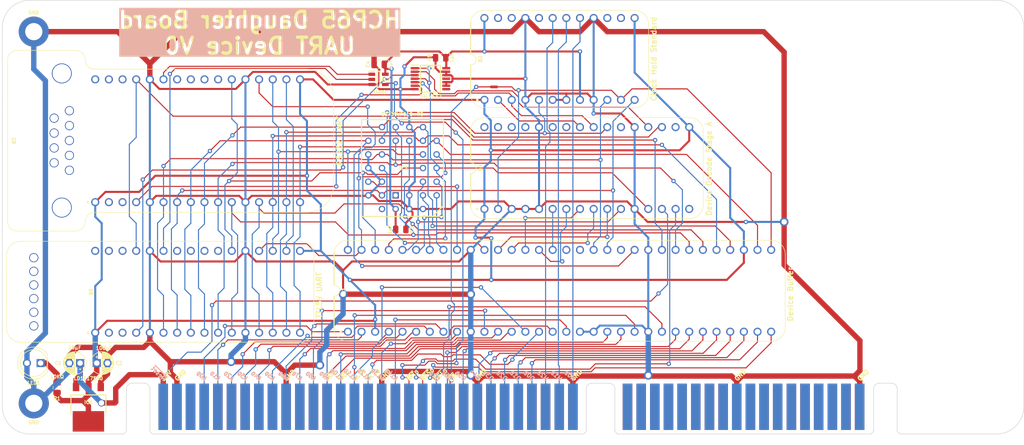
<source format=kicad_pcb>
(kicad_pcb (version 20241229) (generator "pcbnew") (generator_version "9.0")
  (title_block (title "HCP65 UART Board") (date "2024-08-26") (rev "V0"))
  (layers (0 "F.Cu" signal) (2 "B.Cu" signal) (5 "F.SilkS" user "F.Silkscreen") (7 "B.SilkS" user "B.Silkscreen") (1 "F.Mask" user) (3 "B.Mask" user) (25 "Edge.Cuts" user))
  (net 0 "")
  (net 1 "/5V")
  (net 2 "/GND")
  (net 4 "/~{RD}_{D}")
  (net 5 "/~{WD}_{D}")
  (net 6 "/CLK_{D}")
  (net 8 "/~{Interrupt}_{D}")
  (net 9 "/~{Reset}_{D}")
  (net 10 "/~{Select}_{D}")
  (net 11 "/~{Enable}_{D}")
  (net 14 "/~{Device Select}")
  (net 16 "/A0_{D}")
  (net 17 "/A1_{D}")
  (net 18 "/A2_{D}")
  (net 19 "/A3_{D}")
  (net 20 "/A4_{D}")
  (net 21 "/A5_{D}")
  (net 22 "/A6_{D}")
  (net 23 "/A7_{D}")
  (net 24 "/A8_{D}")
  (net 25 "/A9_{D}")
  (net 26 "/A10_{D}")
  (net 27 "/A11_{D}")
  (net 28 "/A12_{D}")
  (net 29 "/A13_{D}")
  (net 30 "/A14_{D}")
  (net 33 "/D7_{D}")
  (net 34 "/D6_{D}")
  (net 35 "/D5_{D}")
  (net 36 "/D4_{D}")
  (net 37 "/D3_{D}")
  (net 38 "/D2_{D}")
  (net 39 "/12V")
  (net 40 "/D0")
  (net 41 "/D1_{D}")
  (net 42 "/D0_{D}")
  (net 43 "/H2_{D}")
  (net 44 "/H1_{D}")
  (net 45 "/H0_{D}")
  (net 55 "/~{Reset}")
  (net 63 "/~{INT2}")
  (net 78 "/D1")
  (net 79 "/D2")
  (net 80 "/D3")
  (net 81 "/D4")
  (net 82 "/D5")
  (net 83 "/D6")
  (net 84 "/D7")
  (net 86 "/~{WD}")
  (net 87 "/~{RD}")
  (net 90 "/A14")
  (net 91 "/A13")
  (net 92 "/A12")
  (net 93 "/A11")
  (net 94 "/A10")
  (net 95 "/A9")
  (net 96 "/A8")
  (net 97 "/A7")
  (net 98 "/A6")
  (net 99 "/A5")
  (net 100 "/A4")
  (net 101 "/A3")
  (net 102 "/A2")
  (net 103 "/A1")
  (net 104 "/A0")
  (net 105 "/~{Device RAM}")
  (net 106 "/~{Device Registers}")
  (net 107 "/~{Device ROM}")
  (net 108 "/3.3V")
  (net 114 "/~{Reset}_{System}")
  (net 115 "Net-(LED1-K)")
  (net 163 "/1.8MHz")
  (net 165 "/~{UART2}_{SEL}")
  (net 166 "/~{A3}")
  (net 167 "/~{INT1}")
  (net 168 "/~{UART1}_{SEL}")
  (footprint "HCP65_Parts:HCP65_Device_Decode_Stage_A" (layer "F.Cu") (at 59.69 -37.014 90)
    (property "Reference" "B4" (at 7.62 -0.762 90) (layer "F.SilkS") (effects (font (size 0.635 0.635))))
    (property "Value" "Device Decode Stage A" (hide yes))
    (property "Silkscreen" "Device Decode Stage A" (at 7.493 41.783 90) (layer "F.SilkS") (effects (font (thickness 0.2))))
    (pad "1" thru_hole circle (at 0 0 90) (size 1.5 1.5) (drill 1) (layers "*.Cu" "*.Mask") (net 1 "/5V"))
    (pad "2" thru_hole circle (at 0 2.54 90) (size 1.5 1.5) (drill 1) (layers "*.Cu" "*.Mask") (net 14 "/~{Device Select}"))
    (pad "3" thru_hole circle (at 0 5.08 90) (size 1.5 1.5) (drill 1) (layers "*.Cu" "*.Mask") (net 2 "/GND"))
    (pad "4" thru_hole circle (at 0 7.62 90) (size 1.5 1.5) (drill 1) (layers "*.Cu" "*.Mask") (net 2 "/GND"))
    (pad "5" thru_hole circle (at 0 10.16 90) (size 1.5 1.5) (drill 1) (layers "*.Cu" "*.Mask") (net 2 "/GND"))
    (pad "6" thru_hole circle (at 0 12.7 90) (size 1.5 1.5) (drill 1) (layers "*.Cu" "*.Mask") (net 90 "/A14"))
    (pad "7" thru_hole circle (at 0 15.24 90) (size 1.5 1.5) (drill 1) (layers "*.Cu" "*.Mask") (net 91 "/A13"))
    (pad "8" thru_hole circle (at 0 17.78 90) (size 1.5 1.5) (drill 1) (layers "*.Cu" "*.Mask") (net 92 "/A12"))
    (pad "9" thru_hole circle (at 0 20.32 90) (size 1.5 1.5) (drill 1) (layers "*.Cu" "*.Mask") (net 93 "/A11"))
    (pad "10" thru_hole circle (at 0 22.86 90) (size 1.5 1.5) (drill 1) (layers "*.Cu" "*.Mask") (net 94 "/A10"))
    (pad "11" thru_hole circle (at 0 25.4 90) (size 1.5 1.5) (drill 1) (layers "*.Cu" "*.Mask") (net 100 "/A4"))
    (pad "12" thru_hole circle (at 0 27.94 90) (size 1.5 1.5) (drill 1) (layers "*.Cu" "*.Mask") (net 2 "/GND"))
    (pad "13" thru_hole circle (at 0 30.48 90) (size 1.5 1.5) (drill 1) (layers "*.Cu" "*.Mask") (net 101 "/A3"))
    (pad "14" thru_hole circle (at 0 33.02 90) (size 1.5 1.5) (drill 1) (layers "*.Cu" "*.Mask") (net 114 "/~{Reset}_{System}"))
    (pad "15" thru_hole circle (at 0 35.56 90) (size 1.5 1.5) (drill 1) (layers "*.Cu" "*.Mask") (net 9 "/~{Reset}_{D}"))
    (pad "16" thru_hole circle (at 0 38.1 90) (size 1.5 1.5) (drill 1) (layers "*.Cu" "*.Mask"))
    (pad "17" thru_hole circle (at 15.24 38.1 90) (size 1.5 1.5) (drill 1) (layers "*.Cu" "*.Mask") (net 1 "/5V"))
    (pad "18" thru_hole circle (at 15.24 35.56 90) (size 1.5 1.5) (drill 1) (layers "*.Cu" "*.Mask"))
    (pad "19" thru_hole circle (at 15.24 33.02 90) (size 1.5 1.5) (drill 1) (layers "*.Cu" "*.Mask") (net 55 "/~{Reset}"))
    (pad "20" thru_hole circle (at 15.24 30.48 90) (size 1.5 1.5) (drill 1) (layers "*.Cu" "*.Mask") (net 166 "/~{A3}"))
    (pad "21" thru_hole circle (at 15.24 27.94 90) (size 1.5 1.5) (drill 1) (layers "*.Cu" "*.Mask") (net 2 "/GND"))
    (pad "22" thru_hole circle (at 15.24 25.4 90) (size 1.5 1.5) (drill 1) (layers "*.Cu" "*.Mask"))
    (pad "23" thru_hole circle (at 15.24 22.86 90) (size 1.5 1.5) (drill 1) (layers "*.Cu" "*.Mask") (net 107 "/~{Device ROM}"))
    (pad "24" thru_hole circle (at 15.24 20.32 90) (size 1.5 1.5) (drill 1) (layers "*.Cu" "*.Mask") (net 106 "/~{Device Registers}"))
    (pad "25" thru_hole circle (at 15.24 17.78 90) (size 1.5 1.5) (drill 1) (layers "*.Cu" "*.Mask") (net 105 "/~{Device RAM}"))
    (pad "26" thru_hole circle (at 15.24 15.24 90) (size 1.5 1.5) (drill 1) (layers "*.Cu" "*.Mask"))
    (pad "27" thru_hole circle (at 15.24 12.7 90) (size 1.5 1.5) (drill 1) (layers "*.Cu" "*.Mask"))
    (pad "28" thru_hole circle (at 15.24 10.16 90) (size 1.5 1.5) (drill 1) (layers "*.Cu" "*.Mask") (net 2 "/GND"))
    (pad "29" thru_hole circle (at 15.24 7.62 90) (size 1.5 1.5) (drill 1) (layers "*.Cu" "*.Mask"))
    (pad "30" thru_hole circle (at 15.24 5.08 90) (size 1.5 1.5) (drill 1) (layers "*.Cu" "*.Mask"))
    (pad "31" thru_hole circle (at 15.24 2.54 90) (size 1.5 1.5) (drill 1) (layers "*.Cu" "*.Mask"))
    (pad "32" thru_hole circle (at 15.24 0 90) (size 1.5 1.5) (drill 1) (layers "*.Cu" "*.Mask"))
  )
  (footprint "SamacSys_Parts:R_0805" (layer "F.Cu") (at -19.812 -3.74 180)
    (property "Reference" "R1" (at 0 -2.032 0) (layer "F.SilkS") (effects (font (size 0.635 0.635))))
    (property "Value" "10KΩ" (at 0 2.032 0) (layer "F.SilkS") (effects (font (size 0.635 0.635))))
    (pad "1" smd roundrect (at -0.01 0.9125 270) (size 1.025 1.4) (layers "F.Cu" "F.Mask" "F.Paste") (roundrect_rratio 0.243902) (net 115 "Net-(LED1-K)"))
    (pad "2" smd roundrect (at -0.01 -0.9125 270) (size 1.025 1.4) (layers "F.Cu" "F.Mask" "F.Paste") (roundrect_rratio 0.243902) (net 1 "/5V"))
  )
  (footprint "SamacSys_Parts:C_0805" (layer "F.Cu") (at 44.119 -33.204 -90)
    (property "Reference" "C3" (at 0.026999 -2.075 90) (layer "F.SilkS") (effects (font (size 0.635 0.635))))
    (property "Value" "1μF" (at 0 2.032 90) (layer "F.SilkS") (effects (font (size 0.635 0.635))))
    (pad "1" smd roundrect (at 0 0.934) (size 1 1.45) (layers "F.Cu" "F.Mask" "F.Paste") (net 108 "/3.3V"))
    (pad "2" smd roundrect (at 0 -0.966) (size 1 1.45) (layers "F.Cu" "F.Mask" "F.Paste") (net 2 "/GND"))
  )
  (footprint "NetTie:NetTie-2_SMD_Pad0.5mm" (layer "F.Cu") (at 61.468 -59.747 180)
    (property "Reference" "NT1" (hide yes))
    (property "Value" "NetTie" (hide yes))
    (fp_poly (pts (xy -0.5 -0.25) (xy 0.5 -0.25) (xy 0.5 0.25) (xy -0.5 0.25)) (fill yes) (layer "F.Cu"))
    (pad "1" smd circle (at -0.499999 0 180) (size 0.5 0.5) (layers "F.Cu") (net 14 "/~{Device Select}"))
    (pad "2" smd circle (at 0.499999 0 180) (size 0.5 0.5) (layers "F.Cu") (net 11 "/~{Enable}_{D}"))
  )
  (footprint "SamacSys_Parts:C_0805" (layer "F.Cu") (at 40.132 -63.938 90)
    (property "Reference" "C4" (at 0.026999 -2.075 90) (layer "F.SilkS") (effects (font (size 0.635 0.635))))
    (property "Value" "1μF" (at 0 2.032 90) (layer "F.SilkS") (effects (font (size 0.635 0.635))))
    (pad "1" smd roundrect (at 0 0.934 180) (size 1 1.45) (layers "F.Cu" "F.Mask" "F.Paste") (net 108 "/3.3V"))
    (pad "2" smd roundrect (at 0 -0.966 180) (size 1 1.45) (layers "F.Cu" "F.Mask" "F.Paste") (net 2 "/GND"))
  )
  (footprint "HCP65_Parts:HCP65_RS232_UART" (layer "F.Cu") (at -12.7 -38.284 90)
    (property "Reference" "B3" (at 11.43 -15.113 90) (layer "F.SilkS") (effects (font (size 0.635 0.635))))
    (property "Value" "UART RS232" (hide yes))
    (property "Silkscreen" "RS232 UART" (at 11.43 45.466 90) (layer "F.SilkS") (effects (font (thickness 0.2))))
    (pad "" np_thru_hole circle (at -1.016 -6.223 270) (size 3.7 3.7) (drill 3.4) (layers "*.Cu" "*.Mask"))
    (pad "" np_thru_hole circle (at 5.934 -4.803 270) (size 1.7 1.7) (drill 1.4) (layers "*.Cu" "*.Mask"))
    (pad "" np_thru_hole circle (at 7.32 -7.643 270) (size 1.7 1.7) (drill 1.4) (layers "*.Cu" "*.Mask"))
    (pad "" np_thru_hole circle (at 8.706 -4.803 270) (size 1.7 1.7) (drill 1.4) (layers "*.Cu" "*.Mask"))
    (pad "" np_thru_hole circle (at 10.093 -7.643 270) (size 1.7 1.7) (drill 1.4) (layers "*.Cu" "*.Mask"))
    (pad "" np_thru_hole circle (at 11.479 -4.803 270) (size 1.7 1.7) (drill 1.4) (layers "*.Cu" "*.Mask"))
    (pad "" np_thru_hole circle (at 12.865 -7.643 270) (size 1.7 1.7) (drill 1.4) (layers "*.Cu" "*.Mask"))
    (pad "" np_thru_hole circle (at 14.251 -4.803 270) (size 1.7 1.7) (drill 1.4) (layers "*.Cu" "*.Mask"))
    (pad "" np_thru_hole circle (at 15.638 -7.643 270) (size 1.7 1.7) (drill 1.4) (layers "*.Cu" "*.Mask"))
    (pad "" np_thru_hole circle (at 17.024 -4.803 270) (size 1.7 1.7) (drill 1.4) (layers "*.Cu" "*.Mask"))
    (pad "" np_thru_hole circle (at 23.974 -6.223 270) (size 3.7 3.7) (drill 3.4) (layers "*.Cu" "*.Mask"))
    (pad "1" thru_hole circle (at 0 0 90) (size 1.5 1.5) (drill 1) (layers "*.Cu" "*.Mask") (net 1 "/5V"))
    (pad "2" thru_hole circle (at 0 2.54 90) (size 1.5 1.5) (drill 1) (layers "*.Cu" "*.Mask"))
    (pad "3" thru_hole circle (at 0 5.08 90) (size 1.5 1.5) (drill 1) (layers "*.Cu" "*.Mask"))
    (pad "4" thru_hole circle (at 0 7.62 90) (size 1.5 1.5) (drill 1) (layers "*.Cu" "*.Mask") (net 165 "/~{UART2}_{SEL}"))
    (pad "5" thru_hole circle (at 0 10.16 90) (size 1.5 1.5) (drill 1) (layers "*.Cu" "*.Mask") (net 2 "/GND"))
    (pad "6" thru_hole circle (at 0 12.7 90) (size 1.5 1.5) (drill 1) (layers "*.Cu" "*.Mask") (net 87 "/~{RD}"))
    (pad "7" thru_hole circle (at 0 15.24 90) (size 1.5 1.5) (drill 1) (layers "*.Cu" "*.Mask") (net 86 "/~{WD}"))
    (pad "8" thru_hole circle (at 0 17.78 90) (size 1.5 1.5) (drill 1) (layers "*.Cu" "*.Mask") (net 84 "/D7"))
    (pad "9" thru_hole circle (at 0 20.32 90) (size 1.5 1.5) (drill 1) (layers "*.Cu" "*.Mask") (net 83 "/D6"))
    (pad "10" thru_hole circle (at 0 22.86 90) (size 1.5 1.5) (drill 1) (layers "*.Cu" "*.Mask") (net 82 "/D5"))
    (pad "11" thru_hole circle (at 0 25.4 90) (size 1.5 1.5) (drill 1) (layers "*.Cu" "*.Mask") (net 81 "/D4"))
    (pad "12" thru_hole circle (at 0 27.94 90) (size 1.5 1.5) (drill 1) (layers "*.Cu" "*.Mask") (net 2 "/GND"))
    (pad "13" thru_hole circle (at 0 30.48 90) (size 1.5 1.5) (drill 1) (layers "*.Cu" "*.Mask") (net 80 "/D3"))
    (pad "14" thru_hole circle (at 0 33.02 90) (size 1.5 1.5) (drill 1) (layers "*.Cu" "*.Mask") (net 79 "/D2"))
    (pad "15" thru_hole circle (at 0 35.56 90) (size 1.5 1.5) (drill 1) (layers "*.Cu" "*.Mask") (net 78 "/D1"))
    (pad "16" thru_hole circle (at 0 38.1 90) (size 1.5 1.5) (drill 1) (layers "*.Cu" "*.Mask") (net 40 "/D0"))
    (pad "17" thru_hole circle (at 22.86 38.1 90) (size 1.5 1.5) (drill 1) (layers "*.Cu" "*.Mask") (net 1 "/5V"))
    (pad "18" thru_hole circle (at 22.86 35.56 90) (size 1.5 1.5) (drill 1) (layers "*.Cu" "*.Mask") (net 163 "/1.8MHz"))
    (pad "19" thru_hole circle (at 22.86 33.02 90) (size 1.5 1.5) (drill 1) (layers "*.Cu" "*.Mask") (net 104 "/A0"))
    (pad "20" thru_hole circle (at 22.86 30.48 90) (size 1.5 1.5) (drill 1) (layers "*.Cu" "*.Mask") (net 103 "/A1"))
    (pad "21" thru_hole circle (at 22.86 27.94 90) (size 1.5 1.5) (drill 1) (layers "*.Cu" "*.Mask") (net 2 "/GND"))
    (pad "22" thru_hole circle (at 22.86 25.4 90) (size 1.5 1.5) (drill 1) (layers "*.Cu" "*.Mask") (net 102 "/A2"))
    (pad "23" thru_hole circle (at 22.86 22.86 90) (size 1.5 1.5) (drill 1) (layers "*.Cu" "*.Mask"))
    (pad "24" thru_hole circle (at 22.86 20.32 90) (size 1.5 1.5) (drill 1) (layers "*.Cu" "*.Mask"))
    (pad "25" thru_hole circle (at 22.86 17.78 90) (size 1.5 1.5) (drill 1) (layers "*.Cu" "*.Mask"))
    (pad "26" thru_hole circle (at 22.86 15.24 90) (size 1.5 1.5) (drill 1) (layers "*.Cu" "*.Mask"))
    (pad "27" thru_hole circle (at 22.86 12.7 90) (size 1.5 1.5) (drill 1) (layers "*.Cu" "*.Mask") (net 63 "/~{INT2}"))
    (pad "28" thru_hole circle (at 22.86 10.16 90) (size 1.5 1.5) (drill 1) (layers "*.Cu" "*.Mask") (net 2 "/GND"))
    (pad "29" thru_hole circle (at 22.86 7.62 90) (size 1.5 1.5) (drill 1) (layers "*.Cu" "*.Mask") (net 55 "/~{Reset}"))
    (pad "30" thru_hole circle (at 22.86 5.08 90) (size 1.5 1.5) (drill 1) (layers "*.Cu" "*.Mask"))
    (pad "31" thru_hole circle (at 22.86 2.54 90) (size 1.5 1.5) (drill 1) (layers "*.Cu" "*.Mask"))
    (pad "32" thru_hole circle (at 22.86 0 90) (size 1.5 1.5) (drill 1) (layers "*.Cu" "*.Mask"))
  )
  (footprint "SamacSys_Parts:5408803224008" (layer "F.Cu") (at 43.18 -39.554)
    (property "Reference" "IC3" (at 1.397 -5.08 0) (layer "F.SilkS") (effects (font (size 0.635 0.635))))
    (property "Value" "SST39VF010-70-4I-NHE" (hide yes))
    (fp_text user "${Silkscreen}" (at 1.27 -15.1 0) (layer "F.SilkS") (effects (font (size 0.635 0.635))))
    (pad "1" thru_hole rect (at 0 0) (size 1.2 1.2) (drill 0.75) (layers "*.Cu" "*.Mask"))
    (pad "2" thru_hole circle (at 2.54 2.54) (size 1.2 1.2) (drill 0.75) (layers "*.Cu" "*.Mask") (net 2 "/GND"))
    (pad "3" thru_hole circle (at 2.54 0) (size 1.2 1.2) (drill 0.75) (layers "*.Cu" "*.Mask") (net 2 "/GND"))
    (pad "4" thru_hole circle (at 5.08 2.54) (size 1.2 1.2) (drill 0.75) (layers "*.Cu" "*.Mask") (net 2 "/GND"))
    (pad "5" thru_hole circle (at 7.62 0) (size 1.2 1.2) (drill 0.75) (layers "*.Cu" "*.Mask") (net 97 "/A7"))
    (pad "6" thru_hole circle (at 5.08 0) (size 1.2 1.2) (drill 0.75) (layers "*.Cu" "*.Mask") (net 98 "/A6"))
    (pad "7" thru_hole circle (at 7.62 -2.54) (size 1.2 1.2) (drill 0.75) (layers "*.Cu" "*.Mask") (net 99 "/A5"))
    (pad "8" thru_hole circle (at 5.08 -2.54) (size 1.2 1.2) (drill 0.75) (layers "*.Cu" "*.Mask") (net 100 "/A4"))
    (pad "9" thru_hole circle (at 7.62 -5.08) (size 1.2 1.2) (drill 0.75) (layers "*.Cu" "*.Mask") (net 101 "/A3"))
    (pad "10" thru_hole circle (at 5.08 -5.08) (size 1.2 1.2) (drill 0.75) (layers "*.Cu" "*.Mask") (net 102 "/A2"))
    (pad "11" thru_hole circle (at 7.62 -7.62) (size 1.2 1.2) (drill 0.75) (layers "*.Cu" "*.Mask") (net 103 "/A1"))
    (pad "12" thru_hole circle (at 5.08 -7.62) (size 1.2 1.2) (drill 0.75) (layers "*.Cu" "*.Mask") (net 104 "/A0"))
    (pad "13" thru_hole circle (at 7.62 -10.16) (size 1.2 1.2) (drill 0.75) (layers "*.Cu" "*.Mask") (net 40 "/D0"))
    (pad "14" thru_hole circle (at 5.08 -12.7) (size 1.2 1.2) (drill 0.75) (layers "*.Cu" "*.Mask") (net 78 "/D1"))
    (pad "15" thru_hole circle (at 5.08 -10.16) (size 1.2 1.2) (drill 0.75) (layers "*.Cu" "*.Mask") (net 79 "/D2"))
    (pad "16" thru_hole circle (at 2.54 -12.7) (size 1.2 1.2) (drill 0.75) (layers "*.Cu" "*.Mask") (net 2 "/GND"))
    (pad "17" thru_hole circle (at 2.54 -10.16) (size 1.2 1.2) (drill 0.75) (layers "*.Cu" "*.Mask") (net 80 "/D3"))
    (pad "18" thru_hole circle (at 0 -12.7) (size 1.2 1.2) (drill 0.75) (layers "*.Cu" "*.Mask") (net 81 "/D4"))
    (pad "19" thru_hole circle (at 0 -10.16) (size 1.2 1.2) (drill 0.75) (layers "*.Cu" "*.Mask") (net 82 "/D5"))
    (pad "20" thru_hole circle (at -2.54 -12.7) (size 1.2 1.2) (drill 0.75) (layers "*.Cu" "*.Mask") (net 83 "/D6"))
    (pad "21" thru_hole circle (at -5.08 -10.16) (size 1.2 1.2) (drill 0.75) (layers "*.Cu" "*.Mask") (net 84 "/D7"))
    (pad "22" thru_hole circle (at -2.54 -10.16) (size 1.2 1.2) (drill 0.75) (layers "*.Cu" "*.Mask") (net 107 "/~{Device ROM}"))
    (pad "23" thru_hole circle (at -5.08 -7.62) (size 1.2 1.2) (drill 0.75) (layers "*.Cu" "*.Mask") (net 2 "/GND"))
    (pad "24" thru_hole circle (at -2.54 -7.62) (size 1.2 1.2) (drill 0.75) (layers "*.Cu" "*.Mask") (net 87 "/~{RD}"))
    (pad "25" thru_hole circle (at -5.08 -5.08) (size 1.2 1.2) (drill 0.75) (layers "*.Cu" "*.Mask") (net 2 "/GND"))
    (pad "26" thru_hole circle (at -2.54 -5.08) (size 1.2 1.2) (drill 0.75) (layers "*.Cu" "*.Mask") (net 95 "/A9"))
    (pad "27" thru_hole circle (at -5.08 -2.54) (size 1.2 1.2) (drill 0.75) (layers "*.Cu" "*.Mask") (net 96 "/A8"))
    (pad "28" thru_hole circle (at -2.54 -2.54) (size 1.2 1.2) (drill 0.75) (layers "*.Cu" "*.Mask") (net 2 "/GND"))
    (pad "29" thru_hole circle (at -5.08 0) (size 1.2 1.2) (drill 0.75) (layers "*.Cu" "*.Mask") (net 2 "/GND"))
    (pad "30" thru_hole circle (at -2.54 2.54) (size 1.2 1.2) (drill 0.75) (layers "*.Cu" "*.Mask"))
    (pad "31" thru_hole circle (at -2.54 0) (size 1.2 1.2) (drill 0.75) (layers "*.Cu" "*.Mask") (net 86 "/~{WD}"))
    (pad "32" thru_hole circle (at 0 2.54) (size 1.2 1.2) (drill 0.75) (layers "*.Cu" "*.Mask") (net 108 "/3.3V"))
  )
  (footprint "HCP65_Parts:HCP65_Clock_Hold_Standard" (layer "F.Cu") (at 59.69 -57.334 90)
    (property "Reference" "B2" (at 7.62 -0.762 90) (layer "F.SilkS") (effects (font (size 0.635 0.635))))
    (property "Value" "Clock Hold Standard" (hide yes))
    (property "Silkscreen" "Clock Hold Standard" (at 7.62 31.496 90) (layer "F.SilkS") (effects (font (thickness 0.2))))
    (pad "1" thru_hole circle (at 0 0 90) (size 1.5 1.5) (drill 1) (layers "*.Cu" "*.Mask") (net 1 "/5V"))
    (pad "2" thru_hole circle (at 0 2.54 90) (size 1.5 1.5) (drill 1) (layers "*.Cu" "*.Mask") (net 105 "/~{Device RAM}"))
    (pad "3" thru_hole circle (at 0 5.08 90) (size 1.5 1.5) (drill 1) (layers "*.Cu" "*.Mask") (net 106 "/~{Device Registers}"))
    (pad "4" thru_hole circle (at 0 7.62 90) (size 1.5 1.5) (drill 1) (layers "*.Cu" "*.Mask") (net 2 "/GND"))
    (pad "5" thru_hole circle (at 0 10.16 90) (size 1.5 1.5) (drill 1) (layers "*.Cu" "*.Mask") (net 107 "/~{Device ROM}"))
    (pad "6" thru_hole circle (at 0 12.7 90) (size 1.5 1.5) (drill 1) (layers "*.Cu" "*.Mask") (net 2 "/GND"))
    (pad "7" thru_hole circle (at 0 15.24 90) (size 1.5 1.5) (drill 1) (layers "*.Cu" "*.Mask") (net 2 "/GND"))
    (pad "8" thru_hole circle (at 0 17.78 90) (size 1.5 1.5) (drill 1) (layers "*.Cu" "*.Mask") (net 108 "/3.3V"))
    (pad "9" thru_hole circle (at 0 20.32 90) (size 1.5 1.5) (drill 1) (layers "*.Cu" "*.Mask") (net 2 "/GND"))
    (pad "10" thru_hole circle (at 0 22.86 90) (size 1.5 1.5) (drill 1) (layers "*.Cu" "*.Mask") (net 87 "/~{RD}"))
    (pad "11" thru_hole circle (at 0 25.4 90) (size 1.5 1.5) (drill 1) (layers "*.Cu" "*.Mask") (net 14 "/~{Device Select}"))
    (pad "12" thru_hole circle (at 0 27.94 90) (size 1.5 1.5) (drill 1) (layers "*.Cu" "*.Mask") (net 86 "/~{WD}"))
    (pad "13" thru_hole circle (at 15.24 27.94 90) (size 1.5 1.5) (drill 1) (layers "*.Cu" "*.Mask") (net 1 "/5V"))
    (pad "14" thru_hole circle (at 15.24 25.4 90) (size 1.5 1.5) (drill 1) (layers "*.Cu" "*.Mask"))
    (pad "15" thru_hole circle (at 15.24 22.86 90) (size 1.5 1.5) (drill 1) (layers "*.Cu" "*.Mask"))
    (pad "16" thru_hole circle (at 15.24 20.32 90) (size 1.5 1.5) (drill 1) (layers "*.Cu" "*.Mask") (net 2 "/GND"))
    (pad "17" thru_hole circle (at 15.24 17.78 90) (size 1.5 1.5) (drill 1) (layers "*.Cu" "*.Mask") (net 45 "/H0_{D}"))
    (pad "18" thru_hole circle (at 15.24 15.24 90) (size 1.5 1.5) (drill 1) (layers "*.Cu" "*.Mask") (net 44 "/H1_{D}"))
    (pad "19" thru_hole circle (at 15.24 12.7 90) (size 1.5 1.5) (drill 1) (layers "*.Cu" "*.Mask") (net 43 "/H2_{D}"))
    (pad "20" thru_hole circle (at 15.24 10.16 90) (size 1.5 1.5) (drill 1) (layers "*.Cu" "*.Mask"))
    (pad "21" thru_hole circle (at 15.24 7.62 90) (size 1.5 1.5) (drill 1) (layers "*.Cu" "*.Mask") (net 2 "/GND"))
    (pad "22" thru_hole circle (at 15.24 5.08 90) (size 1.5 1.5) (drill 1) (layers "*.Cu" "*.Mask"))
    (pad "23" thru_hole circle (at 15.24 2.54 90) (size 1.5 1.5) (drill 1) (layers "*.Cu" "*.Mask"))
    (pad "24" thru_hole circle (at 15.24 0 90) (size 1.5 1.5) (drill 1) (layers "*.Cu" "*.Mask") (net 108 "/3.3V"))
  )
  (footprint "SamacSys_Parts:LED_D5.0mm" (layer "F.Cu") (at -22.86 -8.312 180)
    (property "Reference" "LED1" (at 1.27 -3.683 180) (layer "F.SilkS") (effects (font (size 0.635 0.635))))
    (property "Value" "Red")
    (pad "1" thru_hole rect (at 0 0 180) (size 1.5 1.5) (drill 1) (layers "*.Cu" "*.Mask") (net 115 "Net-(LED1-K)"))
    (pad "2" thru_hole circle (at 2.54 0 180) (size 1.5 1.5) (drill 1) (layers "*.Cu" "*.Mask") (net 2 "/GND"))
  )
  (footprint "SamacSys_Parts:CP_Radial_D4.0mm_P2.00mm" (layer "F.Cu") (at -12.4186 -8.312)
    (property "Reference" "C2" (at 4.1476 0 0) (layer "F.SilkS") (effects (font (size 0.635 0.635))))
    (property "Value" "100μF" (at 1.3536 -2.794 0) (layer "F.SilkS") (effects (font (size 0.635 0.635))))
    (pad "1" thru_hole rect (at 0 0) (size 1.5 1.5) (drill 1) (layers "*.Cu" "*.Mask") (net 1 "/5V"))
    (pad "2" thru_hole circle (at 2 0) (size 1.5 1.5) (drill 1) (layers "*.Cu" "*.Mask") (net 2 "/GND"))
  )
  (footprint "SamacSys_Parts:C_0805" (layer "F.Cu") (at 51.571 -65.163 90)
    (property "Reference" "C5" (at 0.026999 -2.075 90) (layer "F.SilkS") (effects (font (size 0.635 0.635))))
    (property "Value" "1μF" (at 0 2.032 90) (layer "F.SilkS") (effects (font (size 0.635 0.635))))
    (pad "1" smd roundrect (at 0 0.934 180) (size 1 1.45) (layers "F.Cu" "F.Mask" "F.Paste") (net 108 "/3.3V"))
    (pad "2" smd roundrect (at 0 -0.966 180) (size 1 1.45) (layers "F.Cu" "F.Mask" "F.Paste") (net 2 "/GND"))
  )
  (footprint "SamacSys_Parts:LD1117S33C" (layer "F.Cu") (at -13.97 -0.635 180)
    (property "Reference" "IC1" (at 0 0.381 180) (layer "F.SilkS") (effects (font (size 0.635 0.635))))
    (property "Value" "LD1117S50C" (hide yes))
    (property "Silkscreen" "LD1117S50" (at 0 4.826 180) (layer "F.SilkS") (effects (font (size 0.635 0.635))))
    (pad "1" smd rect (at -2.3 3.2 180) (size 1.2 1.5) (layers "F.Cu" "F.Mask" "F.Paste") (net 2 "/GND"))
    (pad "2" smd rect (at 0 3.2 180) (size 1.2 1.5) (layers "F.Cu" "F.Mask" "F.Paste") (net 1 "/5V"))
    (pad "3" smd rect (at 2.3 3.2 180) (size 1.2 1.5) (layers "F.Cu" "F.Mask" "F.Paste") (net 39 "/12V"))
    (pad "4" smd rect (at 0 -3.175 270) (size 3.81 5.842) (layers "F.Cu" "F.Mask" "F.Paste") (net 1 "/5V"))
  )
  (footprint "SamacSys_Parts:SOT95P275X110-5N" (layer "F.Cu") (at 40.005 -61.144)
    (property "Reference" "IC2" (at 1.397 0 0) (layer "F.SilkS") (effects (font (size 0.635 0.635))))
    (property "Value" "74LVC1G08GV,125" (hide yes))
    (property "Silkscreen" "'1G08" (at 0 2.413 0) (layer "F.SilkS") (effects (font (size 0.635 0.635))))
    (pad "1" smd rect (at -1.25 -0.95 90) (size 0.6 1.25) (layers "F.Cu" "F.Mask" "F.Paste") (net 63 "/~{INT2}"))
    (pad "2" smd rect (at -1.25 0 90) (size 0.6 1.25) (layers "F.Cu" "F.Mask" "F.Paste") (net 167 "/~{INT1}"))
    (pad "3" smd rect (at -1.25 0.95 90) (size 0.6 1.25) (layers "F.Cu" "F.Mask" "F.Paste") (net 2 "/GND"))
    (pad "4" smd rect (at 1.25 0.95 90) (size 0.6 1.25) (layers "F.Cu" "F.Mask" "F.Paste") (net 8 "/~{Interrupt}_{D}"))
    (pad "5" smd rect (at 1.25 -0.95 90) (size 0.6 1.25) (layers "F.Cu" "F.Mask" "F.Paste") (net 108 "/3.3V"))
  )
  (footprint "SamacSys_Parts:SOP65P640X110-14N" (layer "F.Cu") (at 49.657 -61.271)
    (property "Reference" "IC4" (at 0 -1.905 0) (layer "F.SilkS") (effects (font (size 0.635 0.635))))
    (property "Value" "74LVC32APW,118" (hide yes))
    (fp_text user "${Silkscreen}" (at 0 3.302 0) (layer "F.SilkS") (effects (font (size 0.635 0.635))))
    (pad "1" smd rect (at -2.938 -1.95 90) (size 0.45 1.475) (layers "F.Cu" "F.Mask" "F.Paste") (net 106 "/~{Device Registers}"))
    (pad "2" smd rect (at -2.938 -1.3 90) (size 0.45 1.475) (layers "F.Cu" "F.Mask" "F.Paste") (net 166 "/~{A3}"))
    (pad "3" smd rect (at -2.938 -0.65 90) (size 0.45 1.475) (layers "F.Cu" "F.Mask" "F.Paste") (net 168 "/~{UART1}_{SEL}"))
    (pad "4" smd rect (at -2.938 0 90) (size 0.45 1.475) (layers "F.Cu" "F.Mask" "F.Paste") (net 106 "/~{Device Registers}"))
    (pad "5" smd rect (at -2.938 0.65 90) (size 0.45 1.475) (layers "F.Cu" "F.Mask" "F.Paste") (net 101 "/A3"))
    (pad "6" smd rect (at -2.938 1.3 90) (size 0.45 1.475) (layers "F.Cu" "F.Mask" "F.Paste") (net 165 "/~{UART2}_{SEL}"))
    (pad "7" smd rect (at -2.938 1.95 90) (size 0.45 1.475) (layers "F.Cu" "F.Mask" "F.Paste") (net 2 "/GND"))
    (pad "8" smd rect (at 2.938 1.95 90) (size 0.45 1.475) (layers "F.Cu" "F.Mask" "F.Paste"))
    (pad "9" smd rect (at 2.938 1.3 90) (size 0.45 1.475) (layers "F.Cu" "F.Mask" "F.Paste") (net 2 "/GND"))
    (pad "10" smd rect (at 2.938 0.65 90) (size 0.45 1.475) (layers "F.Cu" "F.Mask" "F.Paste") (net 2 "/GND"))
    (pad "11" smd rect (at 2.938 0 90) (size 0.45 1.475) (layers "F.Cu" "F.Mask" "F.Paste"))
    (pad "12" smd rect (at 2.938 -0.65 90) (size 0.45 1.475) (layers "F.Cu" "F.Mask" "F.Paste") (net 2 "/GND"))
    (pad "13" smd rect (at 2.938 -1.3 90) (size 0.45 1.475) (layers "F.Cu" "F.Mask" "F.Paste") (net 2 "/GND"))
    (pad "14" smd rect (at 2.938 -1.95 90) (size 0.45 1.475) (layers "F.Cu" "F.Mask" "F.Paste") (net 108 "/3.3V"))
  )
  (footprint "HCP65_Parts:HCP65_MountingHole_M3_" (layer "F.Cu") (at -24.13 -70.034)
    (property "Reference" "H1" (hide yes))
    (property "Value" "MountingHole_Pad")
    (fp_text user "GND" (at 0 -3.556 0) (layer "F.SilkS") (effects (font (size 0.635 0.635))))
    (pad "1" thru_hole circle (at 0 0) (size 5.6 5.6) (drill 3.2) (layers "*.Cu" "*.Mask") (net 2 "/GND"))
  )
  (footprint "HCP65_Parts:HCP65_TTL5V_UART" (layer "F.Cu") (at -12.7 -13.97 90)
    (property "Reference" "B5" (at 7.62 -0.762 90) (layer "F.SilkS") (effects (font (size 0.635 0.635))))
    (property "Value" "UART TTL5V" (hide yes))
    (property "Silkscreen" "TTL5V UART" (at 6.985 41.656 90) (layer "F.SilkS") (effects (font (thickness 0.2))))
    (pad "" np_thru_hole circle (at 1.270001 -11.43 90) (size 1.7 1.7) (drill 1.4) (layers "*.Cu" "*.Mask"))
    (pad "" np_thru_hole circle (at 3.810001 -11.43 90) (size 1.7 1.7) (drill 1.4) (layers "*.Cu" "*.Mask"))
    (pad "" np_thru_hole circle (at 6.350001 -11.43 90) (size 1.7 1.7) (drill 1.4) (layers "*.Cu" "*.Mask"))
    (pad "" np_thru_hole circle (at 8.890001 -11.43 90) (size 1.7 1.7) (drill 1.4) (layers "*.Cu" "*.Mask"))
    (pad "" np_thru_hole circle (at 11.430001 -11.43 90) (size 1.7 1.7) (drill 1.4) (layers "*.Cu" "*.Mask"))
    (pad "" np_thru_hole circle (at 13.970001 -11.43 90) (size 1.7 1.7) (drill 1.4) (layers "*.Cu" "*.Mask"))
    (pad "1" thru_hole circle (at 0 0 90) (size 1.5 1.5) (drill 1) (layers "*.Cu" "*.Mask") (net 1 "/5V"))
    (pad "2" thru_hole circle (at 0 2.54 90) (size 1.5 1.5) (drill 1) (layers "*.Cu" "*.Mask"))
    (pad "3" thru_hole circle (at 0 5.08 90) (size 1.5 1.5) (drill 1) (layers "*.Cu" "*.Mask"))
    (pad "4" thru_hole circle (at 0 7.62 90) (size 1.5 1.5) (drill 1) (layers "*.Cu" "*.Mask") (net 168 "/~{UART1}_{SEL}"))
    (pad "5" thru_hole circle (at 0 10.16 90) (size 1.5 1.5) (drill 1) (layers "*.Cu" "*.Mask") (net 2 "/GND"))
    (pad "6" thru_hole circle (at 0 12.7 90) (size 1.5 1.5) (drill 1) (layers "*.Cu" "*.Mask") (net 87 "/~{RD}"))
    (pad "7" thru_hole circle (at 0 15.24 90) (size 1.5 1.5) (drill 1) (layers "*.Cu" "*.Mask") (net 86 "/~{WD}"))
    (pad "8" thru_hole circle (at 0 17.78 90) (size 1.5 1.5) (drill 1) (layers "*.Cu" "*.Mask") (net 84 "/D7"))
    (pad "9" thru_hole circle (at 0 20.32 90) (size 1.5 1.5) (drill 1) (layers "*.Cu" "*.Mask") (net 83 "/D6"))
    (pad "10" thru_hole circle (at 0 22.86 90) (size 1.5 1.5) (drill 1) (layers "*.Cu" "*.Mask") (net 82 "/D5"))
    (pad "11" thru_hole circle (at 0 25.4 90) (size 1.5 1.5) (drill 1) (layers "*.Cu" "*.Mask") (net 81 "/D4"))
    (pad "12" thru_hole circle (at 0 27.94 90) (size 1.5 1.5) (drill 1) (layers "*.Cu" "*.Mask") (net 2 "/GND"))
    (pad "13" thru_hole circle (at 0 30.48 90) (size 1.5 1.5) (drill 1) (layers "*.Cu" "*.Mask") (net 80 "/D3"))
    (pad "14" thru_hole circle (at 0 33.02 90) (size 1.5 1.5) (drill 1) (layers "*.Cu" "*.Mask") (net 79 "/D2"))
    (pad "15" thru_hole circle (at 0 35.56 90) (size 1.5 1.5) (drill 1) (layers "*.Cu" "*.Mask") (net 78 "/D1"))
    (pad "16" thru_hole circle (at 0 38.1 90) (size 1.5 1.5) (drill 1) (layers "*.Cu" "*.Mask") (net 40 "/D0"))
    (pad "17" thru_hole circle (at 15.24 38.1 90) (size 1.5 1.5) (drill 1) (layers "*.Cu" "*.Mask") (net 1 "/5V"))
    (pad "18" thru_hole circle (at 15.24 35.56 90) (size 1.5 1.5) (drill 1) (layers "*.Cu" "*.Mask") (net 163 "/1.8MHz"))
    (pad "19" thru_hole circle (at 15.24 33.02 90) (size 1.5 1.5) (drill 1) (layers "*.Cu" "*.Mask") (net 104 "/A0"))
    (pad "20" thru_hole circle (at 15.24 30.48 90) (size 1.5 1.5) (drill 1) (layers "*.Cu" "*.Mask") (net 103 "/A1"))
    (pad "21" thru_hole circle (at 15.24 27.94 90) (size 1.5 1.5) (drill 1) (layers "*.Cu" "*.Mask") (net 2 "/GND"))
    (pad "22" thru_hole circle (at 15.24 25.4 90) (size 1.5 1.5) (drill 1) (layers "*.Cu" "*.Mask") (net 102 "/A2"))
    (pad "23" thru_hole circle (at 15.24 22.86 90) (size 1.5 1.5) (drill 1) (layers "*.Cu" "*.Mask"))
    (pad "24" thru_hole circle (at 15.24 20.32 90) (size 1.5 1.5) (drill 1) (layers "*.Cu" "*.Mask"))
    (pad "25" thru_hole circle (at 15.24 17.78 90) (size 1.5 1.5) (drill 1) (layers "*.Cu" "*.Mask"))
    (pad "26" thru_hole circle (at 15.24 15.24 90) (size 1.5 1.5) (drill 1) (layers "*.Cu" "*.Mask"))
    (pad "27" thru_hole circle (at 15.24 12.7 90) (size 1.5 1.5) (drill 1) (layers "*.Cu" "*.Mask") (net 167 "/~{INT1}"))
    (pad "28" thru_hole circle (at 15.24 10.16 90) (size 1.5 1.5) (drill 1) (layers "*.Cu" "*.Mask") (net 2 "/GND"))
    (pad "29" thru_hole circle (at 15.24 7.62 90) (size 1.5 1.5) (drill 1) (layers "*.Cu" "*.Mask") (net 55 "/~{Reset}"))
    (pad "30" thru_hole circle (at 15.24 5.08 90) (size 1.5 1.5) (drill 1) (layers "*.Cu" "*.Mask"))
    (pad "31" thru_hole circle (at 15.24 2.54 90) (size 1.5 1.5) (drill 1) (layers "*.Cu" "*.Mask"))
    (pad "32" thru_hole circle (at 15.24 0 90) (size 1.5 1.5) (drill 1) (layers "*.Cu" "*.Mask"))
  )
  (footprint "SamacSys_Parts:98pin Edge Connector" (layer "F.Cu") (at -7.4168 4.896)
    (property "Reference" "J5" (hide yes))
    (property "Value" "395-098-520-350")
    (fp_line (start 0.5 -8.413) (end 0.5 -0.5) (stroke (width 0.1)) (layer "Edge.Cuts"))
    (fp_line (start 0.5 -0.5) (end 0 0) (stroke (width 0.1)) (layer "Edge.Cuts"))
    (fp_line (start 3.81 -9.479799) (end 1.577048 -9.479799) (stroke (width 0.1)) (layer "Edge.Cuts"))
    (fp_line (start 4.887048 -8.413) (end 4.887048 -0.5) (stroke (width 0.1)) (layer "Edge.Cuts"))
    (fp_line (start 4.887048 -0.5) (end 5.387048 0) (stroke (width 0.1)) (layer "Edge.Cuts"))
    (fp_line (start 85.540048 0) (end 5.387048 0) (stroke (width 0.1)) (layer "Edge.Cuts"))
    (fp_line (start 86.040048 -8.4) (end 86.040048 -0.5) (stroke (width 0.1)) (layer "Edge.Cuts"))
    (fp_line (start 86.040048 -0.5) (end 85.540048 0) (stroke (width 0.1)) (layer "Edge.Cuts"))
    (fp_line (start 87.117096 -9.466799) (end 90.297 -9.466799) (stroke (width 0.1)) (layer "Edge.Cuts"))
    (fp_line (start 91.374048 -8.4) (end 91.374048 -0.5) (stroke (width 0.1)) (layer "Edge.Cuts"))
    (fp_line (start 91.374048 -0.5) (end 91.874048 0) (stroke (width 0.1)) (layer "Edge.Cuts"))
    (fp_line (start 138.999048 0) (end 91.874048 0) (stroke (width 0.1)) (layer "Edge.Cuts"))
    (fp_line (start 139.499048 -8.4) (end 139.499048 -0.5) (stroke (width 0.1)) (layer "Edge.Cuts"))
    (fp_line (start 139.499048 -0.5) (end 138.999048 0) (stroke (width 0.1)) (layer "Edge.Cuts"))
    (fp_line (start 140.576096 -9.466799) (end 142.809048 -9.466799) (stroke (width 0.1)) (layer "Edge.Cuts"))
    (fp_line (start 143.886096 -8.4) (end 143.886096 -0.5) (stroke (width 0.1)) (layer "Edge.Cuts"))
    (fp_line (start 143.886096 -0.5) (end 144.386096 0) (stroke (width 0.1)) (layer "Edge.Cuts"))
    (fp_arc (start 0.5 -8.413) (mid 0.817585 -9.169461) (end 1.577048 -9.479799) (stroke (width 0.1)) (layer "Edge.Cuts"))
    (fp_arc (start 3.81 -9.479799) (mid 4.569467 -9.169465) (end 4.887048 -8.413) (stroke (width 0.1)) (layer "Edge.Cuts"))
    (fp_arc (start 86.040048 -8.4) (mid 86.357626 -9.156454) (end 87.117096 -9.466799) (stroke (width 0.1)) (layer "Edge.Cuts"))
    (fp_arc (start 90.297 -9.466799) (mid 91.056476 -9.156459) (end 91.374048 -8.4) (stroke (width 0.1)) (layer "Edge.Cuts"))
    (fp_arc (start 139.499048 -8.4) (mid 139.816626 -9.156454) (end 140.576096 -9.466799) (stroke (width 0.1)) (layer "Edge.Cuts"))
    (fp_arc (start 142.809048 -9.466799) (mid 143.568523 -9.156472) (end 143.886096 -8.4) (stroke (width 0.1)) (layer "Edge.Cuts"))
    (pad "A1" connect rect (at 7.366 -5.08) (size 1.78 8.62) (layers "B.Cu" "B.Mask") (net 114 "/~{Reset}_{System}"))
    (pad "A2" connect rect (at 9.906 -5.08) (size 1.78 8.62) (layers "B.Cu" "B.Mask"))
    (pad "A3" connect rect (at 12.446 -5.08) (size 1.78 8.62) (layers "B.Cu" "B.Mask"))
    (pad "A4" connect rect (at 14.986 -5.08) (size 1.78 8.62) (layers "B.Cu" "B.Mask") (net 16 "/A0_{D}"))
    (pad "A5" connect rect (at 17.526 -5.08) (size 1.78 8.62) (layers "B.Cu" "B.Mask") (net 17 "/A1_{D}"))
    (pad "A6" connect rect (at 20.066 -5.08) (size 1.78 8.62) (layers "B.Cu" "B.Mask") (net 18 "/A2_{D}"))
    (pad "A7" connect rect (at 22.606 -5.08) (size 1.78 8.62) (layers "B.Cu" "B.Mask") (net 19 "/A3_{D}"))
    (pad "A8" connect rect (at 25.146 -5.08) (size 1.78 8.62) (layers "B.Cu" "B.Mask") (net 20 "/A4_{D}"))
    (pad "A9" connect rect (at 27.686 -5.08) (size 1.78 8.62) (layers "B.Cu" "B.Mask") (net 21 "/A5_{D}"))
    (pad "A10" connect rect (at 30.226 -5.08) (size 1.78 8.62) (layers "B.Cu" "B.Mask") (net 22 "/A6_{D}"))
    (pad "A11" connect rect (at 32.766 -5.08) (size 1.78 8.62) (layers "B.Cu" "B.Mask") (net 23 "/A7_{D}"))
    (pad "A12" connect rect (at 35.306 -5.08) (size 1.78 8.62) (layers "B.Cu" "B.Mask") (net 24 "/A8_{D}"))
    (pad "A13" connect rect (at 37.846 -5.08) (size 1.78 8.62) (layers "B.Cu" "B.Mask") (net 25 "/A9_{D}"))
    (pad "A14" connect rect (at 40.386 -5.08) (size 1.78 8.62) (layers "B.Cu" "B.Mask") (net 26 "/A10_{D}"))
    (pad "A15" connect rect (at 42.926 -5.08) (size 1.78 8.62) (layers "B.Cu" "B.Mask") (net 27 "/A11_{D}"))
    (pad "A16" connect rect (at 45.466 -5.08) (size 1.78 8.62) (layers "B.Cu" "B.Mask") (net 28 "/A12_{D}"))
    (pad "A17" connect rect (at 48.006 -5.08) (size 1.78 8.62) (layers "B.Cu" "B.Mask") (net 29 "/A13_{D}"))
    (pad "A18" connect rect (at 50.546 -5.08) (size 1.78 8.62) (layers "B.Cu" "B.Mask") (net 30 "/A14_{D}"))
    (pad "A19" connect rect (at 53.086 -5.08) (size 1.78 8.62) (layers "B.Cu" "B.Mask"))
    (pad "A20" connect rect (at 55.626 -5.08) (size 1.78 8.62) (layers "B.Cu" "B.Mask"))
    (pad "A21" connect rect (at 58.166 -5.08) (size 1.78 8.62) (layers "B.Cu" "B.Mask") (net 33 "/D7_{D}"))
    (pad "A22" connect rect (at 60.706 -5.08) (size 1.78 8.62) (layers "B.Cu" "B.Mask") (net 34 "/D6_{D}"))
    (pad "A23" connect rect (at 63.246 -5.08) (size 1.78 8.62) (layers "B.Cu" "B.Mask") (net 35 "/D5_{D}"))
    (pad "A24" connect rect (at 65.786 -5.08) (size 1.78 8.62) (layers "B.Cu" "B.Mask") (net 36 "/D4_{D}"))
    (pad "A25" connect rect (at 68.326 -5.08) (size 1.78 8.62) (layers "B.Cu" "B.Mask") (net 37 "/D3_{D}"))
    (pad "A26" connect rect (at 70.866 -5.08) (size 1.78 8.62) (layers "B.Cu" "B.Mask") (net 38 "/D2_{D}"))
    (pad "A27" connect rect (at 73.406 -5.08) (size 1.78 8.62) (layers "B.Cu" "B.Mask") (net 41 "/D1_{D}"))
    (pad "A28" connect rect (at 75.946 -5.08) (size 1.78 8.62) (layers "B.Cu" "B.Mask") (net 42 "/D0_{D}"))
    (pad "A29" connect rect (at 78.486 -5.08) (size 1.78 8.62) (layers "B.Cu" "B.Mask") (net 43 "/H2_{D}"))
    (pad "A30" connect rect (at 81.026 -5.08) (size 1.78 8.62) (layers "B.Cu" "B.Mask") (net 44 "/H1_{D}"))
    (pad "A31" connect rect (at 83.566 -5.08) (size 1.78 8.62) (layers "B.Cu" "B.Mask") (net 45 "/H0_{D}"))
    (pad "B1" connect rect (at 7.366 -5.08) (size 1.78 8.62) (layers "F.Cu" "F.Mask") (net 39 "/12V"))
    (pad "B2" connect rect (at 9.906 -5.08) (size 1.78 8.62) (layers "F.Cu" "F.Mask") (net 2 "/GND"))
    (pad "B3" connect rect (at 12.446 -5.08) (size 1.78 8.62) (layers "F.Cu" "F.Mask"))
    (pad "B4" connect rect (at 14.986 -5.08) (size 1.78 8.62) (layers "F.Cu" "F.Mask"))
    (pad "B5" connect rect (at 17.526 -5.08) (size 1.78 8.62) (layers "F.Cu" "F.Mask"))
    (pad "B6" connect rect (at 20.066 -5.08) (size 1.78 8.62) (layers "F.Cu" "F.Mask"))
    (pad "B7" connect rect (at 22.606 -5.08) (size 1.78 8.62) (layers "F.Cu" "F.Mask"))
    (pad "B8" connect rect (at 25.146 -5.08) (size 1.78 8.62) (layers "F.Cu" "F.Mask"))
    (pad "B9" connect rect (at 27.686 -5.08) (size 1.78 8.62) (layers "F.Cu" "F.Mask"))
    (pad "B10" connect rect (at 30.226 -5.08) (size 1.78 8.62) (layers "F.Cu" "F.Mask") (net 2 "/GND"))
    (pad "B11" connect rect (at 32.766 -5.08) (size 1.78 8.62) (layers "F.Cu" "F.Mask"))
    (pad "B12" connect rect (at 35.306 -5.08) (size 1.78 8.62) (layers "F.Cu" "F.Mask"))
    (pad "B13" connect rect (at 37.846 -5.08) (size 1.78 8.62) (layers "F.Cu" "F.Mask") (net 4 "/~{RD}_{D}"))
    (pad "B14" connect rect (at 40.386 -5.08) (size 1.78 8.62) (layers "F.Cu" "F.Mask") (net 5 "/~{WD}_{D}"))
    (pad "B15" connect rect (at 42.926 -5.08) (size 1.78 8.62) (layers "F.Cu" "F.Mask") (net 6 "/CLK_{D}"))
    (pad "B16" connect rect (at 45.466 -5.08) (size 1.78 8.62) (layers "F.Cu" "F.Mask"))
    (pad "B17" connect rect (at 48.006 -5.08) (size 1.78 8.62) (layers "F.Cu" "F.Mask") (net 2 "/GND"))
    (pad "B18" connect rect (at 50.546 -5.08) (size 1.78 8.62) (layers "F.Cu" "F.Mask"))
    (pad "B19" connect rect (at 53.086 -5.08) (size 1.78 8.62) (layers "F.Cu" "F.Mask") (net 8 "/~{Interrupt}_{D}"))
    (pad "B20" connect rect (at 55.626 -5.08) (size 1.78 8.62) (layers "F.Cu" "F.Mask") (net 9 "/~{Reset}_{D}"))
    (pad "B21" connect rect (at 58.166 -5.08) (size 1.78 8.62) (layers "F.Cu" "F.Mask") (net 10 "/~{Select}_{D}"))
    (pad "B22" connect rect (at 60.706 -5.08) (size 1.78 8.62) (layers "F.Cu" "F.Mask") (net 11 "/~{Enable}_{D}"))
    (pad "B23" connect rect (at 63.246 -5.08) (size 1.78 8.62) (layers "F.Cu" "F.Mask"))
    (pad "B24" connect rect (at 65.786 -5.08) (size 1.78 8.62) (layers "F.Cu" "F.Mask") (net 2 "/GND"))
    (pad "B25" connect rect (at 68.326 -5.08) (size 1.78 8.62) (layers "F.Cu" "F.Mask"))
    (pad "B26" connect rect (at 70.866 -5.08) (size 1.78 8.62) (layers "F.Cu" "F.Mask"))
    (pad "B27" connect rect (at 73.406 -5.08) (size 1.78 8.62) (layers "F.Cu" "F.Mask"))
    (pad "B28" connect rect (at 75.946 -5.08) (size 1.78 8.62) (layers "F.Cu" "F.Mask"))
    (pad "B29" connect rect (at 78.486 -5.08) (size 1.78 8.62) (layers "F.Cu" "F.Mask"))
    (pad "B30" connect rect (at 81.026 -5.08) (size 1.78 8.62) (layers "F.Cu" "F.Mask"))
    (pad "B31" connect rect (at 83.566 -5.08) (size 1.78 8.62) (layers "F.Cu" "F.Mask") (net 2 "/GND"))
    (pad "C1" connect rect (at 93.726 -5.08) (size 1.78 8.62) (layers "B.Cu" "B.Mask"))
    (pad "C2" connect rect (at 96.266 -5.08) (size 1.78 8.62) (layers "B.Cu" "B.Mask"))
    (pad "C3" connect rect (at 98.806 -5.08) (size 1.78 8.62) (layers "B.Cu" "B.Mask"))
    (pad "C4" connect rect (at 101.346 -5.08) (size 1.78 8.62) (layers "B.Cu" "B.Mask"))
    (pad "C5" connect rect (at 103.886 -5.08) (size 1.78 8.62) (layers "B.Cu" "B.Mask"))
    (pad "C6" connect rect (at 106.426 -5.08) (size 1.78 8.62) (layers "B.Cu" "B.Mask"))
    (pad "C7" connect rect (at 108.966 -5.08) (size 1.78 8.62) (layers "B.Cu" "B.Mask"))
    (pad "C8" connect rect (at 111.506 -5.08) (size 1.78 8.62) (layers "B.Cu" "B.Mask"))
    (pad "C9" connect rect (at 114.046 -5.08) (size 1.78 8.62) (layers "B.Cu" "B.Mask"))
    (pad "C10" connect rect (at 116.586 -5.08) (size 1.78 8.62) (layers "B.Cu" "B.Mask"))
    (pad "C11" connect rect (at 119.126 -5.08) (size 1.78 8.62) (layers "B.Cu" "B.Mask"))
    (pad "C12" connect rect (at 121.666 -5.08) (size 1.78 8.62) (layers "B.Cu" "B.Mask"))
    (pad "C13" connect rect (at 124.206 -5.08) (size 1.78 8.62) (layers "B.Cu" "B.Mask"))
    (pad "C14" connect rect (at 126.746 -5.08) (size 1.78 8.62) (layers "B.Cu" "B.Mask"))
    (pad "C15" connect rect (at 129.286 -5.08) (size 1.78 8.62) (layers "B.Cu" "B.Mask"))
    (pad "C16" connect rect (at 131.826 -5.08) (size 1.78 8.62) (layers "B.Cu" "B.Mask"))
    (pad "C17" connect rect (at 134.366 -5.08) (size 1.78 8.62) (layers "B.Cu" "B.Mask"))
    (pad "C18" connect rect (at 136.906 -5.08) (size 1.78 8.62) (layers "B.Cu" "B.Mask"))
    (pad "D1" connect rect (at 93.726 -5.08) (size 1.78 8.62) (layers "F.Cu" "F.Mask"))
    (pad "D2" connect rect (at 96.266 -5.08) (size 1.78 8.62) (layers "F.Cu" "F.Mask"))
    (pad "D3" connect rect (at 98.806 -5.08) (size 1.78 8.62) (layers "F.Cu" "F.Mask"))
    (pad "D4" connect rect (at 101.346 -5.08) (size 1.78 8.62) (layers "F.Cu" "F.Mask"))
    (pad "D5" connect rect (at 103.886 -5.08) (size 1.78 8.62) (layers "F.Cu" "F.Mask"))
    (pad "D6" connect rect (at 106.426 -5.08) (size 1.78 8.62) (layers "F.Cu" "F.Mask"))
    (pad "D7" connect rect (at 108.966 -5.08) (size 1.78 8.62) (layers "F.Cu" "F.Mask"))
    (pad "D8" connect rect (at 111.506 -5.08) (size 1.78 8.62) (layers "F.Cu" "F.Mask"))
    (pad "D9" connect rect (at 114.046 -5.08) (size 1.78 8.62) (layers "F.Cu" "F.Mask") (net 2 "/GND"))
    (pad "D10" connect rect (at 116.586 -5.08) (size 1.78 8.62) (layers "F.Cu" "F.Mask"))
    (pad "D11" connect rect (at 119.126 -5.08) (size 1.78 8.62) (layers "F.Cu" "F.Mask"))
    (pad "D12" connect rect (at 121.666 -5.08) (size 1.78 8.62) (layers "F.Cu" "F.Mask"))
    (pad "D13" connect rect (at 124.206 -5.08) (size 1.78 8.62) (layers "F.Cu" "F.Mask"))
    (pad "D14" connect rect (at 126.746 -5.08) (size 1.78 8.62) (layers "F.Cu" "F.Mask"))
    (pad "D15" connect rect (at 129.286 -5.08) (size 1.78 8.62) (layers "F.Cu" "F.Mask"))
    (pad "D16" connect rect (at 131.826 -5.08) (size 1.78 8.62) (layers "F.Cu" "F.Mask"))
    (pad "D17" connect rect (at 134.366 -5.08) (size 1.78 8.62) (layers "F.Cu" "F.Mask"))
    (pad "D18" connect rect (at 136.906 -5.08) (size 1.78 8.62) (layers "F.Cu" "F.Mask") (net 2 "/GND"))
  )
  (footprint "SamacSys_Parts:CP_Radial_D4.0mm_P2.00mm" (layer "F.Cu") (at -15.51 -8.312 180)
    (property "Reference" "C1" (at 4.064 0 180) (layer "F.SilkS") (effects (font (size 0.635 0.635))))
    (property "Value" "10μF" (at 1 2.8956 180) (layer "F.SilkS") (effects (font (size 0.635 0.635))))
    (pad "1" thru_hole rect (at 0 0 180) (size 1.5 1.5) (drill 1) (layers "*.Cu" "*.Mask") (net 39 "/12V"))
    (pad "2" thru_hole circle (at 2 0 180) (size 1.5 1.5) (drill 1) (layers "*.Cu" "*.Mask") (net 2 "/GND"))
  )
  (footprint "HCP65_Parts:HCP65_Device_Buffer" (layer "F.Cu") (at 34.29 -14.154 90)
    (property "Reference" "B1" (at 7.62 -0.762 90) (layer "F.SilkS") (effects (font (size 0.635 0.635))))
    (property "Value" "Device Buffer" (hide yes))
    (property "Silkscreen" "Device Buffer" (at 6.985 82.296 90) (layer "F.SilkS") (effects (font (thickness 0.2))))
    (pad "1" thru_hole circle (at 0 0 90) (size 1.5 1.5) (drill 1) (layers "*.Cu" "*.Mask") (net 16 "/A0_{D}"))
    (pad "2" thru_hole circle (at 0 2.54 90) (size 1.5 1.5) (drill 1) (layers "*.Cu" "*.Mask") (net 17 "/A1_{D}"))
    (pad "3" thru_hole circle (at 0 5.08 90) (size 1.5 1.5) (drill 1) (layers "*.Cu" "*.Mask") (net 1 "/5V"))
    (pad "4" thru_hole circle (at 0 7.62 90) (size 1.5 1.5) (drill 1) (layers "*.Cu" "*.Mask") (net 18 "/A2_{D}"))
    (pad "5" thru_hole circle (at 0 10.16 90) (size 1.5 1.5) (drill 1) (layers "*.Cu" "*.Mask") (net 19 "/A3_{D}"))
    (pad "6" thru_hole circle (at 0 12.7 90) (size 1.5 1.5) (drill 1) (layers "*.Cu" "*.Mask") (net 20 "/A4_{D}"))
    (pad "7" thru_hole circle (at 0 15.24 90) (size 1.5 1.5) (drill 1) (layers "*.Cu" "*.Mask") (net 21 "/A5_{D}"))
    (pad "8" thru_hole circle (at 0 17.78 90) (size 1.5 1.5) (drill 1) (layers "*.Cu" "*.Mask") (net 22 "/A6_{D}"))
    (pad "9" thru_hole circle (at 0 20.32 90) (size 1.5 1.5) (drill 1) (layers "*.Cu" "*.Mask") (net 23 "/A7_{D}"))
    (pad "10" thru_hole circle (at 0 22.86 90) (size 1.5 1.5) (drill 1) (layers "*.Cu" "*.Mask") (net 2 "/GND"))
    (pad "11" thru_hole circle (at 0 25.4 90) (size 1.5 1.5) (drill 1) (layers "*.Cu" "*.Mask") (net 24 "/A8_{D}"))
    (pad "12" thru_hole circle (at 0 27.94 90) (size 1.5 1.5) (drill 1) (layers "*.Cu" "*.Mask") (net 25 "/A9_{D}"))
    (pad "13" thru_hole circle (at 0 30.48 90) (size 1.5 1.5) (drill 1) (layers "*.Cu" "*.Mask") (net 26 "/A10_{D}"))
    (pad "14" thru_hole circle (at 0 33.02 90) (size 1.5 1.5) (drill 1) (layers "*.Cu" "*.Mask") (net 27 "/A11_{D}"))
    (pad "15" thru_hole circle (at 0 35.56 90) (size 1.5 1.5) (drill 1) (layers "*.Cu" "*.Mask") (net 28 "/A12_{D}"))
    (pad "16" thru_hole circle (at 0 38.1 90) (size 1.5 1.5) (drill 1) (layers "*.Cu" "*.Mask") (net 29 "/A13_{D}"))
    (pad "17" thru_hole circle (at 0 40.64 90) (size 1.5 1.5) (drill 1) (layers "*.Cu" "*.Mask") (net 30 "/A14_{D}"))
    (pad "18" thru_hole circle (at 0 43.18 90) (size 1.5 1.5) (drill 1) (layers "*.Cu" "*.Mask") (net 2 "/GND"))
    (pad "19" thru_hole circle (at 0 45.72 90) (size 1.5 1.5) (drill 1) (layers "*.Cu" "*.Mask") (net 2 "/GND"))
    (pad "20" thru_hole circle (at 0 48.26 90) (size 1.5 1.5) (drill 1) (layers "*.Cu" "*.Mask") (net 4 "/~{RD}_{D}"))
    (pad "21" thru_hole circle (at 0 50.8 90) (size 1.5 1.5) (drill 1) (layers "*.Cu" "*.Mask") (net 5 "/~{WD}_{D}"))
    (pad "22" thru_hole circle (at 0 53.34 90) (size 1.5 1.5) (drill 1) (layers "*.Cu" "*.Mask") (net 6 "/CLK_{D}"))
    (pad "23" thru_hole circle (at 0 55.88 90) (size 1.5 1.5) (drill 1) (layers "*.Cu" "*.Mask") (net 2 "/GND"))
    (pad "24" thru_hole circle (at 0 58.42 90) (size 1.5 1.5) (drill 1) (layers "*.Cu" "*.Mask") (net 33 "/D7_{D}"))
    (pad "25" thru_hole circle (at 0 60.96 90) (size 1.5 1.5) (drill 1) (layers "*.Cu" "*.Mask") (net 34 "/D6_{D}"))
    (pad "26" thru_hole circle (at 0 63.5 90) (size 1.5 1.5) (drill 1) (layers "*.Cu" "*.Mask") (net 35 "/D5_{D}"))
    (pad "27" thru_hole circle (at 0 66.04 90) (size 1.5 1.5) (drill 1) (layers "*.Cu" "*.Mask") (net 36 "/D4_{D}"))
    (pad "28" thru_hole circle (at 0 68.58 90) (size 1.5 1.5) (drill 1) (layers "*.Cu" "*.Mask") (net 37 "/D3_{D}"))
    (pad "29" thru_hole circle (at 0 71.12 90) (size 1.5 1.5) (drill 1) (layers "*.Cu" "*.Mask") (net 38 "/D2_{D}"))
    (pad "30" thru_hole circle (at 0 73.66 90) (size 1.5 1.5) (drill 1) (layers "*.Cu" "*.Mask") (net 41 "/D1_{D}"))
    (pad "31" thru_hole circle (at 0 76.2 90) (size 1.5 1.5) (drill 1) (layers "*.Cu" "*.Mask") (net 42 "/D0_{D}"))
    (pad "32" thru_hole circle (at 0 78.74 90) (size 1.5 1.5) (drill 1) (layers "*.Cu" "*.Mask") (net 10 "/~{Select}_{D}"))
    (pad "33" thru_hole circle (at 15.24 78.74 90) (size 1.5 1.5) (drill 1) (layers "*.Cu" "*.Mask") (net 14 "/~{Device Select}"))
    (pad "34" thru_hole circle (at 15.24 76.2 90) (size 1.5 1.5) (drill 1) (layers "*.Cu" "*.Mask") (net 40 "/D0"))
    (pad "35" thru_hole circle (at 15.24 73.66 90) (size 1.5 1.5) (drill 1) (layers "*.Cu" "*.Mask") (net 1 "/5V"))
    (pad "36" thru_hole circle (at 15.24 71.12 90) (size 1.5 1.5) (drill 1) (layers "*.Cu" "*.Mask") (net 78 "/D1"))
    (pad "37" thru_hole circle (at 15.24 68.58 90) (size 1.5 1.5) (drill 1) (layers "*.Cu" "*.Mask") (net 79 "/D2"))
    (pad "38" thru_hole circle (at 15.24 66.04 90) (size 1.5 1.5) (drill 1) (layers "*.Cu" "*.Mask") (net 80 "/D3"))
    (pad "39" thru_hole circle (at 15.24 63.5 90) (size 1.5 1.5) (drill 1) (layers "*.Cu" "*.Mask") (net 81 "/D4"))
    (pad "40" thru_hole circle (at 15.24 60.96 90) (size 1.5 1.5) (drill 1) (layers "*.Cu" "*.Mask") (net 82 "/D5"))
    (pad "41" thru_hole circle (at 15.24 58.42 90) (size 1.5 1.5) (drill 1) (layers "*.Cu" "*.Mask") (net 83 "/D6"))
    (pad "42" thru_hole circle (at 15.24 55.88 90) (size 1.5 1.5) (drill 1) (layers "*.Cu" "*.Mask") (net 2 "/GND"))
    (pad "43" thru_hole circle (at 15.24 53.34 90) (size 1.5 1.5) (drill 1) (layers "*.Cu" "*.Mask") (net 84 "/D7"))
    (pad "44" thru_hole circle (at 15.24 50.8 90) (size 1.5 1.5) (drill 1) (layers "*.Cu" "*.Mask"))
    (pad "45" thru_hole circle (at 15.24 48.26 90) (size 1.5 1.5) (drill 1) (layers "*.Cu" "*.Mask") (net 86 "/~{WD}"))
    (pad "46" thru_hole circle (at 15.24 45.72 90) (size 1.5 1.5) (drill 1) (layers "*.Cu" "*.Mask") (net 87 "/~{RD}"))
    (pad "47" thru_hole circle (at 15.24 43.18 90) (size 1.5 1.5) (drill 1) (layers "*.Cu" "*.Mask"))
    (pad "48" thru_hole circle (at 15.24 40.64 90) (size 1.5 1.5) (drill 1) (layers "*.Cu" "*.Mask"))
    (pad "49" thru_hole circle (at 15.24 38.1 90) (size 1.5 1.5) (drill 1) (layers "*.Cu" "*.Mask") (net 90 "/A14"))
    (pad "50" thru_hole circle (at 15.24 35.56 90) (size 1.5 1.5) (drill 1) (layers "*.Cu" "*.Mask") (net 91 "/A13"))
    (pad "51" thru_hole circle (at 15.24 33.02 90) (size 1.5 1.5) (drill 1) (layers "*.Cu" "*.Mask") (net 92 "/A12"))
    (pad "52" thru_hole circle (at 15.24 30.48 90) (size 1.5 1.5) (drill 1) (layers "*.Cu" "*.Mask") (net 93 "/A11"))
    (pad "53" thru_hole circle (at 15.24 27.94 90) (size 1.5 1.5) (drill 1) (layers "*.Cu" "*.Mask") (net 94 "/A10"))
    (pad "54" thru_hole circle (at 15.24 25.4 90) (size 1.5 1.5) (drill 1) (layers "*.Cu" "*.Mask") (net 95 "/A9"))
    (pad "55" thru_hole circle (at 15.24 22.86 90) (size 1.5 1.5) (drill 1) (layers "*.Cu" "*.Mask") (net 2 "/GND"))
    (pad "56" thru_hole circle (at 15.24 20.32 90) (size 1.5 1.5) (drill 1) (layers "*.Cu" "*.Mask") (net 96 "/A8"))
    (pad "57" thru_hole circle (at 15.24 17.78 90) (size 1.5 1.5) (drill 1) (layers "*.Cu" "*.Mask") (net 97 "/A7"))
    (pad "58" thru_hole circle (at 15.24 15.24 90) (size 1.5 1.5) (drill 1) (layers "*.Cu" "*.Mask") (net 98 "/A6"))
    (pad "59" thru_hole circle (at 15.24 12.7 90) (size 1.5 1.5) (drill 1) (layers "*.Cu" "*.Mask") (net 99 "/A5"))
    (pad "60" thru_hole circle (at 15.24 10.16 90) (size 1.5 1.5) (drill 1) (layers "*.Cu" "*.Mask") (net 100 "/A4"))
    (pad "61" thru_hole circle (at 15.24 7.62 90) (size 1.5 1.5) (drill 1) (layers "*.Cu" "*.Mask") (net 101 "/A3"))
    (pad "62" thru_hole circle (at 15.24 5.08 90) (size 1.5 1.5) (drill 1) (layers "*.Cu" "*.Mask") (net 102 "/A2"))
    (pad "63" thru_hole circle (at 15.24 2.54 90) (size 1.5 1.5) (drill 1) (layers "*.Cu" "*.Mask") (net 103 "/A1"))
    (pad "64" thru_hole circle (at 15.24 0 90) (size 1.5 1.5) (drill 1) (layers "*.Cu" "*.Mask") (net 104 "/A0"))
  )
  (footprint "HCP65_Parts:HCP65_MountingHole_M3_" (layer "F.Cu") (at -24.13 -0.819)
    (property "Reference" "H9" (hide yes))
    (property "Value" "MountingHole_Pad")
    (fp_text user "GND" (at 0 3.556 0) (layer "F.SilkS") (effects (font (size 0.635 0.635))))
    (pad "1" thru_hole circle (at 0 0) (size 5.6 5.6) (drill 3.2) (layers "*.Cu" "*.Mask") (net 2 "/GND"))
  )
  (gr_line (start 154.940704 -75.876) (end -24.899296 -75.876) (stroke (width 0.1)) (layer "Edge.Cuts"))
  (gr_arc (start 154.940704 -75.876) (mid 158.532804 -74.388101) (end 160.020704 -70.796) (stroke (width 0.1)) (layer "Edge.Cuts"))
  (gr_line (start 154.948705 4.896001) (end 136.97 4.896) (stroke (width 0.1)) (layer "Edge.Cuts"))
  (gr_line (start -29.972 -0.184) (end -29.98 -70.796) (stroke (width 0.1)) (layer "Edge.Cuts"))
  (gr_arc (start -24.892 4.896) (mid -28.484102 3.408102) (end -29.972 -0.184) (stroke (width 0.1)) (layer "Edge.Cuts"))
  (gr_arc (start -29.98 -70.796) (mid -28.492102 -74.388102) (end -24.9 -75.876) (stroke (width 0.1)) (layer "Edge.Cuts"))
  (gr_line (start 160.028705 -0.183999) (end 160.020704 -70.796) (stroke (width 0.1)) (layer "Edge.Cuts"))
  (gr_line (start -7.4168 4.896) (end -24.892 4.896) (stroke (width 0.1)) (layer "Edge.Cuts"))
  (gr_arc (start 160.028705 -0.183999) (mid 158.540807 3.408105) (end 154.948705 4.896001) (stroke (width 0.1)) (layer "Edge.Cuts"))
  (gr_text "~{WD}_{D}" (at 33.02 -4.756 45) (layer "F.SilkS") (effects (font (size 0.8 0.8) (thickness 0.2) (bold yes)) (justify left bottom)))
  (gr_text "~{INT}_{D}" (at 45.72 -4.756 45) (layer "F.SilkS") (effects (font (size 0.8 0.8) (thickness 0.2) (bold yes)) (justify left bottom)))
  (gr_text "GND" (at 106.68 -4.756 45) (layer "F.SilkS") (effects (font (size 0.8 0.8) (thickness 0.2) (bold yes)) (justify left bottom)))
  (gr_text "GND" (at 2.54 -4.756 45) (layer "F.SilkS") (effects (font (size 0.8 0.8) (thickness 0.2) (bold yes)) (justify left bottom)))
  (gr_text "GND" (at 76.2 -4.756 45) (layer "F.SilkS") (effects (font (size 0.8 0.8) (thickness 0.2) (bold yes)) (justify left bottom)))
  (gr_text "~{CLK}_{D}" (at 38.1 -4.756 45) (layer "F.SilkS") (effects (font (size 0.8 0.8) (thickness 0.2) (bold yes)) (justify left bottom)))
  (gr_text "~{SEL}_{D}" (at 50.8 -4.756 45) (layer "F.SilkS") (effects (font (size 0.8 0.8) (thickness 0.2) (bold yes)) (justify left bottom)))
  (gr_text "GND" (at 40.64 -4.756 45) (layer "F.SilkS") (effects (font (size 0.8 0.8) (thickness 0.2) (bold yes)) (justify left bottom)))
  (gr_text "HCP65 Daughter Board\nUART Device V0" (at 17.907 -69.78 0) (layer "F.SilkS" knockout) (effects (font (size 3 3) (thickness 0.6) (bold yes))))
  (gr_text "~{RES}_{D}" (at 48.26 -4.756 45) (layer "F.SilkS") (effects (font (size 0.8 0.8) (thickness 0.2) (bold yes)) (justify left bottom)))
  (gr_text "GND" (at 22.86 -4.756 45) (layer "F.SilkS") (effects (font (size 0.8 0.8) (thickness 0.2) (bold yes)) (justify left bottom)))
  (gr_text "12V" (at 0 -4.756 45) (layer "F.SilkS") (effects (font (size 0.8 0.8) (thickness 0.2) (bold yes)) (justify left bottom)))
  (gr_text "CLK_{D}" (at 35.56 -4.756 45) (layer "F.SilkS") (effects (font (size 0.8 0.8) (thickness 0.2) (bold yes)) (justify left bottom)))
  (gr_text "~{EN}_{D}" (at 53.467 -4.629 45) (layer "F.SilkS") (effects (font (size 0.8 0.8) (thickness 0.2) (bold yes)) (justify left bottom)))
  (gr_text "GND" (at 129.54 -4.756 45) (layer "F.SilkS") (effects (font (size 0.8 0.8) (thickness 0.2) (bold yes)) (justify left bottom)))
  (gr_text "GND" (at 58.42 -4.756 45) (layer "F.SilkS") (effects (font (size 0.8 0.8) (thickness 0.2) (bold yes)) (justify left bottom)))
  (gr_text "~{RD}_{D}" (at 30.48 -4.756 45) (layer "F.SilkS") (effects (font (size 0.8 0.8) (thickness 0.2) (bold yes)) (justify left bottom)))
  (gr_text "A5_{D}" (at 20.32 -4.756 315) (layer "B.SilkS") (effects (font (size 0.8 0.8) (thickness 0.2) (bold yes)) (justify left bottom mirror)))
  (gr_text "A1_{D}" (at 10.16 -4.756 315) (layer "B.SilkS") (effects (font (size 0.8 0.8) (thickness 0.2) (bold yes)) (justify left bottom mirror)))
  (gr_text "A2_{D}" (at 12.7 -4.756 315) (layer "B.SilkS") (effects (font (size 0.8 0.8) (thickness 0.2) (bold yes)) (justify left bottom mirror)))
  (gr_text "D3_{D}" (at 60.96 -4.756 315) (layer "B.SilkS") (effects (font (size 0.8 0.8) (thickness 0.2) (bold yes)) (justify left bottom mirror)))
  (gr_text "D1_{D}" (at 66.04 -4.756 315) (layer "B.SilkS") (effects (font (size 0.8 0.8) (thickness 0.2) (bold yes)) (justify left bottom mirror)))
  (gr_text "H2_{D}" (at 71.12 -4.756 315) (layer "B.SilkS") (effects (font (size 0.8 0.8) (thickness 0.2) (bold yes)) (justify left bottom mirror)))
  (gr_text "D4_{D}" (at 58.42 -4.883 315) (layer "B.SilkS") (effects (font (size 0.8 0.8) (thickness 0.2) (bold yes)) (justify left bottom mirror)))
  (gr_text "HCP65 Daughter Board\nUART Device V0" (at 17.907 -69.78 -0) (layer "B.SilkS" knockout) (effects (font (size 3 3) (thickness 0.6) (bold yes)) (justify mirror)))
  (gr_text "A4_{D}" (at 17.78 -4.756 315) (layer "B.SilkS") (effects (font (size 0.8 0.8) (thickness 0.2) (bold yes)) (justify left bottom mirror)))
  (gr_text "D6_{D}" (at 53.34 -4.756 315) (layer "B.SilkS") (effects (font (size 0.8 0.8) (thickness 0.2) (bold yes)) (justify left bottom mirror)))
  (gr_text "~{Reset}" (at 0 -4.756 -45) (layer "B.SilkS") (effects (font (size 0.8 0.8) (thickness 0.2) (bold yes)) (justify left bottom mirror)))
  (gr_text "A9_{D}" (at 30.48 -4.756 315) (layer "B.SilkS") (effects (font (size 0.8 0.8) (thickness 0.2) (bold yes)) (justify left bottom mirror)))
  (gr_text "A0_{D}" (at 7.62 -4.756 315) (layer "B.SilkS") (effects (font (size 0.8 0.8) (thickness 0.2) (bold yes)) (justify left bottom mirror)))
  (gr_text "A11_{D}" (at 35.56 -4.756 315) (layer "B.SilkS") (effects (font (size 0.8 0.8) (thickness 0.2) (bold yes)) (justify left bottom mirror)))
  (gr_text "A7_{D}" (at 25.4 -4.756 315) (layer "B.SilkS") (effects (font (size 0.8 0.8) (thickness 0.2) (bold yes)) (justify left bottom mirror)))
  (gr_text "A10_{D}" (at 33.02 -4.756 315) (layer "B.SilkS") (effects (font (size 0.8 0.8) (thickness 0.2) (bold yes)) (justify left bottom mirror)))
  (gr_text "D7_{D}" (at 50.927 -4.629 315) (layer "B.SilkS") (effects (font (size 0.8 0.8) (thickness 0.2) (bold yes)) (justify left bottom mirror)))
  (gr_text "A13_{D}" (at 40.64 -4.756 315) (layer "B.SilkS") (effects (font (size 0.8 0.8) (thickness 0.2) (bold yes)) (justify left bottom mirror)))
  (gr_text "A8_{D}" (at 27.94 -4.756 315) (layer "B.SilkS") (effects (font (size 0.8 0.8) (thickness 0.2) (bold yes)) (justify left bottom mirror)))
  (gr_text "A3_{D}" (at 15.24 -4.756 315) (layer "B.SilkS") (effects (font (size 0.8 0.8) (thickness 0.2) (bold yes)) (justify left bottom mirror)))
  (gr_text "A12_{D}" (at 38.1 -4.756 315) (layer "B.SilkS") (effects (font (size 0.8 0.8) (thickness 0.2) (bold yes)) (justify left bottom mirror)))
  (gr_text "D5_{D}" (at 55.88 -4.756 315) (layer "B.SilkS") (effects (font (size 0.8 0.8) (thickness 0.2) (bold yes)) (justify left bottom mirror)))
  (gr_text "D2_{D}" (at 63.5 -4.756 315) (layer "B.SilkS") (effects (font (size 0.8 0.8) (thickness 0.2) (bold yes)) (justify left bottom mirror)))
  (gr_text "H0_{D}" (at 76.2 -4.756 315) (layer "B.SilkS") (effects (font (size 0.8 0.8) (thickness 0.2) (bold yes)) (justify left bottom mirror)))
  (gr_text "H1_{D}" (at 73.66 -4.756 315) (layer "B.SilkS") (effects (font (size 0.8 0.8) (thickness 0.2) (bold yes)) (justify left bottom mirror)))
  (gr_text "A14_{D}" (at 43.18 -4.756 315) (layer "B.SilkS") (effects (font (size 0.8 0.8) (thickness 0.2) (bold yes)) (justify left bottom mirror)))
  (gr_text "A6_{D}" (at 22.86 -4.756 315) (layer "B.SilkS") (effects (font (size 0.8 0.8) (thickness 0.2) (bold yes)) (justify left bottom mirror)))
  (gr_text "D0_{D}" (at 68.58 -4.756 315) (layer "B.SilkS") (effects (font (size 0.8 0.8) (thickness 0.2) (bold yes)) (justify left bottom mirror)))
  (segment (start -10.484 -16.186) (end -12.7 -13.97) (width 0.38) (layer "F.Cu") (net 1))
  (segment (start -10.795 -40.189) (end -4.5378 -40.189) (width 0.38) (layer "F.Cu") (net 1))
  (segment (start -13.97 -5.01) (end -12.4186 -6.5614) (width 1) (layer "F.Cu") (net 1))
  (segment (start -1.524 -43.2028) (end 26.6789 -43.2028) (width 0.38) (layer "F.Cu") (net 1))
  (segment (start -19.05 -1.327) (end -14.986 -1.327) (width 1) (layer "F.Cu") (net 1))
  (segment (start 34.671 -23.806) (end 60.96 -23.806) (width 0.38) (layer "F.Cu") (net 1))
  (segment (start 59.69 -57.334) (end 31.623 -57.334) (width 0.38) (layer "F.Cu") (net 1))
  (segment (start -19.802 -2.079) (end -19.05 -1.327) (width 1) (layer "F.Cu") (net 1))
  (segment (start -4.5378 -40.189) (end -1.524 -43.2028) (width 0.38) (layer "F.Cu") (net 1))
  (segment (start 58.039 -31.68) (end 60.833 -31.68) (width 0.38) (layer "F.Cu") (net 1))
  (segment (start -14.986 -1.327) (end -13.97 -2.343) (width 1) (layer "F.Cu") (net 1))
  (segment (start 104.775 -23.806) (end 107.95 -26.981) (width 0.38) (layer "F.Cu") (net 1))
  (segment (start 97.79 -49.714) (end 96.012 -47.936) (width 0.38) (layer "F.Cu") (net 1))
  (segment (start -13.97 -2.343) (end -13.97 -3.2438) (width 1) (layer "F.Cu") (net 1))
  (segment (start 60.833 -31.68) (end 60.96 -31.553) (width 0.38) (layer "F.Cu") (net 1))
  (segment (start 31.623 -57.334) (end 27.813 -61.144) (width 0.38) (layer "F.Cu") (net 1))
  (segment (start 96.012 -47.936) (end 60.8806 -47.936) (width 0.38) (layer "F.Cu") (net 1))
  (segment (start -19.802 -2.8275) (end -19.802 -2.079) (width 1) (layer "F.Cu") (net 1))
  (segment (start 39.116 -16.186) (end -10.484 -16.186) (width 0.38) (layer "F.Cu") (net 1))
  (segment (start 60.96 -23.806) (end 104.775 -23.806) (width 0.38) (layer "F.Cu") (net 1))
  (segment (start 97.79 -52.254) (end 97.79 -49.714) (width 0.38) (layer "F.Cu") (net 1))
  (segment (start 27.813 -61.144) (end 25.4 -61.144) (width 0.38) (layer "F.Cu") (net 1))
  (segment (start -13.97 -3.835) (end -13.97 -5.01) (width 1) (layer "F.Cu") (net 1))
  (segment (start -12.7 -38.284) (end -10.795 -40.189) (width 0.38) (layer "F.Cu") (net 1))
  (segment (start -13.97 -0.311) (end -13.97 2.54) (width 1) (layer "F.Cu") (net 1))
  (segment (start 39.37 -16.44) (end 39.116 -16.186) (width 0.38) (layer "F.Cu") (net 1))
  (segment (start -12.4186 -6.5614) (end -12.4186 -8.312) (width 1) (layer "F.Cu") (net 1))
  (segment (start -14.986 -1.327) (end -13.97 -0.311) (width 1) (layer "F.Cu") (net 1))
  (segment (start 107.95 -26.981) (end 107.95 -29.394) (width 0.38) (layer "F.Cu") (net 1))
  (via (at 60.96 -31.553) (size 0.8) (drill 0.4) (layers "F.Cu" "B.Cu") (net 1))
  (via (at 26.6789 -43.2028) (size 0.8) (drill 0.4) (layers "F.Cu" "B.Cu") (net 1))
  (via (at 34.671 -23.806) (size 0.8) (drill 0.4) (layers "F.Cu" "B.Cu") (net 1))
  (via (at 58.039 -31.68) (size 0.8) (drill 0.4) (layers "F.Cu" "B.Cu") (net 1))
  (via (at 60.96 -23.806) (size 0.8) (drill 0.4) (layers "F.Cu" "B.Cu") (net 1))
  (via (at 60.8806 -47.936) (size 0.8) (drill 0.4) (layers "F.Cu" "B.Cu") (net 1))
  (via (at 39.37 -16.44) (size 0.8) (drill 0.4) (layers "F.Cu" "B.Cu") (net 1))
  (segment (start 60.96 -23.806) (end 60.96 -31.553) (width 0.38) (layer "B.Cu") (net 1))
  (segment (start 26.6789 -40.4341) (end 26.6789 -43.2028) (width 0.38) (layer "B.Cu") (net 1))
  (segment (start 87.63 -62.414) (end 97.79 -52.254) (width 0.38) (layer "B.Cu") (net 1))
  (segment (start 25.4 -29.21) (end 29.267 -29.21) (width 0.38) (layer "B.Cu") (net 1))
  (segment (start 59.69 -57.334) (end 59.69 -54.7146) (width 0.38) (layer "B.Cu") (net 1))
  (segment (start -12.7 -8.5934) (end -12.7 -13.97) (width 1) (layer "B.Cu") (net 1))
  (segment (start 39.37 -16.44) (end 39.37 -14.154) (width 0.38) (layer "B.Cu") (net 1))
  (segment (start 29.267 -37.846) (end 26.6789 -40.4341) (width 0.38) (layer "B.Cu") (net 1))
  (segment (start -12.7 -38.284) (end -12.7 -35.5525) (width 0.38) (layer "B.Cu") (net 1))
  (segment (start 59.69 -54.7146) (end 60.8806 -53.524) (width 0.38) (layer "B.Cu") (net 1))
  (segment (start -12.7 -22.663) (end -12.7 -13.97) (width 0.38) (layer "B.Cu") (net 1))
  (segment (start 58.039 -33.458) (end 59.69 -35.109) (width 0.38) (layer "B.Cu") (net 1))
  (segment (start 60.8806 -45.9516) (end 60.8806 -47.936) (width 0.38) (layer "B.Cu") (net 1))
  (segment (start -12.4186 -8.312) (end -12.7 -8.5934) (width 1) (layer "B.Cu") (net 1))
  (segment (start 59.69 -35.109) (end 59.69 -37.014) (width 0.38) (layer "B.Cu") (net 1))
  (segment (start 59.69 -44.761) (end 60.8806 -45.9516) (width 0.38) (layer "B.Cu") (net 1))
  (segment (start 87.63 -72.574) (end 87.63 -62.414) (width 0.38) (layer "B.Cu") (net 1))
  (segment (start 39.37 -19.107) (end 39.37 -16.44) (width 0.38) (layer "B.Cu") (net 1))
  (segment (start 29.267 -29.21) (end 29.267 -37.846) (width 0.38) (layer "B.Cu") (net 1))
  (segment (start 26.6789 -43.2028) (end 26.6789 -53.3881) (width 0.38) (layer "B.Cu") (net 1))
  (segment (start 97.79 -52.254) (end 105.41 -44.634) (width 0.38) (layer "B.Cu") (net 1))
  (segment (start 105.41 -44.634) (end 105.41 -35.363) (width 0.38) (layer "B.Cu") (net 1))
  (segment (start 60.8806 -53.524) (end 60.8806 -47.936) (width 0.38) (layer "B.Cu") (net 1))
  (segment (start -11.4945 -34.347) (end -11.4945 -23.8685) (width 0.38) (layer "B.Cu") (net 1))
  (segment (start -12.7 -35.5525) (end -11.4945 -34.347) (width 0.38) (layer "B.Cu") (net 1))
  (segment (start 107.95 -32.823) (end 107.95 -29.394) (width 0.38) (layer "B.Cu") (net 1))
  (segment (start 105.41 -35.363) (end 107.95 -32.823) (width 0.38) (layer "B.Cu") (net 1))
  (segment (start 26.6789 -53.3881) (end 25.4 -54.667) (width 0.38) (layer "B.Cu") (net 1))
  (segment (start -11.4945 -23.8685) (end -12.7 -22.663) (width 0.38) (layer "B.Cu") (net 1))
  (segment (start 59.69 -37.014) (end 59.69 -44.761) (width 0.38) (layer "B.Cu") (net 1))
  (segment (start 25.4 -54.667) (end 25.4 -61.144) (width 0.38) (layer "B.Cu") (net 1))
  (segment (start 58.039 -31.68) (end 58.039 -33.458) (width 0.38) (layer "B.Cu") (net 1))
  (segment (start 29.267 -29.21) (end 34.671 -23.806) (width 0.38) (layer "B.Cu") (net 1))
  (segment (start 34.671 -23.806) (end 39.37 -19.107) (width 0.38) (layer "B.Cu") (net 1))
  (segment (start 46.719 -59.321) (end 44.068506 -59.321) (width 0.38) (layer "F.Cu") (net 2))
  (segment (start 35.052 -27.235) (end 33.401 -25.584) (width 0.38) (layer "F.Cu") (net 2))
  (segment (start 36.322 -70.034) (end 39.166 -67.19) (width 1) (layer "F.Cu") (net 2))
  (segment (start 69.85 -37.014) (end 67.31 -37.014) (width 0.38) (layer "F.Cu") (net 2))
  (segment (start -17.51 -8.312) (end -17.51 -9.725) (width 1) (layer "F.Cu") (net 2))
  (segment (start 90.17 -6.026) (end 90.297 -5.899) (width 1) (layer "F.Cu") (net 2))
  (segment (start -2.54 -64.065) (end 3.429 -70.034) (width 1) (layer "F.Cu") (net 2))
  (segment (start 46.5335 -65.2595) (end 44.831 -63.557) (width 0.38) (layer "F.Cu") (net 2))
  (segment (start 87.63 -37.014) (end 86.233 -38.411) (width 0.38) (layer "F.Cu") (net 2))
  (segment (start 30.541 -60.194) (end 28.194 -62.541) (width 0.38) (layer "F.Cu") (net 2))
  (segment (start 2.4892 -5.3148) (end 1.27 -6.534) (width 1) (layer "F.Cu") (net 2))
  (segment (start -0.565 -27.235) (end 13.265 -27.235) (width 0.38) (layer "F.Cu") (net 2))
  (segment (start 45.72 -37.014) (end 44.2433 -38.4907) (width 0.38) (layer "F.Cu") (net 2))
  (segment (start 78.8377 -58.5063) (end 80.01 -57.334) (width 0.38) (layer "F.Cu") (net 2))
  (segment (start 64.769999 -37.014) (end 63.372999 -38.411) (width 0.38) (layer "F.Cu") (net 2))
  (segment (start 68.4823 -58.5063) (end 74.93 -58.5063) (width 0.38) (layer "F.Cu") (net 2))
  (segment (start 40.0523 -38.4907) (end 38.989 -39.554) (width 0.38) (layer "F.Cu") (net 2))
  (segment (start -2.54 -29.21) (end -0.565 -27.235) (width 0.38) (layer "F.Cu") (net 2))
  (segment (start 45.085 -33.204) (end 45.085 -34.42906) (width 0.38) (layer "F.Cu") (net 2))
  (segment (start 15.24 -38.284) (end 16.4181 -39.4621) (width 0.38) (layer "F.Cu") (net 2))
  (segment (start -24.13 -70.034) (end -8.509 -70.034) (width 1) (layer "F.Cu") (net 2))
  (segment (start 16.4181 -39.4621) (end 38.0081 -39.4621) (width 0.38) (layer "F.Cu") (net 2))
  (segment (start 35.052 -27.235) (end 54.991 -27.235) (width 0.38) (layer "F.Cu") (net 2))
  (segment (start 46.32 -36.414) (end 45.72 -37.014) (width 0.38) (layer "F.Cu") (net 2))
  (segment (start 54.864 -38.411) (end 53.467 -37.014) (width 0.38) (layer "F.Cu") (net 2))
  (segment (start 1.27 -6.534) (end 1.27 -8.566) (width 1) (layer "F.Cu") (net 2))
  (segment (start 80.01 -54.794) (end 85.09 -54.794) (width 0.38) (layer "F.Cu") (net 2))
  (segment (start 77.47 -70.034) (end 80.01 -72.574) (width 1) (layer "F.Cu") (net 2))
  (segment (start -10.4186 -8.312) (end -10.4186 -6.2754) (width 1) (layer "F.Cu") (net 2))
  (segment (start 115.443 -26.6) (end 115.443 -34.601) (width 1) (layer "F.Cu") (net 2))
  (segment (start 48.26 -37.014) (end 45.72 -37.014) (width 0.38) (layer "F.Cu") (net 2))
  (segment (start 53.4741 -61.921) (end 53.7401 -61.655) (width 0.38) (layer "F.Cu") (net 2))
  (segment (start -10.4186 -6.2754) (end -11.67 -5.024) (width 1) (layer "F.Cu") (net 2))
  (segment (start 33.401 -25.584) (end 33.401 -21.139) (width 0.38) (layer "F.Cu") (net 2))
  (segment (start 53.5254 -60.621) (end 52.595 -60.621) (width 0.38) (layer "F.Cu") (net 2))
  (segment (start 77.1144 -5.899) (end 90.043 -5.899) (width 1) (layer "F.Cu") (net 2))
  (segment (start 24.4094 -7.931) (end 29.083 -7.931) (width 1) (layer "F.Cu") (net 2))
  (segment (start 52.595 -61.921) (end 53.4741 -61.921) (width 0.38) (layer "F.Cu") (net 2))
  (segment (start -1.3619 -39.4621) (end 14.0619 -39.4621) (width 0.38) (layer "F.Cu") (net 2))
  (segment (start 53.467 -37.014) (end 48.26 -37.014) (width 0.38) (layer "F.Cu") (net 2))
  (segment (start 38.989 -39.554) (end 38.1 -39.554) (width 0.38) (layer "F.Cu") (net 2))
  (segment (start 40.5892 -5.494) (end 41.8452 -6.75) (width 1) (layer "F.Cu") (net 2))
  (segment (start 74.93 -58.5063) (end 74.93 -57.334) (width 0.38) (layer "F.Cu") (net 2))
  (segment (start 50.605 -65.163) (end 50.605 -63.244) (width 0.38) (layer "F.Cu") (net 2))
  (segment (start 111.633 -70.034) (end 82.55 -70.034) (width 1) (layer "F.Cu") (net 2))
  (segment (start 45.085 -34.42906) (end 46.32 -35.66406) (width 0.38) (layer "F.Cu") (net 2))
  (segment (start 58.3692 -4.8322) (end 58.3692 -0.184) (width 1) (layer "F.Cu") (net 2))
  (segment (start 129.4892 -4.9338) (end 129.4892 -0.184) (width 1) (layer "F.Cu") (net 2))
  (segment (start -17.51 -9.725) (end -16.002 -11.233) (width 1) (layer "F.Cu") (net 2))
  (segment (start 40.177 -59.321) (end 44.068506 -59.321) (width 0.38) (layer "F.Cu") (net 2))
  (segment (start 40.5892 -0.184) (end 40.5892 -5.494) (width 1) (layer "F.Cu") (net 2))
  (segment (start 14.0619 -39.4621) (end 15.24 -38.284) (width 0.38) (layer "F.Cu") (net 2))
  (segment (start 44.2433 -38.4907) (end 40.0523 -38.4907) (width 0.38) (layer "F.Cu") (net 2))
  (segment (start 31.75 -27.235) (end 33.401 -25.584) (width 0.38) (layer "F.Cu") (net 2))
  (segment (start 22.8092 -6.3308) (end 22.8092 -0.184) (width 1) (layer "F.Cu") (net 2))
  (segment (start 128.524 -5.899) (end 129.4892 -4.9338) (width 1) (layer "F.Cu") (net 2))
  (segment (start -8.89 -11.233) (end -3.683 -11.233) (width 1) (layer "F.Cu") (net 2))
  (segment (start 107.5944 -5.899) (end 128.524 -5.899) (width 1) (layer "F.Cu") (net 2))
  (segment (start 39.166 -67.19) (end 39.166 -63.938) (width 1) (layer "F.Cu") (net 2))
  (segment (start 2.4892 -0.184) (end 2.4892 -5.3148) (width 1) (layer "F.Cu") (net 2))
  (segment (start 74.93 -58.5063) (end 78.8377 -58.5063) (width 0.38) (layer "F.Cu") (net 2))
  (segment (start 71.247 -38.411) (end 69.85 -37.014) (width 0.38) (layer "F.Cu") (net 2))
  (segment (start 53.7401 -61.271) (end 53.7401 -60.8357) (width 0.38) (layer "F.Cu") (net 2))
  (segment (start 59.436 -5.899) (end 58.3692 -4.8322) (width 1) (layer "F.Cu") (net 2))
  (segment (start 87.629999 -37.014) (end 90.042999 -34.601) (width 0.38) (layer "F.Cu") (net 2))
  (segment (start 40.132 -62.972) (end 39.166 -63.938) (width 0.38) (layer "F.Cu") (net 2))
  (segment (start 41.8452 -6.75) (end 56.45142 -6.75) (width 1) (layer "F.Cu") (net 2))
  (segment (start 106.6292 -4.9338) (end 107.5944 -5.899) (width 1) (layer "F.Cu") (net 2))
  (segment (start 76.1492 -4.9338) (end 76.1492 -0.184) (width 1) (layer "F.Cu") (net 2))
  (segment (start 129.54 -12.503) (end 115.443 -26.6) (width 1) (layer "F.Cu") (net 2))
  (segment (start -10.4186 -9.7044) (end -8.89 -11.233) (width 1) (layer "F.Cu") (net 2))
  (segment (start 105.664 -5.899) (end 106.6292 -4.9338) (width 1) (layer "F.Cu") (net 2))
  (segment (start 20.574 -8.566) (end 12.573 -8.566) (width 1) (layer "F.Cu") (net 2))
  (segment (start 75.184 -5.899) (end 59.436 -5.899) (width 1) (layer "F.Cu") (net 2))
  (segment (start 54.991 -27.235) (end 57.15 -29.394) (width 0.38) (layer "F.Cu") (net 2))
  (segment (start 22.8092 -6.3308) (end 24.4094 -7.931) (width 1) (layer "F.Cu") (net 2))
  (segment (start 56.45142 -6.75) (end 57.15 -6.05142) (width 1) (layer "F.Cu") (net 2))
  (segment (start 129.54 -6.915) (end 129.54 -12.503) (width 1) (layer "F.Cu") (net 2))
  (segment (start 16.637 -62.541) (end 15.24 -61.144) (width 0.38) (layer "F.Cu") (net 2))
  (segment (start 40.132 -60.509) (end 40.132 -62.972) (width 0.38) (layer "F.Cu") (net 2))
  (segment (start 52.595 -62.571) (end 52.595 -61.921) (width 0.38) (layer "F.Cu") (net 2))
  (segment (start 69.85 -70.034) (end 77.47 -70.034) (width 1) (layer "F.Cu") (net 2))
  (segment (start 58.3692 -4.8322) (end 57.15 -6.0514) (width 1) (layer "F.Cu") (net 2))
  (segment (start 13.462 -59.366) (end 15.24 -61.144) (width 0.38) (layer "F.Cu") (net 2))
  (segment (start 106.6292 -4.9338) (end 106.6292 -0.184) (width 1) (layer "F.Cu") (net 2))
  (segment (start 17.215 -27.235) (end 31.75 -27.235) (width 0.38) (layer "F.Cu") (net 2))
  (segment (start -0.762 -59.366) (end 13.462 -59.366) (width 0.38) (layer "F.Cu") (net 2))
  (segment (start 1.27 -8.566) (end -2.54 -12.376) (width 1) (layer "F.Cu") (net 2))
  (segment (start 76.1492 -4.9338) (end 75.184 -5.899) (width 1) (layer "F.Cu") (net 2))
  (segment (start 128.524 -5.899) (end 129.54 -6.915) (width 1) (layer "F.Cu") (net 2))
  (segment (start 115.443 -66.224) (end 111.633 -70.034) (width 1) (layer "F.Cu") (net 2))
  (segment (start 67.31 -37.014) (end 64.769999 -37.014) (width 0.38) (layer "F.Cu") (net 2))
  (segment (start -2.54 -38.284) (end -1.3619 -39.4621) (width 0.38) (layer "F.Cu") (net 2))
  (segment (start 115.443 -34.601) (end 115.443 -66.224) (width 1) (layer "F.Cu") (net 2))
  (segment (start -3.683 -11.233) (end -2.54 -12.376) (width 1) (layer "F.Cu") (net 2))
  (segment (start 74.93 -57.334) (end 72.39 -57.334) (width 0.38) (layer "F.Cu") (net 2))
  (segment (start 90.043 -5.899) (end 90.17 -6.026) (width 1) (layer "F.Cu") (net 2))
  (segment (start -2.54 -12.376) (end -2.54 -13.97) (width 1) (layer "F.Cu") (net 2))
  (segment (start -16.002 -11.233) (end -11.9472 -11.233) (width 1) (layer "F.Cu") (net 2))
  (segment (start 57.15 -21.139) (end 33.401 -21.139) (width 1) (layer "F.Cu") (net 2))
  (segment (start 76.1492 -4.9338) (end 77.1144 -5.899) (width 1) (layer "F.Cu") (net 2))
  (segment (start 12.573 -8.566) (end 1.27 -8.566) (width 1) (layer "F.Cu") (net 2))
  (segment (start 15.24 -29.21) (end 17.215 -27.235) (width 0.38) (layer "F.Cu") (net 2))
  (segment (start 50.605 -63.244) (end 51.278 -62.571) (width 0.38) (layer "F.Cu") (net 2))
  (segment (start -2.54 -61.144) (end -0.762 -59.366) (width 0.38) (layer "F.Cu") (net 2))
  (segment (start 39.817 -60.194) (end 39.817 -59.681) (width 0.38) (layer "F.Cu") (net 2))
  (segment (start 38.755 -60.194) (end 30.541 -60.194) (width 0.38) (layer "F.Cu") (net 2))
  (segment (start 67.31 -57.334) (end 68.4823 -58.5063) (width 0.38) (layer "F.Cu") (net 2))
  (segment (start 3.429 -70.034) (end 36.322 -70.034) (width 1) (layer "F.Cu") (net 2))
  (segment (start -2.54 -64.065) (end -2.54 -61.144) (width 1) (layer "F.Cu") (net 2))
  (segment (start 52.595 -60.621) (end 52.595 -59.971) (width 0.38) (layer "F.Cu") (net 2))
  (segment (start 90.042999 -34.601) (end 108.331 -34.601) (width 0.38) (layer "F.Cu") (net 2))
  (segment (start 50.5085 -65.2595) (end 46.5335 -65.2595) (width 0.38) (layer "F.Cu") (net 2))
  (segment (start 28.194 -62.541) (end 16.637 -62.541) (width 0.38) (layer "F.Cu") (net 2))
  (segment (start 22.8092 -6.3308) (end 20.574 -8.566) (width 1) (layer "F.Cu") (net 2))
  (segment (start 86.233 -38.411) (end 71.247 -38.411) (width 0.38) (layer "F.Cu") (net 2))
  (segment (start 38.755 -60.194) (end 39.817 -60.194) (width 0.38) (layer "F.Cu") (net 2))
  (segment (start 53.7401 -61.271) (end 67.31 -61.271) (width 0.38) (layer "F.Cu") (net 2))
  (segment (start 39.817 -59.681) (end 40.177 -59.321) (width 0.38) (layer "F.Cu") (net 2))
  (segment (start 53.7401 -60.8357) (end 53.5254 -60.621) (width 0.38) (layer "F.Cu") (net 2))
  (segment (start 53.7401 -61.655) (end 53.7401 -61.271) (width 0.38) (layer "F.Cu") (net 2))
  (segment (start 39.166 -67.19) (end 42.01 -70.034) (width 1) (layer "F.Cu") (net 2))
  (segment (start 85.09 -54.794) (end 87.63 -52.254) (width 0.38) (layer "F.Cu") (net 2))
  (segment (start -10.4186 -9.7044) (end -11.9472 -11.233) (width 1) (layer "F.Cu") (net 2))
  (segment (start 64.77 -70.034) (end 67.31 -72.574) (width 1) (layer "F.Cu") (net 2))
  (segment (start 51.278 -62.571) (end 52.595 -62.571) (width 0.38) (layer "F.Cu") (net 2))
  (segment (start 57.15 -6.0514) (end 57.15 -6.05142) (width 1) (layer "F.Cu") (net 2))
  (segment (start 39.817 -60.194) (end 40.132 -60.509) (width 0.38) (layer "F.Cu") (net 2))
  (segment (start 42.01 -70.034) (end 64.77 -70.034) (width 1) (layer "F.Cu") (net 2))
  (segment (start 90.297 -5.899) (end 105.664 -5.899) (width 1) (layer "F.Cu") (net 2))
  (segment (start 46.32 -35.66406) (end 46.32 -36.414) (width 0.38) (layer "F.Cu") (net 2))
  (segment (start -11.67 -5.024) (end -11.67 -3.835) (width 1) (layer "F.Cu") (net 2))
  (segment (start 67.31 -72.574) (end 69.85 -70.034) (width 1) (layer "F.Cu") (net 2))
  (segment (start 82.55 -70.034) (end 80.01 -72.574) (width 1) (layer "F.Cu") (net 2))
  (segment (start -8.509 -70.034) (end -2.54 -64.065) (width 1) (layer "F.Cu") (net 2))
  (segment (start 63.372999 -38.411) (end 54.864 -38.411) (width 0.38) (layer "F.Cu") (net 2))
  (segment (start 13.265 -27.235) (end 15.24 -29.21) (width 0.38) (layer "F.Cu") (net 2))
  (segment (start -10.4186 -8.312) (end -10.4186 -9.7044) (width 1) (layer "F.Cu") (net 2))
  (via (at 108.331 -34.601) (size 0.8) (drill 0.4) (layers "F.Cu" "B.Cu") (net 2))
  (via (at 44.068506 -59.321) (size 0.8) (drill 0.4) (layers "F.Cu" "B.Cu") (net 2))
  (via (at 57.15 -6.05142) (size 1.6) (drill 1) (layers "F.Cu" "B.Cu") (net 2))
  (via (at 12.573 -8.566) (size 1.6) (drill 1) (layers "F.Cu" "B.Cu") (net 2))
  (via (at 80.01 -54.794) (size 0.8) (drill 0.4) (layers "F.Cu" "B.Cu") (net 2))
  (via (at 67.31 -61.271) (size 0.8) (drill 0.4) (layers "F.Cu" "B.Cu") (net 2))
  (via (at 33.401 -21.139) (size 1.6) (drill 1) (layers "F.Cu" "B.Cu") (net 2))
  (via (at 57.15 -21.139) (size 1.6) (drill 1) (layers "F.Cu" "B.Cu") (net 2))
  (via (at 29.083 -7.931) (size 1.6) (drill 1) (layers "F.Cu" "B.Cu") (net 2))
  (via (at 44.831 -63.557) (size 0.8) (drill 0.4) (layers "F.Cu" "B.Cu") (net 2))
  (via (at 115.443 -34.601) (size 1.6) (drill 1) (layers "F.Cu" "B.Cu") (net 2))
  (via (at 90.17 -6.026) (size 1.6) (drill 1) (layers "F.Cu" "B.Cu") (net 2))
  (segment (start 90.17 -29.394) (end 90.17 -14.154) (width 0.38) (layer "B.Cu") (net 2))
  (segment (start 45.72 -41.078) (end 45.72 -39.554) (width 0.38) (layer "B.Cu") (net 2))
  (segment (start 30.36 -11.65113) (end 30.36 -14.415) (width 1) (layer "B.Cu") (net 2))
  (segment (start -24.13 -63.049) (end -24.13 -70.034) (width 1) (layer "B.Cu") (net 2))
  (segment (start -21.971 -13.9) (end -21.971 -60.89) (width 1) (layer "B.Cu") (net 2))
  (segment (start -2.54 -61.144) (end -2.54 -38.284) (width 0.38) (layer "B.Cu") (net 2))
  (segment (start 57.15 -29.394) (end 57.15 -21.139) (width 1) (layer "B.Cu") (net 2))
  (segment (start 57.15 -14.154) (end 57.15 -6.05142) (width 1) (layer "B.Cu") (net 2))
  (segment (start 46.7411 -42.0991) (end 45.72 -41.078) (width 0.38) (layer "B.Cu") (net 2))
  (segment (start -25.4 -5.645) (end -25.4 -8.312) (width 1) (layer "B.Cu") (net 2))
  (segment (start 44.831 -62.033) (end 44.831 -63.557) (width 0.38) (layer "B.Cu") (net 2))
  (segment (start 40.64 -42.094) (end 38.1 -44.634) (width 0.38) (layer "B.Cu") (net 2))
  (segment (start 12.573 -9.836) (end 15.24 -12.503) (width 1) (layer "B.Cu") (net 2))
  (segment (start -21.971 -60.89) (end -24.13 -63.049) (width 1) (layer "B.Cu") (net 2))
  (segment (start 15.24 -12.503) (end 15.24 -13.97) (width 1) (layer "B.Cu") (net 2))
  (segment (start 67.31 -57.334) (end 67.31 -56.064) (width 0.38) (layer "B.Cu") (net 2))
  (segment (start 80.01 -14.154) (end 77.47 -14.154) (width 0.38) (layer "B.Cu") (net 2))
  (segment (start -25.4 -8.312) (end -25.4 -10.471) (width 1) (layer "B.Cu") (net 2))
  (segment (start 44.0685 -59.321) (end 44.0685 -61.2705) (width 0.38) (layer "B.Cu") (net 2))
  (segment (start 30.36 -14.415) (end 33.401 -17.456) (width 1) (layer "B.Cu") (net 2))
  (segment (start 45.72 -54.413) (end 44.0685 -56.0645) (width 0.38) (layer "B.Cu") (net 2))
  (segment (start 45.72 -39.554) (end 45.72 -37.014) (width 0.38) (layer "B.Cu") (net 2))
  (segment (start 89.03 -15.294) (end 81.15 -15.294) (width 0.38) (layer "B.Cu") (net 2))
  (segment (start -2.54 -29.21) (end -2.54 -13.97) (width 0.38) (layer "B.Cu") (net 2))
  (segment (start 57.15 -29.394) (end 64.77 -37.014) (width 0.38) (layer "B.Cu") (net 2))
  (segment (start 44.0685 -56.0645) (end 44.0685 -59.321) (width 0.38) (layer "B.Cu") (net 2))
  (segment (start 44.0685 -61.2705) (end 44.831 -62.033) (width 0.38) (layer "B.Cu") (net 2))
  (segment (start 67.31 -56.064) (end 69.85 -53.524) (width 0.38) (layer "B.Cu") (net 2))
  (segment (start 87.63 -34.22) (end 87.63 -52.254) (width 0.38) (layer "B.Cu") (net 2))
  (segment (start 45.72 -52.254) (end 46.7411 -51.2329) (width 0.38) (layer "B.Cu") (net 2))
  (segment (start 90.17 -31.68) (end 87.63 -34.22) (width 0.38) (layer "B.Cu") (net 2))
  (segment (start -17.51 -8.312) (end -17.51 -6.8401) (width 1) (layer "B.Cu") (net 2))
  (segment (start -25.4 -10.471) (end -21.971 -13.9) (width 1) (layer "B.Cu") (net 2))
  (segment (start 45.72 -52.254) (end 45.72 -54.413) (width 0.38) (layer "B.Cu") (net 2))
  (segment (start 44.0685 -59.321) (end 44.068506 -59.321) (width 0.38) (layer "B.Cu") (net 2))
  (segment (start 46.7411 -51.2329) (end 46.7411 -42.0991) (width 0.38) (layer "B.Cu") (net 2))
  (segment (start 115.443 -34.601) (end 108.331 -34.601) (width 0.38) (layer "B.Cu") (net 2))
  (segment (start -2.54 -38.284) (end -2.54 -29.21) (width 0.38) (layer "B.Cu") (net 2))
  (segment (start 29.083 -10.37413) (end 30.36 -11.65113) (width 1) (layer "B.Cu") (net 2))
  (segment (start 67.31 -61.271) (end 67.31 -72.574) (width 0.38) (layer "B.Cu") (net 2))
  (segment (start 67.31 -57.334) (end 67.31 -61.271) (width 0.38) (layer "B.Cu") (net 2))
  (segment (start 38.1 -39.554) (end 40.64 -42.094) (width 0.38) (layer "B.Cu") (net 2))
  (segment (start 80.01 -57.334) (end 80.01 -54.794) (width 0.38) (layer "B.Cu") (net 2))
  (segment (start -17.51 -6.8401) (end -23.5311 -0.819) (width 1) (layer "B.Cu") (net 2))
  (segment (start 69.85 -52.254) (end 69.85 -37.014) (width 0.38) (layer "B.Cu") (net 2))
  (segment (start 15.24 -61.144) (end 15.24 -38.284) (width 0.38) (layer "B.Cu") (net 2))
  (segment (start -24.13 -0.819) (end -24.13 -4.375) (width 1) (layer "B.Cu") (net 2))
  (segment (start 69.85 -53.524) (end 69.85 -52.254) (width 0.38) (layer "B.Cu") (net 2))
  (segment (start 38.1 -44.634) (end 38.1 -47.174) (width 0.38) (layer "B.Cu") (net 2))
  (segment (start 15.24 -38.284) (end 15.24 -29.21) (width 0.38) (layer "B.Cu") (net 2))
  (segment (start 57.15 -14.154) (end 57.15 -21.139) (width 1) (layer "B.Cu") (net 2))
  (segment (start 90.17 -6.026) (end 90.17 -14.154) (width 1) (layer "B.Cu") (net 2))
  (segment (start 90.17 -29.394) (end 90.17 -31.68) (width 0.38) (layer "B.Cu") (net 2))
  (segment (start 81.15 -15.294) (end 80.01 -14.154) (width 0.38) (layer "B.Cu") (net 2))
  (segment (start -24.13 -4.375) (end -25.4 -5.645) (width 1) (layer "B.Cu") (net 2))
  (segment (start 80.01 -57.334) (end 80.01 -72.574) (width 0.38) (layer "B.Cu") (net 2))
  (segment (start 33.401 -17.456) (end 33.401 -21.139) (width 1) (layer "B.Cu") (net 2))
  (segment (start 15.24 -29.21) (end 15.24 -13.97) (width 0.38) (layer "B.Cu") (net 2))
  (segment (start 90.17 -14.154) (end 89.03 -15.294) (width 0.38) (layer "B.Cu") (net 2))
  (segment (start 29.083 -7.931) (end 29.083 -10.37413) (width 1) (layer "B.Cu") (net 2))
  (segment (start 12.573 -8.566) (end 12.573 -9.836) (width 1) (layer "B.Cu") (net 2))
  (segment (start 81.7306 -12.1916) (end 55.0606 -12.1916) (width 0.2) (layer "F.Cu") (net 4))
  (segment (start 55.0606 -12.1916) (end 54.2555 -11.3865) (width 0.2) (layer "F.Cu") (net 4))
  (segment (start 45.638133 -9.627133) (end 33.954133 -9.627133) (width 0.2) (layer "F.Cu") (net 4))
  (segment (start 82.55 -13.011) (end 81.7306 -12.1916) (width 0.2) (layer "F.Cu") (net 4))
  (segment (start 30.4292 -6.1022) (end 30.4292 -0.184) (width 0.2) (layer "F.Cu") (net 4))
  (segment (start 47.3975 -11.3865) (end 45.638133 -9.627133) (width 0.2) (layer "F.Cu") (net 4))
  (segment (start 54.2555 -11.3865) (end 47.3975 -11.3865) (width 0.2) (layer "F.Cu") (net 4))
  (segment (start 82.55 -14.154) (end 82.55 -13.011) (width 0.2) (layer "F.Cu") (net 4))
  (segment (start 33.954133 -9.627133) (end 30.4292 -6.1022) (width 0.2) (layer "F.Cu") (net 4))
  (segment (start 47.734544 -10.9848) (end 45.976877 -9.227133) (width 0.2) (layer "F.Cu") (net 5))
  (segment (start 35.586133 -9.227133) (end 32.9692 -6.6102) (width 0.2) (layer "F.Cu") (net 5))
  (segment (start 54.419486 -10.9848) (end 47.734544 -10.9848) (width 0.2) (layer "F.Cu") (net 5))
  (segment (start 55.226286 -11.7916) (end 54.419486 -10.9848) (width 0.2) (layer "F.Cu") (net 5))
  (segment (start 32.9692 -6.6102) (end 32.9692 -0.184) (width 0.2) (layer "F.Cu") (net 5))
  (segment (start 45.976877 -9.227133) (end 35.586133 -9.227133) (width 0.2) (layer "F.Cu") (net 5))
  (segment (start 85.09 -14.154) (end 85.09 -12.757) (width 0.2) (layer "F.Cu") (net 5))
  (segment (start 84.1246 -11.7916) (end 55.226286 -11.7916) (width 0.2) (layer "F.Cu") (net 5))
  (segment (start 85.09 -12.757) (end 84.1246 -11.7916) (width 0.2) (layer "F.Cu") (net 5))
  (segment (start 87.63 -15.551) (end 85.979 -17.202) (width 0.2) (layer "F.Cu") (net 6))
  (segment (start 85.979 -17.202) (end 35.560004 -17.202) (width 0.2) (layer "F.Cu") (net 6))
  (segment (start 35.5092 -0.184) (end 35.5092 -7.55) (width 0.2) (layer "F.Cu") (net 6))
  (segment (start 87.63 -14.154) (end 87.63 -15.551) (width 0.2) (layer "F.Cu") (net 6))
  (via (at 35.5092 -7.55) (size 0.8) (drill 0.4) (layers "F.Cu" "B.Cu") (net 6))
  (via (at 35.560004 -17.202) (size 0.8) (drill 0.4) (layers "F.Cu" "B.Cu") (net 6))
  (segment (start 35.5092 -7.55) (end 35.5092 -17.151196) (width 0.2) (layer "B.Cu") (net 6))
  (segment (start 35.5092 -17.151196) (end 35.560004 -17.202) (width 0.2) (layer "B.Cu") (net 6))
  (segment (start 54.395801 -8.204) (end 54.491801 -8.3) (width 0.2) (layer "F.Cu") (net 8))
  (segment (start 48.596339 -7.931) (end 49.346339 -8.681) (width 0.2) (layer "F.Cu") (net 8))
  (segment (start 50.952661 -8.204) (end 54.395801 -8.204) (width 0.2) (layer "F.Cu") (net 8))
  (segment (start 45.21201 -5.64499) (end 44.45 -5.64499) (width 0.2) (layer "F.Cu") (net 8))
  (segment (start 52.4116 -53.1824) (end 54.356 -51.238) (width 0.2) (layer "F.Cu") (net 8))
  (segment (start 44.5458 -53.1824) (end 52.4116 -53.1824) (width 0.2) (layer "F.Cu") (net 8))
  (segment (start 45.6692 -0.184) (end 45.6692 -5.1878) (width 0.2) (layer "F.Cu") (net 8))
  (segment (start 44.3258 -52.9624) (end 44.5458 -53.1824) (width 0.2) (layer "F.Cu") (net 8))
  (segment (start 50.475661 -8.681) (end 50.952661 -8.204) (width 0.2) (layer "F.Cu") (net 8))
  (segment (start 43.1968 -60.4251) (end 41.4861 -60.4251) (width 0.2) (layer "F.Cu") (net 8))
  (segment (start 49.346339 -8.681) (end 50.475661 -8.681) (width 0.2) (layer "F.Cu") (net 8))
  (segment (start 45.6692 -5.1878) (end 45.21201 -5.64499) (width 0.2) (layer "F.Cu") (net 8))
  (segment (start 44.45 -7.931) (end 48.596339 -7.931) (width 0.2) (layer "F.Cu") (net 8))
  (segment (start 41.4861 -60.4251) (end 41.255 -60.194) (width 0.2) (layer "F.Cu") (net 8))
  (via (at 43.1968 -60.4251) (size 0.8) (drill 0.4) (layers "F.Cu" "B.Cu") (net 8))
  (via (at 54.491801 -8.3) (size 0.8) (drill 0.4) (layers "F.Cu" "B.Cu") (net 8))
  (via (at 44.3258 -52.9624) (size 0.8) (drill 0.4) (layers "F.Cu" "B.Cu") (net 8))
  (via (at 44.45 -5.64499) (size 0.8) (drill 0.4) (layers "F.Cu" "B.Cu") (net 8))
  (via (at 44.45 -7.931) (size 0.8) (drill 0.4) (layers "F.Cu" "B.Cu") (net 8))
  (via (at 54.356 -51.238) (size 0.8) (drill 0.4) (layers "F.Cu" "B.Cu") (net 8))
  (segment (start 55.6874 -49.9066) (end 54.356 -51.238) (width 0.2) (layer "B.Cu") (net 8))
  (segment (start 44.45 -7.931) (end 44.45 -5.64499) (width 0.2) (layer "B.Cu") (net 8))
  (segment (start 54.491801 -11.304601) (end 55.6874 -12.5002) (width 0.2) (layer "B.Cu") (net 8))
  (segment (start 42.9515 -54.3367) (end 44.3258 -52.9624) (width 0.2) (layer "B.Cu") (net 8))
  (segment (start 43.1968 -60.4251) (end 42.9515 -60.1798) (width 0.2) (layer "B.Cu") (net 8))
  (segment (start 54.491801 -8.3) (end 54.491801 -11.304601) (width 0.2) (layer "B.Cu") (net 8))
  (segment (start 42.9515 -60.1798) (end 42.9515 -54.3367) (width 0.2) (layer "B.Cu") (net 8))
  (segment (start 55.6874 -12.5002) (end 55.6874 -49.9066) (width 0.2) (layer "B.Cu") (net 8))
  (segment (start 47.759 -5.638) (end 46.99 -5.638) (width 0.2) (layer "F.Cu") (net 9))
  (segment (start 58.063 -9.05) (end 59.925 -7.188) (width 0.2) (layer "F.Cu") (net 9))
  (segment (start 51.029347 -8.693) (end 53.82414 -8.693) (width 0.2) (layer "F.Cu") (net 9))
  (segment (start 79.336314 -7.188) (end 80.321314 -8.173) (width 0.2) (layer "F.Cu") (net 9))
  (segment (start 50.641347 -9.081) (end 51.029347 -8.693) (width 0.2) (layer "F.Cu") (net 9))
  (segment (start 54.18114 -9.05) (end 58.063 -9.05) (width 0.2) (layer "F.Cu") (net 9))
  (segment (start 80.321314 -8.173) (end 93.98 -8.173) (width 0.2) (layer "F.Cu") (net 9))
  (segment (start 48.2092 -0.184) (end 48.2092 -5.1878) (width 0.2) (layer "F.Cu") (net 9))
  (segment (start 48.2092 -5.1878) (end 47.759 -5.638) (width 0.2) (layer "F.Cu") (net 9))
  (segment (start 59.925 -7.188) (end 79.336314 -7.188) (width 0.2) (layer "F.Cu") (net 9))
  (segment (start 48.26 -8.693) (end 48.648 -9.081) (width 0.2) (layer "F.Cu") (net 9))
  (segment (start 53.82414 -8.693) (end 54.18114 -9.05) (width 0.2) (layer "F.Cu") (net 9))
  (segment (start 48.648 -9.081) (end 50.641347 -9.081) (width 0.2) (layer "F.Cu") (net 9))
  (via (at 48.26 -8.693) (size 0.8) (drill 0.4) (layers "F.Cu" "B.Cu") (net 9))
  (via (at 46.99 -5.638) (size 0.8) (drill 0.4) (layers "F.Cu" "B.Cu") (net 9))
  (via (at 93.98 -8.173) (size 0.8) (drill 0.4) (layers "F.Cu" "B.Cu") (net 9))
  (segment (start 94.16 -8.353) (end 93.98 -8.173) (width 0.2) (layer "B.Cu") (net 9))
  (segment (start 48.26 -8.693) (end 46.99 -7.423) (width 0.2) (layer "B.Cu") (net 9))
  (segment (start 95.25 -34.1565) (end 94.16 -33.0665) (width 0.2) (layer "B.Cu") (net 9))
  (segment (start 46.99 -7.423) (end 46.99 -5.638) (width 0.2) (layer "B.Cu") (net 9))
  (segment (start 95.25 -37.014) (end 95.25 -34.1565) (width 0.2) (layer "B.Cu") (net 9))
  (segment (start 94.16 -33.0665) (end 94.16 -8.353) (width 0.2) (layer "B.Cu") (net 9))
  (segment (start 108.349612 -7.423) (end 113.03 -12.103388) (width 0.2) (layer "F.Cu") (net 10))
  (segment (start 50.546 -7.55) (end 58.547 -7.55) (width 0.2) (layer "F.Cu") (net 10))
  (segment (start 50.228505 -5.581495) (end 49.593495 -5.581495) (width 0.2) (layer "F.Cu") (net 10))
  (segment (start 58.547 -7.55) (end 59.398 -6.699) (width 0.2) (layer "F.Cu") (net 10))
  (segment (start 59.398 -6.699) (end 79.54 -6.699) (width 0.2) (layer "F.Cu") (net 10))
  (segment (start 113.03 -12.103388) (end 113.03 -14.154) (width 0.2) (layer "F.Cu") (net 10))
  (segment (start 50.165 -7.931) (end 50.546 -7.55) (width 0.2) (layer "F.Cu") (net 10))
  (segment (start 80.264 -7.423) (end 108.349612 -7.423) (width 0.2) (layer "F.Cu") (net 10))
  (segment (start 50.7492 -5.0608) (end 50.228505 -5.581495) (width 0.2) (layer "F.Cu") (net 10))
  (segment (start 79.54 -6.699) (end 80.264 -7.423) (width 0.2) (layer "F.Cu") (net 10))
  (segment (start 50.7492 -0.184) (end 50.7492 -5.0608) (width 0.2) (layer "F.Cu") (net 10))
  (via (at 49.593495 -5.581495) (size 0.8) (drill 0.4) (layers "F.Cu" "B.Cu") (net 10))
  (via (at 50.165 -7.931) (size 0.8) (drill 0.4) (layers "F.Cu" "B.Cu") (net 10))
  (segment (start 50.165 -6.153) (end 49.593495 -5.581495) (width 0.2) (layer "B.Cu") (net 10))
  (segment (start 50.165 -7.931) (end 50.165 -6.153) (width 0.2) (layer "B.Cu") (net 10))
  (segment (start 53.2892 -4.8739) (end 53.526 -5.1107) (width 0.2) (layer "F.Cu") (net 11))
  (segment (start 58.166 -59.747) (end 60.849002 -59.747) (width 0.2) (layer "F.Cu") (net 11))
  (segment (start 53.2892 -0.184) (end 53.2892 -4.8739) (width 0.2) (layer "F.Cu") (net 11))
  (via (at 58.166 -59.747) (size 0.8) (drill 0.4) (layers "F.Cu" "B.Cu") (net 11))
  (via (at 53.526 -5.1107) (size 0.8) (drill 0.4) (layers "F.Cu" "B.Cu") (net 11))
  (segment (start 54.09 -19.290661) (end 53.5261 -19.854561) (width 0.2) (layer "B.Cu") (net 11))
  (segment (start 53.5261 -55.1071) (end 58.166 -59.747) (width 0.2) (layer "B.Cu") (net 11))
  (segment (start 53.526 -17.551351) (end 54.09 -18.115351) (width 0.2) (layer "B.Cu") (net 11))
  (segment (start 53.5261 -19.854561) (end 53.5261 -55.1071) (width 0.2) (layer "B.Cu") (net 11))
  (segment (start 53.526 -5.1107) (end 53.526 -17.551351) (width 0.2) (layer "B.Cu") (net 11))
  (segment (start 54.09 -18.115351) (end 54.09 -19.290661) (width 0.2) (layer "B.Cu") (net 11))
  (segment (start 61.849 -59.747) (end 64.77 -59.747) (width 0.2) (layer "F.Cu") (net 14))
  (segment (start 87.130001 -59.374001) (end 97.400999 -59.374001) (width 0.2) (layer "F.Cu") (net 14))
  (segment (start 85.09 -57.334) (end 83.312 -59.112) (width 0.2) (layer "F.Cu") (net 14))
  (segment (start 113.03 -43.745) (end 97.400999 -59.374001) (width 0.2) (layer "F.Cu") (net 14))
  (segment (start 113.03 -29.394) (end 113.03 -43.745) (width 0.2) (layer "F.Cu") (net 14))
  (segment (start 65.405 -59.112) (end 66.04 -59.112) (width 0.2) (layer "F.Cu") (net 14))
  (segment (start 83.312 -59.112) (end 66.04 -59.112) (width 0.2) (layer "F.Cu") (net 14))
  (segment (start 64.77 -59.747) (end 65.405 -59.112) (width 0.2) (layer "F.Cu") (net 14))
  (segment (start 87.130001 -59.374001) (end 85.09 -57.334) (width 0.2) (layer "F.Cu") (net 14))
  (via (at 66.04 -59.112) (size 0.8) (drill 0.4) (layers "F.Cu" "B.Cu") (net 14))
  (segment (start 66.04 -50.349) (end 66.04 -59.112) (width 0.2) (layer "B.Cu") (net 14))
  (segment (start 62.23 -46.539) (end 66.04 -50.349) (width 0.2) (layer "B.Cu") (net 14))
  (segment (start 62.23 -37.014) (end 62.23 -46.539) (width 0.2) (layer "B.Cu") (net 14))
  (segment (start 26.6217 -15.2183) (end 11.429998 -15.2183) (width 0.2) (layer "F.Cu") (net 16))
  (segment (start 34.29 -14.154) (end 27.686 -14.154) (width 0.2) (layer "F.Cu") (net 16))
  (segment (start 27.686 -14.154) (end 26.6217 -15.2183) (width 0.2) (layer "F.Cu") (net 16))
  (via (at 11.429998 -15.2183) (size 0.8) (drill 0.4) (layers "F.Cu" "B.Cu") (net 16))
  (segment (start 7.5692 -0.184) (end 7.5692 -9.2772) (width 0.2) (layer "B.Cu") (net 16))
  (segment (start 7.5692 -9.2772) (end 11.429998 -13.137998) (width 0.2) (layer "B.Cu") (net 16))
  (segment (start 11.429998 -13.137998) (end 11.429998 -15.2183) (width 0.2) (layer "B.Cu") (net 16))
  (segment (start 36.83 -13.265) (end 36.2033 -12.6383) (width 0.2) (layer "F.Cu") (net 17))
  (segment (start 11.990962 -12.6383) (end 11.071331 -11.718669) (width 0.2) (layer "F.Cu") (net 17))
  (segment (start 36.83 -14.154) (end 36.83 -13.265) (width 0.2) (layer "F.Cu") (net 17))
  (segment (start 36.2033 -12.6383) (end 11.990962 -12.6383) (width 0.2) (layer "F.Cu") (net 17))
  (via (at 11.071331 -11.718669) (size 0.8) (drill 0.4) (layers "F.Cu" "B.Cu") (net 17))
  (segment (start 10.1092 -0.184) (end 10.1092 -10.756538) (width 0.2) (layer "B.Cu") (net 17))
  (segment (start 10.1092 -10.756538) (end 11.071331 -11.718669) (width 0.2) (layer "B.Cu") (net 17))
  (segment (start 17.0056 -12.2366) (end 14.732 -9.963) (width 0.2) (layer "F.Cu") (net 18))
  (segment (start 41.91 -14.154) (end 39.9926 -12.2366) (width 0.2) (layer "F.Cu") (net 18))
  (segment (start 39.9926 -12.2366) (end 17.0056 -12.2366) (width 0.2) (layer "F.Cu") (net 18))
  (via (at 14.732 -9.963) (size 0.8) (drill 0.4) (layers "F.Cu" "B.Cu") (net 18))
  (segment (start 12.6492 -0.184) (end 12.6492 -5.5942) (width 0.2) (layer "B.Cu") (net 18))
  (segment (start 14.732 -7.677) (end 14.732 -9.963) (width 0.2) (layer "B.Cu") (net 18))
  (segment (start 12.6492 -5.5942) (end 14.732 -7.677) (width 0.2) (layer "B.Cu") (net 18))
  (segment (start 41.340486 -13.0188) (end 40.154886 -11.8332) (width 0.2) (layer "F.Cu") (net 19))
  (segment (start 40.154886 -11.8332) (end 18.1262 -11.8332) (width 0.2) (layer "F.Cu") (net 19))
  (segment (start 44.45 -14.154) (end 43.3148 -13.0188) (width 0.2) (layer "F.Cu") (net 19))
  (segment (start 43.3148 -13.0188) (end 41.340486 -13.0188) (width 0.2) (layer "F.Cu") (net 19))
  (segment (start 18.1262 -11.8332) (end 17.145 -10.852) (width 0.2) (layer "F.Cu") (net 19))
  (via (at 17.145 -10.852) (size 0.8) (drill 0.4) (layers "F.Cu" "B.Cu") (net 19))
  (segment (start 15.1892 -5.9752) (end 17.145 -7.931) (width 0.2) (layer "B.Cu") (net 19))
  (segment (start 15.1892 -0.184) (end 15.1892 -5.9752) (width 0.2) (layer "B.Cu") (net 19))
  (segment (start 17.145 -7.931) (end 17.145 -10.852) (width 0.2) (layer "B.Cu") (net 19))
  (segment (start 20.3932 -11.4332) (end 19.685 -10.725) (width 0.2) (layer "F.Cu") (net 20))
  (segment (start 44.8867 -12.6188) (end 41.506172 -12.6188) (width 0.2) (layer "F.Cu") (net 20))
  (segment (start 46.4219 -14.154) (end 44.8867 -12.6188) (width 0.2) (layer "F.Cu") (net 20))
  (segment (start 40.320572 -11.4332) (end 20.3932 -11.4332) (width 0.2) (layer "F.Cu") (net 20))
  (segment (start 41.506172 -12.6188) (end 40.320572 -11.4332) (width 0.2) (layer "F.Cu") (net 20))
  (via (at 19.685 -10.725) (size 0.8) (drill 0.4) (layers "F.Cu" "B.Cu") (net 20))
  (segment (start 19.685 -8.058) (end 19.685 -10.725) (width 0.2) (layer "B.Cu") (net 20))
  (segment (start 17.7292 -0.184) (end 17.7292 -6.1022) (width 0.2) (layer "B.Cu") (net 20))
  (segment (start 17.7292 -6.1022) (end 19.685 -8.058) (width 0.2) (layer "B.Cu") (net 20))
  (segment (start 35.018 -13.104) (end 27.084994 -13.104) (width 0.2) (layer "F.Cu") (net 21))
  (segment (start 49.53 -14.154) (end 48.48 -15.204) (width 0.2) (layer "F.Cu") (net 21))
  (segment (start 27.084994 -13.104) (end 26.796994 -13.392) (width 0.2) (layer "F.Cu") (net 21))
  (segment (start 36.102 -15.204) (end 35.56 -14.662) (width 0.2) (layer "F.Cu") (net 21))
  (segment (start 48.48 -15.204) (end 36.102 -15.204) (width 0.2) (layer "F.Cu") (net 21))
  (segment (start 35.56 -13.646) (end 35.018 -13.104) (width 0.2) (layer "F.Cu") (net 21))
  (segment (start 35.56 -14.662) (end 35.56 -13.646) (width 0.2) (layer "F.Cu") (net 21))
  (via (at 26.796994 -13.392) (size 0.8) (drill 0.4) (layers "F.Cu" "B.Cu") (net 21))
  (segment (start 20.2692 -0.184) (end 20.2692 -6.864206) (width 0.2) (layer "B.Cu") (net 21))
  (segment (start 20.2692 -6.864206) (end 26.796994 -13.392) (width 0.2) (layer "B.Cu") (net 21))
  (segment (start 28.452 -15.604) (end 28.067 -15.219) (width 0.2) (layer "F.Cu") (net 22))
  (segment (start 50.62 -15.604) (end 28.452 -15.604) (width 0.2) (layer "F.Cu") (net 22))
  (segment (start 52.07 -14.154) (end 50.62 -15.604) (width 0.2) (layer "F.Cu") (net 22))
  (via (at 28.067 -15.219) (size 0.8) (drill 0.4) (layers "F.Cu" "B.Cu") (net 22))
  (segment (start 22.8092 -0.184) (end 22.8092 -7.752939) (width 0.2) (layer "B.Cu") (net 22))
  (segment (start 27.559 -14.711) (end 28.067 -15.219) (width 0.2) (layer "B.Cu") (net 22))
  (segment (start 27.559 -12.502739) (end 27.559 -14.711) (width 0.2) (layer "B.Cu") (net 22))
  (segment (start 22.8092 -7.752939) (end 27.559 -12.502739) (width 0.2) (layer "B.Cu") (net 22))
  (segment (start 46.4453 -12.5933) (end 44.8852 -11.0332) (width 0.2) (layer "F.Cu") (net 23))
  (segment (start 53.4303 -12.5933) (end 46.4453 -12.5933) (width 0.2) (layer "F.Cu") (net 23))
  (segment (start 54.61 -13.773) (end 53.4303 -12.5933) (width 0.2) (layer "F.Cu") (net 23))
  (segment (start 44.8852 -11.0332) (end 27.3592 -11.0332) (width 0.2) (layer "F.Cu") (net 23))
  (segment (start 27.3592 -11.0332) (end 26.289 -9.963) (width 0.2) (layer "F.Cu") (net 23))
  (via (at 26.289 -9.963) (size 0.8) (drill 0.4) (layers "F.Cu" "B.Cu") (net 23))
  (segment (start 25.3492 -9.0232) (end 26.289 -9.963) (width 0.2) (layer "B.Cu") (net 23))
  (segment (start 25.3492 -0.184) (end 25.3492 -9.0232) (width 0.2) (layer "B.Cu") (net 23))
  (segment (start 29.476 -18.079) (end 29.464 -18.091) (width 0.2) (layer "F.Cu") (net 24))
  (segment (start 59.817 -18.079) (end 29.476 -18.079) (width 0.2) (layer "F.Cu") (net 24))
  (via (at 29.464 -18.091) (size 0.8) (drill 0.4) (layers "F.Cu" "B.Cu") (net 24))
  (via (at 59.817 -18.079) (size 0.8) (drill 0.4) (layers "F.Cu" "B.Cu") (net 24))
  (segment (start 27.8892 -0.184) (end 27.8892 -11.00095) (width 0.2) (layer "B.Cu") (net 24))
  (segment (start 27.8892 -11.00095) (end 29.464 -12.57575) (width 0.2) (layer "B.Cu") (net 24))
  (segment (start 59.69 -14.154) (end 59.69 -17.952) (width 0.2) (layer "B.Cu") (net 24))
  (segment (start 59.69 -17.952) (end 59.817 -18.079) (width 0.2) (layer "B.Cu") (net 24))
  (segment (start 29.464 -12.57575) (end 29.464 -18.091) (width 0.2) (layer "B.Cu") (net 24))
  (segment (start 46.6803 -12.1933) (end 45.1168 -10.6298) (width 0.2) (layer "F.Cu") (net 25))
  (segment (start 62.23 -14.154) (end 61.0693 -12.9933) (width 0.2) (layer "F.Cu") (net 25))
  (segment (start 45.1168 -10.6298) (end 31.5278 -10.6298) (width 0.2) (layer "F.Cu") (net 25))
  (segment (start 61.0693 -12.9933) (end 54.5923 -12.9933) (width 0.2) (layer "F.Cu") (net 25))
  (segment (start 54.5923 -12.9933) (end 53.7923 -12.1933) (width 0.2) (layer "F.Cu") (net 25))
  (segment (start 31.5278 -10.6298) (end 30.861 -9.963) (width 0.2) (layer "F.Cu") (net 25))
  (segment (start 53.7923 -12.1933) (end 46.6803 -12.1933) (width 0.2) (layer "F.Cu") (net 25))
  (via (at 30.861 -9.963) (size 0.8) (drill 0.4) (layers "F.Cu" "B.Cu") (net 25))
  (segment (start 30.4292 -0.184) (end 30.4292 -9.5312) (width 0.2) (layer "B.Cu") (net 25))
  (segment (start 30.4292 -9.5312) (end 30.861 -9.963) (width 0.2) (layer "B.Cu") (net 25))
  (segment (start 54.8256 -12.5916) (end 54.0205 -11.7865) (width 0.2) (layer "F.Cu") (net 26))
  (segment (start 64.2359 -14.154) (end 62.6735 -12.5916) (width 0.2) (layer "F.Cu") (net 26))
  (segment (start 47.0355 -11.7865) (end 45.276133 -10.027133) (width 0.2) (layer "F.Cu") (net 26))
  (segment (start 62.6735 -12.5916) (end 54.8256 -12.5916) (width 0.2) (layer "F.Cu") (net 26))
  (segment (start 45.276133 -10.027133) (end 33.068333 -10.027133) (width 0.2) (layer "F.Cu") (net 26))
  (segment (start 33.068333 -10.027133) (end 32.9692 -9.928) (width 0.2) (layer "F.Cu") (net 26))
  (segment (start 54.0205 -11.7865) (end 47.0355 -11.7865) (width 0.2) (layer "F.Cu") (net 26))
  (via (at 32.9692 -9.928) (size 0.8) (drill 0.4) (layers "F.Cu" "B.Cu") (net 26))
  (segment (start 32.9692 -0.184) (end 32.9692 -9.928) (width 0.2) (layer "B.Cu") (net 26))
  (segment (start 40.64 -22.409) (end 59.055 -22.409) (width 0.2) (layer "F.Cu") (net 27))
  (via (at 59.055 -22.409) (size 0.8) (drill 0.4) (layers "F.Cu" "B.Cu") (net 27))
  (via (at 40.64 -22.409) (size 0.8) (drill 0.4) (layers "F.Cu" "B.Cu") (net 27))
  (segment (start 38.862 -10.945) (end 40.64 -12.723) (width 0.2) (layer "B.Cu") (net 27))
  (segment (start 35.5092 -6.2292) (end 38.862 -9.582) (width 0.2) (layer "B.Cu") (net 27))
  (segment (start 35.5092 -0.184) (end 35.5092 -6.2292) (width 0.2) (layer "B.Cu") (net 27))
  (segment (start 40.64 -12.723) (end 40.64 -22.409) (width 0.2) (layer "B.Cu") (net 27))
  (segment (start 38.862 -9.582) (end 38.862 -10.945) (width 0.2) (layer "B.Cu") (net 27))
  (segment (start 67.31 -14.154) (end 59.055 -22.409) (width 0.2) (layer "B.Cu") (net 27))
  (segment (start 39.624 -8.82) (end 46.13543 -8.82) (width 0.2) (layer "F.Cu") (net 28))
  (segment (start 60.68 -8.084) (end 64.034 -8.084) (width 0.2) (layer "F.Cu") (net 28))
  (segment (start 64.034 -8.084) (end 64.897 -8.947) (width 0.2) (layer "F.Cu") (net 28))
  (segment (start 51.5965 -9.9981) (end 52.077786 -9.516814) (width 0.2) (layer "F.Cu") (net 28))
  (segment (start 52.077786 -9.516814) (end 53.516583 -9.516814) (width 0.2) (layer "F.Cu") (net 28))
  (segment (start 58.914 -9.85) (end 60.68 -8.084) (width 0.2) (layer "F.Cu") (net 28))
  (segment (start 53.516583 -9.516814) (end 53.849769 -9.85) (width 0.2) (layer "F.Cu") (net 28))
  (segment (start 47.31353 -9.9981) (end 51.5965 -9.9981) (width 0.2) (layer "F.Cu") (net 28))
  (segment (start 46.13543 -8.82) (end 47.31353 -9.9981) (width 0.2) (layer "F.Cu") (net 28))
  (segment (start 38.862 -8.058) (end 39.624 -8.82) (width 0.2) (layer "F.Cu") (net 28))
  (segment (start 53.849769 -9.85) (end 58.914 -9.85) (width 0.2) (layer "F.Cu") (net 28))
  (via (at 64.897 -8.947) (size 0.8) (drill 0.4) (layers "F.Cu" "B.Cu") (net 28))
  (via (at 38.862 -8.058) (size 0.8) (drill 0.4) (layers "F.Cu" "B.Cu") (net 28))
  (segment (start 38.862 -6.915) (end 38.862 -8.058) (width 0.2) (layer "B.Cu") (net 28))
  (segment (start 38.0492 -6.1022) (end 38.862 -6.915) (width 0.2) (layer "B.Cu") (net 28))
  (segment (start 64.897 -9.201) (end 64.897 -8.947) (width 0.2) (layer "B.Cu") (net 28))
  (segment (start 69.85 -14.154) (end 64.897 -9.201) (width 0.2) (layer "B.Cu") (net 28))
  (segment (start 38.0492 -0.184) (end 38.0492 -6.1022) (width 0.2) (layer "B.Cu") (net 28))
  (segment (start 52.6873 -12.9933) (end 46.0833 -12.9933) (width 0.2) (layer "F.Cu") (net 29))
  (segment (start 71.3383 -15.2057) (end 54.0107 -15.2057) (width 0.2) (layer "F.Cu") (net 29))
  (segment (start 46.0833 -12.9933) (end 45.0071 -11.9171) (width 0.2) (layer "F.Cu") (net 29))
  (segment (start 54.0107 -15.2057) (end 53.34 -14.535) (width 0.2) (layer "F.Cu") (net 29))
  (segment (start 45.0071 -11.9171) (end 42.291 -11.9171) (width 0.2) (layer "F.Cu") (net 29))
  (segment (start 53.34 -13.646) (end 52.6873 -12.9933) (width 0.2) (layer "F.Cu") (net 29))
  (segment (start 72.39 -14.154) (end 71.3383 -15.2057) (width 0.2) (layer "F.Cu") (net 29))
  (segment (start 53.34 -14.535) (end 53.34 -13.646) (width 0.2) (layer "F.Cu") (net 29))
  (via (at 42.291 -11.9171) (size 0.8) (drill 0.4) (layers "F.Cu" "B.Cu") (net 29))
  (segment (start 40.5892 -0.184) (end 40.5892 -10.2153) (width 0.2) (layer "B.Cu") (net 29))
  (segment (start 40.5892 -10.2153) (end 42.291 -11.9171) (width 0.2) (layer "B.Cu") (net 29))
  (segment (start 43.1292 -16.3864) (end 43.1561 -16.3595) (width 0.2) (layer "F.Cu") (net 30))
  (segment (start 74.93 -15.17) (end 74.93 -14.154) (width 0.2) (layer "F.Cu") (net 30))
  (segment (start 73.7405 -16.3595) (end 74.93 -15.17) (width 0.2) (layer "F.Cu") (net 30))
  (segment (start 43.1561 -16.3595) (end 73.7405 -16.3595) (width 0.2) (layer "F.Cu") (net 30))
  (via (at 43.1292 -16.3864) (size 0.8) (drill 0.4) (layers "F.Cu" "B.Cu") (net 30))
  (segment (start 43.1292 -0.184) (end 43.1292 -16.3864) (width 0.2) (layer "B.Cu") (net 30))
  (segment (start 92.71 -15.678) (end 89.598499 -18.789501) (width 0.2) (layer "F.Cu") (net 33))
  (segment (start 89.598499 -18.789501) (end 53.149501 -18.789501) (width 0.2) (layer "F.Cu") (net 33))
  (segment (start 92.71 -14.154) (end 92.71 -15.678) (width 0.2) (layer "F.Cu") (net 33))
  (via (at 53.149501 -18.789501) (size 0.8) (drill 0.4) (layers "F.Cu" "B.Cu") (net 33))
  (segment (start 53.123 -18.763) (end 53.149501 -18.789501) (width 0.2) (layer "B.Cu") (net 33))
  (segment (start 52.097688 -7.131088) (end 52.097688 -11.868188) (width 0.2) (layer "B.Cu") (net 33))
  (segment (start 52.097688 -11.868188) (end 53.123 -12.8935) (width 0.2) (layer "B.Cu") (net 33))
  (segment (start 50.7492 -0.184) (end 50.7492 -5.7826) (width 0.2) (layer "B.Cu") (net 33))
  (segment (start 50.7492 -5.7826) (end 52.097688 -7.131088) (width 0.2) (layer "B.Cu") (net 33))
  (segment (start 53.123 -12.8935) (end 53.123 -18.763) (width 0.2) (layer "B.Cu") (net 33))
  (segment (start 95.25 -14.154) (end 95.25 -12.757) (width 0.2) (layer "F.Cu") (net 34))
  (segment (start 55.5255 -11.3865) (end 54.422 -10.283) (width 0.2) (layer "F.Cu") (net 34))
  (segment (start 93.8795 -11.3865) (end 55.5255 -11.3865) (width 0.2) (layer "F.Cu") (net 34))
  (segment (start 95.25 -12.757) (end 93.8795 -11.3865) (width 0.2) (layer "F.Cu") (net 34))
  (segment (start 54.422 -10.283) (end 52.8068 -10.283) (width 0.2) (layer "F.Cu") (net 34))
  (via (at 52.8068 -10.283) (size 0.8) (drill 0.4) (layers "F.Cu" "B.Cu") (net 34))
  (segment (start 52.8068 -0.6664) (end 52.8068 -10.283) (width 0.2) (layer "B.Cu") (net 34))
  (segment (start 97.79 -14.154) (end 97.79 -12.757) (width 0.2) (layer "F.Cu") (net 35))
  (segment (start 96.0178 -10.9848) (end 56.4348 -10.9848) (width 0.2) (layer "F.Cu") (net 35))
  (segment (start 97.79 -12.757) (end 96.0178 -10.9848) (width 0.2) (layer "F.Cu") (net 35))
  (segment (start 56.4348 -10.9848) (end 56 -10.55) (width 0.2) (layer "F.Cu") (net 35))
  (via (at 56 -10.55) (size 0.8) (drill 0.4) (layers "F.Cu" "B.Cu") (net 35))
  (segment (start 55.746 -10.296) (end 56 -10.55) (width 0.2) (layer "B.Cu") (net 35))
  (segment (start 55.746 -0.2672) (end 55.746 -10.296) (width 0.2) (layer "B.Cu") (net 35))
  (segment (start 100.33 -12.63) (end 98.2831 -10.5831) (width 0.2) (layer "F.Cu") (net 36))
  (segment (start 98.2831 -10.5831) (end 61.1991 -10.5831) (width 0.2) (layer "F.Cu") (net 36))
  (segment (start 61.1991 -10.5831) (end 60.7695 -10.1535) (width 0.2) (layer "F.Cu") (net 36))
  (segment (start 100.33 -14.154) (end 100.33 -12.63) (width 0.2) (layer "F.Cu") (net 36))
  (via (at 60.7695 -10.1535) (size 0.8) (drill 0.4) (layers "F.Cu" "B.Cu") (net 36))
  (segment (start 58.681 -0.4958) (end 58.681 -8.065) (width 0.2) (layer "B.Cu") (net 36))
  (segment (start 58.681 -8.065) (end 60.7695 -10.1535) (width 0.2) (layer "B.Cu") (net 36))
  (segment (start 102.87 -12.63) (end 100.368 -10.128) (width 0.2) (layer "F.Cu") (net 37))
  (segment (start 62.522 -10.128) (end 61.594998 -9.200998) (width 0.2) (layer "F.Cu") (net 37))
  (segment (start 102.87 -14.154) (end 102.87 -12.63) (width 0.2) (layer "F.Cu") (net 37))
  (segment (start 100.368 -10.128) (end 62.522 -10.128) (width 0.2) (layer "F.Cu") (net 37))
  (via (at 61.594998 -9.200998) (size 0.8) (drill 0.4) (layers "F.Cu" "B.Cu") (net 37))
  (segment (start 60.9092 -0.184) (end 60.9092 -8.5152) (width 0.2) (layer "B.Cu") (net 37))
  (segment (start 60.9092 -8.5152) (end 61.594998 -9.200998) (width 0.2) (layer "B.Cu") (net 37))
  (segment (start 64.3572 -9.728) (end 63.538099 -8.908899) (width 0.2) (layer "F.Cu") (net 38))
  (segment (start 105.41 -12.4395) (end 102.6985 -9.728) (width 0.2) (layer "F.Cu") (net 38))
  (segment (start 102.6985 -9.728) (end 64.3572 -9.728) (width 0.2) (layer "F.Cu") (net 38))
  (segment (start 105.41 -14.154) (end 105.41 -12.4395) (width 0.2) (layer "F.Cu") (net 38))
  (via (at 63.538099 -8.908899) (size 0.8) (drill 0.4) (layers "F.Cu" "B.Cu") (net 38))
  (segment (start 63.4492 -0.184) (end 63.4492 -8.82) (width 0.2) (layer "B.Cu") (net 38))
  (segment (start 63.4492 -8.82) (end 63.538099 -8.908899) (width 0.2) (layer "B.Cu") (net 38))
  (segment (start -6.338908 -6.153) (end -0.7098 -6.153) (width 1) (layer "F.Cu") (net 39))
  (segment (start -15.51 -8.312) (end -15.51 -6.01) (width 1) (layer "F.Cu") (net 39))
  (segment (start -0.7098 -6.153) (end -0.0508 -5.494) (width 1) (layer "F.Cu") (net 39))
  (segment (start -0.0508 -5.494) (end -0.0508 -0.184) (width 1) (layer "F.Cu") (net 39))
  (segment (start -8.89 -1.073) (end -8.89 -3.601908) (width 1) (layer "F.Cu") (net 39))
  (segment (start -15.51 -6.01) (end -16.27 -5.25) (width 1) (layer "F.Cu") (net 39))
  (segment (start -8.89 -3.601908) (end -6.338908 -6.153) (width 1) (layer "F.Cu") (net 39))
  (segment (start -16.27 -5.25) (end -16.27 -3.835) (width 1) (layer "F.Cu") (net 39))
  (segment (start -11.557 -0.889) (end -9.074 -0.889) (width 1) (layer "F.Cu") (net 39))
  (segment (start -9.074 -0.889) (end -8.89 -1.073) (width 1) (layer "F.Cu") (net 39))
  (via (at -11.557 -0.889) (size 1.3) (drill 1) (layers "F.Cu" "B.Cu") (net 39))
  (segment (start -11.557 -0.889) (end -15.51 -4.842) (width 1) (layer "B.Cu") (net 39))
  (segment (start -15.51 -4.842) (end -15.51 -8.312) (width 1) (layer "B.Cu") (net 39))
  (segment (start 48.9081 -48.5841) (end 25.4 -48.5841) (width 0.2) (layer "F.Cu") (net 40))
  (segment (start 97.282 -47.174) (end 110.49 -33.966) (width 0.2) (layer "F.Cu") (net 40))
  (segment (start 50.8 -49.714) (end 50.038 -49.714) (width 0.2) (layer "F.Cu") (net 40))
  (segment (start 50.038 -49.714) (end 48.9081 -48.5841) (width 0.2) (layer "F.Cu") (net 40))
  (segment (start 53.34 -47.174) (end 97.282 -47.174) (width 0.2) (layer "F.Cu") (net 40))
  (segment (start 50.8 -49.714) (end 53.34 -47.174) (width 0.2) (layer "F.Cu") (net 40))
  (segment (start 110.49 -33.966) (end 110.49 -29.394) (width 0.2) (layer "F.Cu") (net 40))
  (via (at 25.4 -48.5841) (size 0.8) (drill 0.4) (layers "F.Cu" "B.Cu") (net 40))
  (segment (start 25.4 -38.284) (end 25.4 -31.807) (width 0.2) (layer "B.Cu") (net 40))
  (segment (start 25.4 -38.284) (end 25.4 -48.5841) (width 0.2) (layer "B.Cu") (net 40))
  (segment (start 25.4 -21.647) (end 25.4 -13.97) (width 0.2) (layer "B.Cu") (net 40))
  (segment (start 24.2887 -22.7583) (end 25.4 -21.647) (width 0.2) (layer "B.Cu") (net 40))
  (segment (start 24.2887 -30.6957) (end 24.2887 -22.7583) (width 0.2) (layer "B.Cu") (net 40))
  (segment (start 25.4 -31.807) (end 24.2887 -30.6957) (width 0.2) (layer "B.Cu") (net 40))
  (segment (start 67.31 -9.328) (end 104.775 -9.328) (width 0.2) (layer "F.Cu") (net 41))
  (segment (start 66.421 -8.439) (end 67.31 -9.328) (width 0.2) (layer "F.Cu") (net 41))
  (segment (start 104.775 -9.328) (end 107.95 -12.503) (width 0.2) (layer "F.Cu") (net 41))
  (segment (start 107.95 -12.503) (end 107.95 -14.154) (width 0.2) (layer "F.Cu") (net 41))
  (via (at 66.421 -8.439) (size 0.8) (drill 0.4) (layers "F.Cu" "B.Cu") (net 41))
  (segment (start 65.9892 -0.184) (end 65.9892 -8.0072) (width 0.2) (layer "B.Cu") (net 41))
  (segment (start 65.9892 -8.0072) (end 66.421 -8.439) (width 0.2) (layer "B.Cu") (net 41))
  (segment (start 110.49 -12.249) (end 110.49 -14.154) (width 0.2) (layer "F.Cu") (net 42))
  (segment (start 107.169 -8.928) (end 110.49 -12.249) (width 0.2) (layer "F.Cu") (net 42))
  (segment (start 69.1692 -8.928) (end 107.169 -8.928) (width 0.2) (layer "F.Cu") (net 42))
  (segment (start 68.5292 -8.288) (end 69.1692 -8.928) (width 0.2) (layer "F.Cu") (net 42))
  (via (at 68.5292 -8.288) (size 0.8) (drill 0.4) (layers "F.Cu" "B.Cu") (net 42))
  (segment (start 68.5292 -0.184) (end 68.5292 -8.288) (width 0.2) (layer "B.Cu") (net 42))
  (segment (start 71.0692 -0.184) (end 71.0692 -48.6472) (width 0.2) (layer "B.Cu") (net 43))
  (segment (start 71.882 -51.2747) (end 71.3383 -51.8184) (width 0.2) (layer "B.Cu") (net 43))
  (segment (start 71.882 -49.46) (end 71.882 -51.2747) (width 0.2) (layer "B.Cu") (net 43))
  (segment (start 71.3383 -66.9503) (end 72.39 -68.002) (width 0.2) (layer "B.Cu") (net 43))
  (segment (start 71.3383 -51.8184) (end 71.3383 -66.9503) (width 0.2) (layer "B.Cu") (net 43))
  (segment (start 71.0692 -48.6472) (end 71.882 -49.46) (width 0.2) (layer "B.Cu") (net 43))
  (segment (start 72.39 -68.002) (end 72.39 -72.574) (width 0.2) (layer "B.Cu") (net 43))
  (segment (start 73.4513 -7.931) (end 73.4513 -66.6503) (width 0.2) (layer "B.Cu") (net 44))
  (segment (start 73.6092 -0.184) (end 73.6092 -7.7731) (width 0.2) (layer "B.Cu") (net 44))
  (segment (start 74.93 -68.129) (end 74.93 -72.574) (width 0.2) (layer "B.Cu") (net 44))
  (segment (start 73.4513 -66.6503) (end 74.93 -68.129) (width 0.2) (layer "B.Cu") (net 44))
  (segment (start 73.6092 -7.7731) (end 73.4513 -7.931) (width 0.2) (layer "B.Cu") (net 44))
  (segment (start 77.47 -72.574) (end 77.47 -68.129) (width 0.2) (layer "B.Cu") (net 45))
  (segment (start 77.47 -68.129) (end 76.1492 -66.8082) (width 0.2) (layer "B.Cu") (net 45))
  (segment (start 76.1492 -66.8082) (end 76.1492 -0.184) (width 0.2) (layer "B.Cu") (net 45))
  (segment (start 1.7738 -54.2902) (end 53.8438 -54.2902) (width 0.2) (layer "F.Cu") (net 55))
  (segment (start 57.7303 -50.4037) (end 90.1884 -50.4037) (width 0.2) (layer "F.Cu") (net 55))
  (segment (start 92.0387 -52.254) (end 92.71 -52.254) (width 0.2) (layer "F.Cu") (net 55))
  (segment (start 90.1884 -50.4037) (end 92.0387 -52.254) (width 0.2) (layer "F.Cu") (net 55))
  (segment (start 53.8438 -54.2902) (end 57.7303 -50.4037) (width 0.2) (layer "F.Cu") (net 55))
  (segment (start -5.08 -61.144) (end 1.7738 -54.2902) (width 0.2) (layer "F.Cu") (net 55))
  (segment (start -5.08 -34.347) (end -6.35 -35.617) (width 0.2) (layer "B.Cu") (net 55))
  (segment (start -5.08 -50.349) (end -6.35 -49.079) (width 0.2) (layer "B.Cu") (net 55))
  (segment (start -6.35 -35.617) (end -6.35 -49.079) (width 0.2) (layer "B.Cu") (net 55))
  (segment (start -5.08 -61.144) (end -5.08 -50.349) (width 0.2) (layer "B.Cu") (net 55))
  (segment (start -5.08 -29.21) (end -5.08 -34.347) (width 0.2) (layer "B.Cu") (net 55))
  (segment (start 32.324 -62.094) (end 30.842 -63.576) (width 0.2) (layer "F.Cu") (net 63))
  (segment (start 30.842 -63.576) (end 1.162 -63.576) (width 0.2) (layer "F.Cu") (net 63))
  (segment (start 0 -62.414) (end 0 -61.144) (width 0.2) (layer "F.Cu") (net 63))
  (segment (start 38.755 -62.094) (end 32.324 -62.094) (width 0.2) (layer "F.Cu") (net 63))
  (segment (start 1.162 -63.576) (end 0 -62.414) (width 0.2) (layer "F.Cu") (net 63))
  (segment (start 105.41 -29.394) (end 105.41 -31.045) (width 0.2) (layer "F.Cu") (net 78))
  (segment (start 105.41 -31.045) (end 102.616 -33.839) (width 0.2) (layer "F.Cu") (net 78))
  (segment (start 102.616 -33.839) (end 50.05 -33.839) (width 0.2) (layer "F.Cu") (net 78))
  (segment (start 46.2982 -51.3082) (end 22.86 -51.3082) (width 0.2) (layer "F.Cu") (net 78))
  (segment (start 47.244 -52.254) (end 46.2982 -51.3082) (width 0.2) (layer "F.Cu") (net 78))
  (segment (start 48.26 -52.254) (end 47.244 -52.254) (width 0.2) (layer "F.Cu") (net 78))
  (via (at 22.86 -51.3082) (size 0.8) (drill 0.4) (layers "F.Cu" "B.Cu") (net 78))
  (via (at 50.05 -33.839) (size 0.8) (drill 0.4) (layers "F.Cu" "B.Cu") (net 78))
  (segment (start 48.26 -52.254) (end 49.2039 -51.3101) (width 0.2) (layer "B.Cu") (net 78))
  (segment (start 22.86 -21.52) (end 22.86 -13.97) (width 0.2) (layer "B.Cu") (net 78))
  (segment (start 22.86 -38.284) (end 22.86 -32.315) (width 0.2) (layer "B.Cu") (net 78))
  (segment (start 21.7557 -22.6243) (end 22.86 -21.52) (width 0.2) (layer "B.Cu") (net 78))
  (segment (start 21.7557 -31.2107) (end 21.7557 -22.6243) (width 0.2) (layer "B.Cu") (net 78))
  (segment (start 22.86 -32.315) (end 21.7557 -31.2107) (width 0.2) (layer "B.Cu") (net 78))
  (segment (start 49.2039 -39.4991) (end 50.05 -38.653) (width 0.2) (layer "B.Cu") (net 78))
  (segment (start 50.05 -38.653) (end 50.05 -33.839) (width 0.2) (layer "B.Cu") (net 78))
  (segment (start 22.86 -38.284) (end 22.86 -51.3082) (width 0.2) (layer "B.Cu") (net 78))
  (segment (start 49.2039 -51.3101) (end 49.2039 -39.4991) (width 0.2) (layer "B.Cu") (net 78))
  (segment (start 54.7553 -48.952) (end 92.71 -48.952) (width 0.2) (layer "F.Cu") (net 79))
  (segment (start 30.6498 -50.6213) (end 46.5907 -50.6213) (width 0.2) (layer "F.Cu") (net 79))
  (segment (start 49.1673 -50.6213) (end 53.086 -50.6213) (width 0.2) (layer "F.Cu") (net 79))
  (segment (start 48.26 -49.714) (end 49.1673 -50.6213) (width 0.2) (layer "F.Cu") (net 79))
  (segment (start 46.5907 -50.6213) (end 47.498 -49.714) (width 0.2) (layer "F.Cu") (net 79))
  (segment (start 20.32 -50.6064) (end 30.6349 -50.6064) (width 0.2) (layer "F.Cu") (net 79))
  (segment (start 30.6349 -50.6064) (end 30.6498 -50.6213) (width 0.2) (layer "F.Cu") (net 79))
  (segment (start 53.086 -50.6213) (end 54.7553 -48.952) (width 0.2) (layer "F.Cu") (net 79))
  (segment (start 47.498 -49.714) (end 48.26 -49.714) (width 0.2) (layer "F.Cu") (net 79))
  (via (at 92.71 -48.952) (size 0.8) (drill 0.4) (layers "F.Cu" "B.Cu") (net 79))
  (via (at 20.32 -50.6064) (size 0.8) (drill 0.4) (layers "F.Cu" "B.Cu") (net 79))
  (segment (start 20.32 -38.284) (end 20.32 -50.6064) (width 0.2) (layer "B.Cu") (net 79))
  (segment (start 102.87 -38.792) (end 92.71 -48.952) (width 0.2) (layer "B.Cu") (net 79))
  (segment (start 20.32 -13.97) (end 20.32 -21.393) (width 0.2) (layer "B.Cu") (net 79))
  (segment (start 20.32 -38.284) (end 20.32 -33.5533) (width 0.2) (layer "B.Cu") (net 79))
  (segment (start 102.87 -29.394) (end 102.87 -38.792) (width 0.2) (layer "B.Cu") (net 79))
  (segment (start 19.2087 -22.5043) (end 19.2087 -32.442) (width 0.2) (layer "B.Cu") (net 79))
  (segment (start 20.32 -33.5533) (end 19.2087 -32.442) (width 0.2) (layer "B.Cu") (net 79))
  (segment (start 20.32 -21.393) (end 19.2087 -22.5043) (width 0.2) (layer "B.Cu") (net 79))
  (segment (start 17.78 -37.141) (end 18.669 -36.252) (width 0.2) (layer "F.Cu") (net 80))
  (segment (start 98.1267 -33.1213) (end 47.45371 -33.1213) (width 0.2) (layer "F.Cu") (net 80))
  (segment (start 18.669 -36.252) (end 31.8806 -36.252) (width 0.2) (layer "F.Cu") (net 80))
  (segment (start 100.33 -29.394) (end 100.33 -30.918) (width 0.2) (layer "F.Cu") (net 80))
  (segment (start 44.82 -36.9089) (end 44.82 -35.755002) (width 0.2) (layer "F.Cu") (net 80))
  (segment (start 44.82 -35.755002) (end 44.958002 -35.617) (width 0.2) (layer "F.Cu") (net 80))
  (segment (start 33.5852 -37.9566) (end 43.7723 -37.9566) (width 0.2) (layer "F.Cu") (net 80))
  (segment (start 43.7723 -37.9566) (end 44.82 -36.9089) (width 0.2) (layer "F.Cu") (net 80))
  (segment (start 17.78 -38.284) (end 17.78 -37.141) (width 0.2) (layer "F.Cu") (net 80))
  (segment (start 31.8806 -36.252) (end 33.5852 -37.9566) (width 0.2) (layer "F.Cu") (net 80))
  (segment (start 100.33 -30.918) (end 98.1267 -33.1213) (width 0.2) (layer "F.Cu") (net 80))
  (segment (start 47.45371 -33.1213) (end 46.355 -34.22001) (width 0.2) (layer "F.Cu") (net 80))
  (via (at 44.958002 -35.617) (size 0.8) (drill 0.4) (layers "F.Cu" "B.Cu") (net 80))
  (via (at 46.355 -34.22001) (size 0.8) (drill 0.4) (layers "F.Cu" "B.Cu") (net 80))
  (segment (start 16.51 -32.315) (end 16.51 -22.409) (width 0.2) (layer "B.Cu") (net 80))
  (segment (start 44.82 -41.575) (end 45.72 -42.475) (width 0.2) (layer "B.Cu") (net 80))
  (segment (start 44.958002 -35.617) (end 44.82 -35.755002) (width 0.2) (layer "B.Cu") (net 80))
  (segment (start 44.958002 -35.617) (end 46.354992 -34.22001) (width 0.2) (layer "B.Cu") (net 80))
  (segment (start 44.82 -35.755002) (end 44.82 -41.575) (width 0.2) (layer "B.Cu") (net 80))
  (segment (start 46.354992 -34.22001) (end 46.355 -34.22001) (width 0.2) (layer "B.Cu") (net 80))
  (segment (start 45.72 -42.475) (end 45.72 -49.714) (width 0.2) (layer "B.Cu") (net 80))
  (segment (start 17.78 -33.585) (end 16.51 -32.315) (width 0.2) (layer "B.Cu") (net 80))
  (segment (start 17.78 -38.284) (end 17.78 -33.585) (width 0.2) (layer "B.Cu") (net 80))
  (segment (start 16.51 -22.409) (end 17.78 -21.139) (width 0.2) (layer "B.Cu") (net 80))
  (segment (start 17.78 -21.139) (end 17.78 -13.97) (width 0.2) (layer "B.Cu") (net 80))
  (segment (start 51.054 -32.5574) (end 50.6846 -32.188) (width 0.2) (layer "F.Cu") (net 81))
  (segment (start 50.6846 -32.188) (end 46.481994 -32.188) (width 0.2) (layer "F.Cu") (net 81))
  (segment (start 46.506094 -32.1639) (end 46.481994 -32.188) (width 0.2) (layer "F.Cu") (net 81))
  (segment (start 12.7 -36.252) (end 14.351 -34.601) (width 0.2) (layer "F.Cu") (net 81))
  (segment (start 14.351 -34.601) (end 31.9799 -34.601) (width 0.2) (layer "F.Cu") (net 81))
  (segment (start 97.79 -30.918) (end 96.1506 -32.5574) (width 0.2) (layer "F.Cu") (net 81))
  (segment (start 97.79 -29.394) (end 97.79 -30.918) (width 0.2) (layer "F.Cu") (net 81))
  (segment (start 31.9799 -34.601) (end 34.417 -32.1639) (width 0.2) (layer "F.Cu") (net 81))
  (segment (start 34.417 -32.1639) (end 46.506094 -32.1639) (width 0.2) (layer "F.Cu") (net 81))
  (segment (start 12.7 -38.284) (end 12.7 -36.252) (width 0.2) (layer "F.Cu") (net 81))
  (segment (start 96.1506 -32.5574) (end 51.054 -32.5574) (width 0.2) (layer "F.Cu") (net 81))
  (via (at 46.481994 -32.188) (size 0.8) (drill 0.4) (layers "F.Cu" "B.Cu") (net 81))
  (segment (start 44.0321 -36.054661) (end 44.0321 -35.2729) (width 0.2) (layer "B.Cu") (net 81))
  (segment (start 13.7798 -21.393) (end 13.7798 -32.1242) (width 0.2) (layer "B.Cu") (net 81))
  (segment (start 43.18 -52.254) (end 43.18 -51.365) (width 0.2) (layer "B.Cu") (net 81))
  (segment (start 12.7 -13.97) (end 12.7 -20.3132) (width 0.2) (layer "B.Cu") (net 81))
  (segment (start 46.481994 -32.823006) (end 46.481994 -32.188) (width 0.2) (layer "B.Cu") (net 81))
  (segment (start 44.2804 -50.2646) (end 44.2804 -36.302961) (width 0.2) (layer "B.Cu") (net 81))
  (segment (start 44.2804 -36.302961) (end 44.0321 -36.054661) (width 0.2) (layer "B.Cu") (net 81))
  (segment (start 12.7 -20.3132) (end 13.7798 -21.393) (width 0.2) (layer "B.Cu") (net 81))
  (segment (start 12.7 -33.204) (end 12.7 -38.284) (width 0.2) (layer "B.Cu") (net 81))
  (segment (start 43.18 -51.365) (end 44.2804 -50.2646) (width 0.2) (layer "B.Cu") (net 81))
  (segment (start 44.0321 -35.2729) (end 46.481994 -32.823006) (width 0.2) (layer "B.Cu") (net 81))
  (segment (start 13.7798 -32.1242) (end 12.7 -33.204) (width 0.2) (layer "B.Cu") (net 81))
  (segment (start 92.455998 -44.634) (end 94.868998 -42.221) (width 0.2) (layer "F.Cu") (net 82))
  (segment (start 44.0229 -45.2377) (end 44.323 -45.5378) (width 0.2) (layer "F.Cu") (net 82))
  (segment (start 62.3982 -44.634) (end 92.455998 -44.634) (width 0.2) (layer "F.Cu") (net 82))
  (segment (start 41.656 -45.65) (end 13.081 -45.65) (width 0.2) (layer "F.Cu") (net 82))
  (segment (start 61.4944 -45.5378) (end 62.3982 -44.634) (width 0.2) (layer "F.Cu") (net 82))
  (segment (start 42.0683 -45.2377) (end 41.656 -45.65) (width 0.2) (layer "F.Cu") (net 82))
  (segment (start 13.081 -45.65) (end 12.827 -45.396) (width 0.2) (layer "F.Cu") (net 82))
  (segment (start 43.18 -45.2377) (end 44.0229 -45.2377) (width 0.2) (layer "F.Cu") (net 82))
  (segment (start 43.18 -45.2377) (end 42.0683 -45.2377) (width 0.2) (layer "F.Cu") (net 82))
  (segment (start 44.323 -45.5378) (end 61.4944 -45.5378) (width 0.2) (layer "F.Cu") (net 82))
  (via (at 43.18 -45.2377) (size 0.8) (drill 0.4) (layers "F.Cu" "B.Cu") (net 82))
  (via (at 12.827 -45.396) (size 0.8) (drill 0.4) (layers "F.Cu" "B.Cu") (net 82))
  (via (at 94.868998 -42.221) (size 0.8) (drill 0.4) (layers "F.Cu" "B.Cu") (net 82))
  (segment (start 11.2712 -31.934) (end 11.2712 -22.282) (width 0.2) (layer "B.Cu") (net 82))
  (segment (start 10.16 -42.729) (end 12.827 -45.396) (width 0.2) (layer "B.Cu") (net 82))
  (segment (start 43.18 -49.714) (end 43.18 -45.2377) (width 0.2) (layer "B.Cu") (net 82))
  (segment (start 95.25 -29.394) (end 95.25 -33.077) (width 0.2) (layer "B.Cu") (net 82))
  (segment (start 10.16 -38.284) (end 10.16 -42.729) (width 0.2) (layer "B.Cu") (net 82))
  (segment (start 11.2712 -22.282) (end 10.16 -21.1708) (width 0.2) (layer "B.Cu") (net 82))
  (segment (start 10.16 -33.0452) (end 11.2712 -31.934) (width 0.2) (layer "B.Cu") (net 82))
  (segment (start 96.52 -34.347) (end 96.52 -40.569998) (width 0.2) (layer "B.Cu") (net 82))
  (segment (start 96.52 -40.569998) (end 94.868998 -42.221) (width 0.2) (layer "B.Cu") (net 82))
  (segment (start 10.16 -21.1708) (end 10.16 -13.97) (width 0.2) (layer "B.Cu") (net 82))
  (segment (start 95.25 -33.077) (end 96.52 -34.347) (width 0.2) (layer "B.Cu") (net 82))
  (segment (start 10.16 -38.284) (end 10.16 -33.0452) (width 0.2) (layer "B.Cu") (net 82))
  (segment (start 53.7078 -53.6642) (end 57.531 -49.841) (width 0.2) (layer "F.Cu") (net 83))
  (segment (start 14.351 -52.254) (end 12.827 -50.73) (width 0.2) (layer "F.Cu") (net 83))
  (segment (start 57.531 -49.841) (end 91.44 -49.841) (width 0.2) (layer "F.Cu") (net 83))
  (segment (start 42.0502 -53.6642) (end 53.7078 -53.6642) (width 0.2) (layer "F.Cu") (net 83))
  (segment (start 40.64 -52.254) (end 42.0502 -53.6642) (width 0.2) (layer "F.Cu") (net 83))
  (segment (start 40.64 -52.254) (end 14.351 -52.254) (width 0.2) (layer "F.Cu") (net 83))
  (via (at 91.44 -49.841) (size 0.8) (drill 0.4) (layers "F.Cu" "B.Cu") (net 83))
  (via (at 12.827 -50.73) (size 0.8) (drill 0.4) (layers "F.Cu" "B.Cu") (net 83))
  (segment (start 6.5087 -33.1087) (end 6.5087 -22.282) (width 0.2) (layer "B.Cu") (net 83))
  (segment (start 92.71 -33.077) (end 91.44 -34.347) (width 0.2) (layer "B.Cu") (net 83))
  (segment (start 7.62 -34.22) (end 6.5087 -33.1087) (width 0.2) (layer "B.Cu") (net 83))
  (segment (start 7.62 -38.284) (end 7.62 -45.523) (width 0.2) (layer "B.Cu") (net 83))
  (segment (start 91.44 -34.347) (end 91.44 -49.841) (width 0.2) (layer "B.Cu") (net 83))
  (segment (start 92.71 -29.394) (end 92.71 -33.077) (width 0.2) (layer "B.Cu") (net 83))
  (segment (start 7.62 -38.284) (end 7.62 -34.22) (width 0.2) (layer "B.Cu") (net 83))
  (segment (start 7.62 -13.97) (end 7.62 -21.1707) (width 0.2) (layer "B.Cu") (net 83))
  (segment (start 7.62 -45.523) (end 12.827 -50.73) (width 0.2) (layer "B.Cu") (net 83))
  (segment (start 7.62 -21.1707) (end 6.5087 -22.282) (width 0.2) (layer "B.Cu") (net 83))
  (segment (start 84.631 -26.395) (end 36.957 -26.395) (width 0.2) (layer "F.Cu") (net 84))
  (segment (start 87.63 -29.394) (end 84.631 -26.395) (width 0.2) (layer "F.Cu") (net 84))
  (segment (start 38.1 -49.714) (end 10.540992 -49.714) (width 0.2) (layer "F.Cu") (net 84))
  (segment (start 10.540992 -49.714) (end 8.635992 -47.809) (width 0.2) (layer "F.Cu") (net 84))
  (via (at 36.957 -26.395) (size 0.8) (drill 0.4) (layers "F.Cu" "B.Cu") (net 84))
  (via (at 8.635992 -47.809) (size 0.8) (drill 0.4) (layers "F.Cu" "B.Cu") (net 84))
  (segment (start 5.08 -38.284) (end 5.08 -44.253008) (width 0.2) (layer "B.Cu") (net 84))
  (segment (start 35.445 -47.059) (end 35.445 -27.907) (width 0.2) (layer "B.Cu") (net 84))
  (segment (start 35.445 -27.907) (end 36.957 -26.395) (width 0.2) (layer "B.Cu") (net 84))
  (segment (start 5.08 -20.9167) (end 3.9687 -22.028) (width 0.2) (layer "B.Cu") (net 84))
  (segment (start 38.1 -49.714) (end 35.445 -47.059) (width 0.2) (layer "B.Cu") (net 84))
  (segment (start 5.08 -34.347) (end 3.9687 -33.2357) (width 0.2) (layer "B.Cu") (net 84))
  (segment (start 5.08 -13.97) (end 5.08 -20.9167) (width 0.2) (layer "B.Cu") (net 84))
  (segment (start 5.08 -38.284) (end 5.08 -34.347) (width 0.2) (layer "B.Cu") (net 84))
  (segment (start 3.9687 -33.2357) (end 3.9687 -22.028) (width 0.2) (layer "B.Cu") (net 84))
  (segment (start 5.08 -44.253008) (end 8.635992 -47.809) (width 0.2) (layer "B.Cu") (net 84))
  (segment (start 39.7305 -40.4635) (end 3.4856 -40.4635) (width 0.2) (layer "F.Cu") (net 86))
  (segment (start 40.64 -39.554) (end 41.5417 -40.4557) (width 0.2) (layer "F.Cu") (net 86))
  (segment (start 40.64 -39.554) (end 39.7305 -40.4635) (width 0.2) (layer "F.Cu") (net 86))
  (segment (start 41.5417 -40.4557) (end 83.6113 -40.4557) (width 0.2) (layer "F.Cu") (net 86))
  (via (at 83.6113 -40.4557) (size 0.8) (drill 0.4) (layers "F.Cu" "B.Cu") (net 86))
  (via (at 3.4856 -40.4635) (size 0.8) (drill 0.4) (layers "F.Cu" "B.Cu") (net 86))
  (segment (start 2.54 -20.9656) (end 1.4776 -22.028) (width 0.2) (layer "B.Cu") (net 86))
  (segment (start 83.6113 -31.7253) (end 82.55 -30.664) (width 0.2) (layer "B.Cu") (net 86))
  (segment (start 2.54 -39.5179) (end 3.4856 -40.4635) (width 0.2) (layer "B.Cu") (net 86))
  (segment (start 2.54 -13.97) (end 2.54 -20.9656) (width 0.2) (layer "B.Cu") (net 86))
  (segment (start 1.4776 -33.2846) (end 2.54 -34.347) (width 0.2) (layer "B.Cu") (net 86))
  (segment (start 83.6113 -53.3153) (end 83.6113 -40.4557) (width 0.2) (layer "B.Cu") (net 86))
  (segment (start 2.54 -34.347) (end 2.54 -37.716) (width 0.2) (layer "B.Cu") (net 86))
  (segment (start 87.63 -57.334) (end 83.6113 -53.3153) (width 0.2) (layer "B.Cu") (net 86))
  (segment (start 2.54 -38.284) (end 2.54 -39.5179) (width 0.2) (layer "B.Cu") (net 86))
  (segment (start 1.4776 -22.028) (end 1.4776 -33.2846) (width 0.2) (layer "B.Cu") (net 86))
  (segment (start 83.6113 -40.4557) (end 83.6113 -31.7253) (width 0.2) (layer "B.Cu") (net 86))
  (segment (start 82.55 -30.664) (end 82.55 -29.394) (width 0.2) (layer "B.Cu") (net 86))
  (segment (start 40.64 -47.174) (end 41.656 -47.174) (width 0.2) (layer "F.Cu") (net 87))
  (segment (start 40.64 -47.174) (end 39.751 -47.174) (width 0.2) (layer "F.Cu") (net 87))
  (segment (start 42.672 -46.158) (end 81.28 -46.158) (width 0.2) (layer "F.Cu") (net 87))
  (segment (start 36.5181 -46.3877) (end 1.3727 -46.3877) (width 0.2) (layer "F.Cu") (net 87))
  (segment (start 36.6949 -46.2109) (end 36.5181 -46.3877) (width 0.2) (layer "F.Cu") (net 87))
  (segment (start 1.3727 -46.3877) (end 0 -45.015) (width 0.2) (layer "F.Cu") (net 87))
  (segment (start 38.7879 -46.2109) (end 36.6949 -46.2109) (width 0.2) (layer "F.Cu") (net 87))
  (segment (start 39.751 -47.174) (end 38.7879 -46.2109) (width 0.2) (layer "F.Cu") (net 87))
  (segment (start 41.656 -47.174) (end 42.672 -46.158) (width 0.2) (layer "F.Cu") (net 87))
  (via (at 81.28 -46.158) (size 0.8) (drill 0.4) (layers "F.Cu" "B.Cu") (net 87))
  (via (at 0 -45.015) (size 0.8) (drill 0.4) (layers "F.Cu" "B.Cu") (net 87))
  (segment (start 81.28 -31.934) (end 81.28 -46.158) (width 0.2) (layer "B.Cu") (net 87))
  (segment (start 80.01 -30.664) (end 81.28 -31.934) (width 0.2) (layer "B.Cu") (net 87))
  (segment (start -1.1113 -22.028) (end -1.1113 -34.3787) (width 0.2) (layer "B.Cu") (net 87))
  (segment (start 82.55 -57.334) (end 81.28 -56.064) (width 0.2) (layer "B.Cu") (net 87))
  (segment (start 0 -38.284) (end 0 -45.015) (width 0.2) (layer "B.Cu") (net 87))
  (segment (start 80.01 -29.394) (end 80.01 -30.664) (width 0.2) (layer "B.Cu") (net 87))
  (segment (start 0 -35.49) (end 0 -38.284) (width 0.2) (layer "B.Cu") (net 87))
  (segment (start 81.28 -56.064) (end 81.28 -46.158) (width 0.2) (layer "B.Cu") (net 87))
  (segment (start -1.1113 -34.3787) (end 0 -35.49) (width 0.2) (layer "B.Cu") (net 87))
  (segment (start 0 -13.97) (end 0 -20.9167) (width 0.2) (layer "B.Cu") (net 87))
  (segment (start 0 -20.9167) (end -1.1113 -22.028) (width 0.2) (layer "B.Cu") (net 87))
  (segment (start 72.39 -29.394) (end 72.39 -37.014) (width 0.2) (layer "B.Cu") (net 90))
  (segment (start 71.9964 -27.2476) (end 74.1638 -27.2476) (width 0.2) (layer "F.Cu") (net 91))
  (segment (start 69.85 -29.394) (end 71.9964 -27.2476) (width 0.2) (layer "F.Cu") (net 91))
  (via (at 74.1638 -27.2476) (size 0.8) (drill 0.4) (layers "F.Cu" "B.Cu") (net 91))
  (segment (start 74.93 -33.712) (end 73.8657 -32.6477) (width 0.2) (layer "B.Cu") (net 91))
  (segment (start 73.8657 -32.6477) (end 73.8657 -27.5457) (width 0.2) (layer "B.Cu") (net 91))
  (segment (start 74.93 -37.014) (end 74.93 -33.712) (width 0.2) (layer "B.Cu") (net 91))
  (segment (start 73.8657 -27.5457) (end 74.1638 -27.2476) (width 0.2) (layer "B.Cu") (net 91))
  (segment (start 77.47 -37.014) (end 75.7844 -35.3284) (width 0.2) (layer "F.Cu") (net 92))
  (segment (start 75.7844 -35.3284) (end 67.31 -35.3284) (width 0.2) (layer "F.Cu") (net 92))
  (via (at 67.31 -35.3284) (size 0.8) (drill 0.4) (layers "F.Cu" "B.Cu") (net 92))
  (segment (start 67.31 -29.394) (end 67.31 -35.3284) (width 0.2) (layer "B.Cu") (net 92))
  (segment (start 66.0606 -30.6846) (end 78.9039 -30.6846) (width 0.2) (layer "F.Cu") (net 93))
  (segment (start 64.77 -29.394) (end 66.0606 -30.6846) (width 0.2) (layer "F.Cu") (net 93))
  (via (at 78.9039 -30.6846) (size 0.8) (drill 0.4) (layers "F.Cu" "B.Cu") (net 93))
  (segment (start 78.9039 -32.3519) (end 80.01 -33.458) (width 0.2) (layer "B.Cu") (net 93))
  (segment (start 80.01 -33.458) (end 80.01 -37.014) (width 0.2) (layer "B.Cu") (net 93))
  (segment (start 78.9039 -30.6846) (end 78.9039 -32.3519) (width 0.2) (layer "B.Cu") (net 93))
  (segment (start 64.643 -31.807) (end 82.55 -31.807) (width 0.2) (layer "F.Cu") (net 94))
  (segment (start 62.23 -29.394) (end 64.643 -31.807) (width 0.2) (layer "F.Cu") (net 94))
  (via (at 82.55 -31.807) (size 0.8) (drill 0.4) (layers "F.Cu" "B.Cu") (net 94))
  (segment (start 82.55 -37.014) (end 82.55 -31.807) (width 0.2) (layer "B.Cu") (net 94))
  (segment (start 59.69 -29.394) (end 58.396 -30.688) (width 0.2) (layer "F.Cu") (net 95))
  (segment (start 58.396 -30.688) (end 44.9165 -30.688) (width 0.2) (layer "F.Cu") (net 95))
  (via (at 44.9165 -30.688) (size 0.8) (drill 0.4) (layers "F.Cu" "B.Cu") (net 95))
  (segment (start 41.5506 -43.7234) (end 41.5506 -34.0539) (width 0.2) (layer "B.Cu") (net 95))
  (segment (start 41.5506 -34.0539) (end 44.9165 -30.688) (width 0.2) (layer "B.Cu") (net 95))
  (segment (start 40.64 -44.634) (end 41.5506 -43.7234) (width 0.2) (layer "B.Cu") (net 95))
  (segment (start 54.61 -41.1792) (end 39.9038 -41.1792) (width 0.2) (layer "F.Cu") (net 96))
  (segment (start 39.9038 -41.1792) (end 38.989 -42.094) (width 0.2) (layer "F.Cu") (net 96))
  (segment (start 38.989 -42.094) (end 38.1 -42.094) (width 0.2) (layer "F.Cu") (net 96))
  (via (at 54.61 -41.1792) (size 0.8) (drill 0.4) (layers "F.Cu" "B.Cu") (net 96))
  (segment (start 54.61 -29.394) (end 54.61 -41.1792) (width 0.2) (layer "B.Cu") (net 96))
  (segment (start 52.07 -29.394) (end 50.8 -30.664) (width 0.2) (layer "B.Cu") (net 97))
  (segment (start 50.8 -30.664) (end 50.8 -39.554) (width 0.2) (layer "B.Cu") (net 97))
  (segment (start 49.53 -29.394) (end 49.53 -31.831) (width 0.2) (layer "B.Cu") (net 98))
  (segment (start 49.3 -32.061) (end 49.3 -37.625) (width 0.2) (layer "B.Cu") (net 98))
  (segment (start 48.26 -38.665) (end 48.26 -39.554) (width 0.2) (layer "B.Cu") (net 98))
  (segment (start 49.3 -37.625) (end 48.26 -38.665) (width 0.2) (layer "B.Cu") (net 98))
  (segment (start 49.53 -31.831) (end 49.3 -32.061) (width 0.2) (layer "B.Cu") (net 98))
  (segment (start 51.689 -35.49) (end 48.641 -35.49) (width 0.2) (layer "F.Cu") (net 99))
  (segment (start 48.641 -35.49) (end 48.514 -35.363) (width 0.2) (layer "F.Cu") (net 99))
  (via (at 48.514 -35.363) (size 0.8) (drill 0.4) (layers "F.Cu" "B.Cu") (net 99))
  (via (at 51.689 -35.49) (size 0.8) (drill 0.4) (layers "F.Cu" "B.Cu") (net 99))
  (segment (start 51.689 -35.49) (end 51.776 -35.577) (width 0.2) (layer "B.Cu") (net 99))
  (segment (start 47.752 -29.394) (end 46.99 -29.394) (width 0.2) (layer "B.Cu") (net 99))
  (segment (start 48.514 -30.156) (end 47.752 -29.394) (width 0.2) (layer "B.Cu") (net 99))
  (segment (start 51.776 -41.118) (end 50.8 -42.094) (width 0.2) (layer "B.Cu") (net 99))
  (segment (start 48.514 -35.363) (end 48.514 -30.156) (width 0.2) (layer "B.Cu") (net 99))
  (segment (start 51.776 -35.577) (end 51.776 -41.118) (width 0.2) (layer "B.Cu") (net 99))
  (segment (start 85.09 -37.014) (end 82.6824 -34.6064) (width 0.2) (layer "F.Cu") (net 100))
  (segment (start 82.6824 -34.6064) (end 47.370998 -34.6064) (width 0.2) (layer "F.Cu") (net 100))
  (via (at 47.370998 -34.6064) (size 0.8) (drill 0.4) (layers "F.Cu" "B.Cu") (net 100))
  (segment (start 47.36 -34.617398) (end 47.370998 -34.6064) (width 0.2) (layer "B.Cu") (net 100))
  (segment (start 45.466 -29.394) (end 44.45 -29.394) (width 0.2) (layer "B.Cu") (net 100))
  (segment (start 47.36 -40.178) (end 47.36 -34.617398) (width 0.2) (layer "B.Cu") (net 100))
  (segment (start 48.26 -41.078) (end 47.36 -40.178) (width 0.2) (layer "B.Cu") (net 100))
  (segment (start 47.370998 -34.6064) (end 47.370998 -31.298998) (width 0.2) (layer "B.Cu") (net 100))
  (segment (start 47.370998 -31.298998) (end 45.466 -29.394) (width 0.2) (layer "B.Cu") (net 100))
  (segment (start 48.26 -42.094) (end 48.26 -41.078) (width 0.2) (layer "B.Cu") (net 100))
  (segment (start 90.17 -37.014) (end 83.439 -43.745) (width 0.2) (layer "F.Cu") (net 101))
  (segment (start 46.719 -60.621) (end 47.965438 -60.621) (width 0.2) (layer "F.Cu") (net 101))
  (segment (start 42.811 -31.438) (end 41.91 -30.537) (width 0.2) (layer "F.Cu") (net 101))
  (segment (start 52.3303 -31.438) (end 42.811 -31.438) (width 0.2) (layer "F.Cu") (net 101))
  (segment (start 47.965438 -60.621) (end 48.184419 -60.402019) (width 0.2) (layer "F.Cu") (net 101))
  (segment (start 83.439 -43.745) (end 62.2093 -43.745) (width 0.2) (layer "F.Cu") (net 101))
  (segment (start 52.424 -31.5317) (end 52.3303 -31.438) (width 0.2) (layer "F.Cu") (net 101))
  (segment (start 41.91 -30.537) (end 41.91 -29.394) (width 0.2) (layer "F.Cu") (net 101))
  (segment (start 61.3203 -44.634) (end 50.8 -44.634) (width 0.2) (layer "F.Cu") (net 101))
  (segment (start 62.2093 -43.745) (end 61.3203 -44.634) (width 0.2) (layer "F.Cu") (net 101))
  (via (at 48.184419 -60.402019) (size 0.8) (drill 0.4) (layers "F.Cu" "B.Cu") (net 101))
  (via (at 52.424 -31.5317) (size 0.8) (drill 0.4) (layers "F.Cu" "B.Cu") (net 101))
  (segment (start 49.6493 -46.5467) (end 49.6493 -59.0056) (width 0.2) (layer "B.Cu") (net 101))
  (segment (start 49.6493 -59.0056) (end 48.252881 -60.402019) (width 0.2) (layer "B.Cu") (net 101))
  (segment (start 52.424 -42.121) (end 52.424 -31.5317) (width 0.2) (layer "B.Cu") (net 101))
  (segment (start 50.8 -44.3598) (end 50.8 -43.745) (width 0.2) (layer "B.Cu") (net 101))
  (segment (start 50.8 -45.396) (end 49.6493 -46.5467) (width 0.2) (layer "B.Cu") (net 101))
  (segment (start 48.252881 -60.402019) (end 48.184419 -60.402019) (width 0.2) (layer "B.Cu") (net 101))
  (segment (start 50.8 -44.634) (end 50.8 -45.396) (width 0.2) (layer "B.Cu") (net 101))
  (segment (start 50.8 -43.745) (end 52.424 -42.121) (width 0.2) (layer "B.Cu") (net 101))
  (segment (start 37.6848 -43.745) (end 37.973 -43.4568) (width 0.2) (layer "F.Cu") (net 102))
  (segment (start 37.084 -43.745) (end 29.083 -43.745) (width 0.2) (layer "F.Cu") (net 102))
  (segment (start 27.559 -42.221) (end 12.192 -42.221) (width 0.2) (layer "F.Cu") (net 102))
  (segment (start 37.084 -43.745) (end 37.6848 -43.745) (width 0.2) (layer "F.Cu") (net 102))
  (segment (start 48.26 -44.634) (end 44.704 -44.634) (width 0.2) (layer "F.Cu") (net 102))
  (segment (start 44.704 -44.634) (end 43.5268 -43.4568) (width 0.2) (layer "F.Cu") (net 102))
  (segment (start 43.5268 -43.4568) (end 37.973 -43.4568) (width 0.2) (layer "F.Cu") (net 102))
  (segment (start 29.083 -43.745) (end 27.559 -42.221) (width 0.2) (layer "F.Cu") (net 102))
  (via (at 37.084 -43.745) (size 0.8) (drill 0.4) (layers "F.Cu" "B.Cu") (net 102))
  (via (at 12.192 -42.221) (size 0.8) (drill 0.4) (layers "F.Cu" "B.Cu") (net 102))
  (segment (start 37.084 -35.363) (end 39.37 -33.077) (width 0.2) (layer "B.Cu") (net 102))
  (segment (start 12.7 -29.21) (end 12.7 -31.934) (width 0.2) (layer "B.Cu") (net 102))
  (segment (start 13.716 -52.762) (end 12.7 -53.778) (width 0.2) (layer "B.Cu") (net 102))
  (segment (start 11.43 -41.459) (end 12.192 -42.221) (width 0.2) (layer "B.Cu") (net 102))
  (segment (start 39.37 -33.077) (end 39.37 -29.394) (width 0.2) (layer "B.Cu") (net 102))
  (segment (start 12.7 -31.934) (end 11.43 -33.204) (width 0.2) (layer "B.Cu") (net 102))
  (segment (start 13.716 -43.745) (end 13.716 -52.762) (width 0.2) (layer "B.Cu") (net 102))
  (segment (start 12.7 -53.778) (end 12.7 -61.144) (width 0.2) (layer "B.Cu") (net 102))
  (segment (start 37.084 -43.745) (end 37.084 -35.363) (width 0.2) (layer "B.Cu") (net 102))
  (segment (start 12.192 -42.221) (end 13.716 -43.745) (width 0.2) (layer "B.Cu") (net 102))
  (segment (start 11.43 -33.204) (end 11.43 -41.459) (width 0.2) (layer "B.Cu") (net 102))
  (segment (start 51.6937 -42.9957) (end 36.5887 -42.9957) (width 0.2) (layer "F.Cu") (net 103))
  (segment (start 37.973 -56.064) (end 20.32 -56.064) (width 0.2) (layer "F.Cu") (net 103))
  (segment (start 36.5887 -42.9957) (end 36.322 -42.729) (width 0.2) (layer "F.Cu") (net 103))
  (segment (start 17.78 -58.604) (end 17.78 -61.144) (width 0.2) (layer "F.Cu") (net 103))
  (segment (start 20.32 -56.064) (end 17.78 -58.604) (width 0.2) (layer "F.Cu") (net 103))
  (segment (start 28.8682 -28.3388) (end 26.67 -30.537) (width 0.2) (layer "F.Cu") (net 103))
  (segment (start 26.67 -30.537) (end 19.107 -30.537) (width 0.2) (layer "F.Cu") (net 103))
  (segment (start 35.7748 -28.3388) (end 28.8682 -28.3388) (width 0.2) (layer "F.Cu") (net 103))
  (segment (start 19.107 -30.537) (end 17.78 -29.21) (width 0.2) (layer "F.Cu") (net 103))
  (segment (start 36.83 -29.394) (end 35.7748 -28.3388) (width 0.2) (layer "F.Cu") (net 103))
  (segment (start 52.425 -43.727) (end 51.6937 -42.9957) (width 0.2) (layer "F.Cu") (net 103))
  (via (at 36.322 -42.729) (size 0.8) (drill 0.4) (layers "F.Cu" "B.Cu") (net 103))
  (via (at 37.973 -56.064) (size 0.8) (drill 0.4) (layers "F.Cu" "B.Cu") (net 103))
  (via (at 52.425 -43.727) (size 0.8) (drill 0.4) (layers "F.Cu" "B.Cu") (net 103))
  (segment (start 52.425 -45.549) (end 50.8 -47.174) (width 0.2) (layer "B.Cu") (net 103))
  (segment (start 36.83 -29.394) (end 36.83 -33.077) (width 0.2) (layer "B.Cu") (net 103))
  (segment (start 39.37 -51.365) (end 39.37 -49.079) (width 0.2) (layer "B.Cu") (net 103))
  (segment (start 52.425 -43.727) (end 52.425 -45.549) (width 0.2) (layer "B.Cu") (net 103))
  (segment (start 37.973 -56.064) (end 37.973 -52.762) (width 0.2) (layer "B.Cu") (net 103))
  (segment (start 36.322 -33.585) (end 36.322 -42.729) (width 0.2) (layer "B.Cu") (net 103))
  (segment (start 36.322 -47.174) (end 36.322 -42.729) (width 0.2) (layer "B.Cu") (net 103))
  (segment (start 36.83 -33.077) (end 36.322 -33.585) (width 0.2) (layer "B.Cu") (net 103))
  (segment (start 37.973 -52.762) (end 39.37 -51.365) (width 0.2) (layer "B.Cu") (net 103))
  (segment (start 38.735 -48.444) (end 37.592 -48.444) (width 0.2) (layer "B.Cu") (net 103))
  (segment (start 39.37 -49.079) (end 38.735 -48.444) (width 0.2) (layer "B.Cu") (net 103))
  (segment (start 37.592 -48.444) (end 36.322 -47.174) (width 0.2) (layer "B.Cu") (net 103))
  (segment (start 43.561 -47.174) (end 42.6534 -48.0816) (width 0.2) (layer "F.Cu") (net 104))
  (segment (start 36.449 -47.682) (end 34.29 -47.682) (width 0.2) (layer "F.Cu") (net 104))
  (segment (start 36.8486 -48.0816) (end 36.449 -47.682) (width 0.2) (layer "F.Cu") (net 104))
  (segment (start 48.26 -47.174) (end 43.561 -47.174) (width 0.2) (layer "F.Cu") (net 104))
  (segment (start 42.6534 -48.0816) (end 36.8486 -48.0816) (width 0.2) (layer "F.Cu") (net 104))
  (segment (start 34.29 -47.682) (end 21.39 -47.682) (width 0.2) (layer "F.Cu") (net 104))
  (via (at 21.39 -47.682) (size 0.8) (drill 0.4) (layers "F.Cu" "B.Cu") (net 104))
  (via (at 34.29 -47.682) (size 0.8) (drill 0.4) (layers "F.Cu" "B.Cu") (net 104))
  (segment (start 34.29 -29.394) (end 34.29 -47.682) (width 0.2) (layer "B.Cu") (net 104))
  (segment (start 20.32 -29.21) (end 20.32 -31.426) (width 0.2) (layer "B.Cu") (net 104))
  (segment (start 21.39 -32.496) (end 21.39 -47.682) (width 0.2) (layer "B.Cu") (net 104))
  (segment (start 20.32 -31.426) (end 21.39 -32.496) (width 0.2) (layer "B.Cu") (net 104))
  (segment (start 20.32 -61.144) (end 20.32 -53.27) (width 0.2) (layer "B.Cu") (net 104))
  (segment (start 21.39 -52.2) (end 21.39 -47.682) (width 0.2) (layer "B.Cu") (net 104))
  (segment (start 20.32 -53.27) (end 21.39 -52.2) (width 0.2) (layer "B.Cu") (net 104))
  (segment (start 76.327 -53.397) (end 66.167 -53.397) (width 0.2) (layer "F.Cu") (net 105))
  (segment (start 66.167 -53.397) (end 62.23 -57.334) (width 0.2) (layer "F.Cu") (net 105))
  (segment (start 77.47 -52.254) (end 76.327 -53.397) (width 0.2) (layer "F.Cu") (net 105))
  (segment (start 46.719 -63.221) (end 49.4324 -63.221) (width 0.2) (layer "F.Cu") (net 106))
  (segment (start 80.01 -52.254) (end 77.8717 -54.3923) (width 0.2) (layer "F.Cu") (net 106))
  (segment (start 66.5687 -54.3923) (end 64.769999 -56.191001) (width 0.2) (layer "F.Cu") (net 106))
  (segment (start 54.812186 -58.604) (end 64.262 -58.604) (width 0.2) (layer "F.Cu") (net 106))
  (segment (start 49.4324 -59.0826) (end 50.438 -58.077) (width 0.2) (layer "F.Cu") (net 106))
  (segment (start 64.262 -58.604) (end 64.769999 -58.096001) (width 0.2) (layer "F.Cu") (net 106))
  (segment (start 77.8717 -54.3923) (end 66.5687 -54.3923) (width 0.2) (layer "F.Cu") (net 106))
  (segment (start 64.769999 -58.096001) (end 64.769999 -57.334) (width 0.2) (layer "F.Cu") (net 106))
  (segment (start 49.4324 -60.509) (end 49.4324 -59.0826) (width 0.2) (layer "F.Cu") (net 106))
  (segment (start 54.285186 -58.077) (end 54.812186 -58.604) (width 0.2) (layer "F.Cu") (net 106))
  (segment (start 46.719 -61.271) (end 48.6704 -61.271) (width 0.2) (layer "F.Cu") (net 106))
  (segment (start 50.438 -58.077) (end 54.285186 -58.077) (width 0.2) (layer "F.Cu") (net 106))
  (segment (start 64.769999 -56.191001) (end 64.769999 -57.334) (width 0.2) (layer "F.Cu") (net 106))
  (segment (start 48.6704 -61.271) (end 49.4324 -60.509) (width 0.2) (layer "F.Cu") (net 106))
  (via (at 49.4324 -60.509) (size 0.8) (drill 0.4) (layers "F.Cu" "B.Cu") (net 106))
  (via (at 49.4324 -63.221) (size 0.8) (drill 0.4) (layers "F.Cu" "B.Cu") (net 106))
  (segment (start 49.4324 -63.221) (end 49.4324 -60.509) (width 0.2) (layer "B.Cu") (net 106))
  (segment (start 82.55 -52.254) (end 81.4048 -51.1088) (width 0.2) (layer "F.Cu") (net 107))
  (segment (start 54.031 -54.992) (end 41.6113 -54.992) (width 0.2) (layer "F.Cu") (net 107))
  (segment (start 81.4048 -51.1088) (end 70.9094 -51.1088) (width 0.2) (layer "F.Cu") (net 107))
  (segment (start 57.9142 -51.1088) (end 54.031 -54.992) (width 0.2) (layer "F.Cu") (net 107))
  (segment (start 70.9094 -51.1088) (end 57.9142 -51.1088) (width 0.2) (layer "F.Cu") (net 107))
  (via (at 41.6113 -54.992) (size 0.8) (drill 0.4) (layers "F.Cu" "B.Cu") (net 107))
  (via (at 70.9094 -51.1088) (size 0.8) (drill 0.4) (layers "F.Cu" "B.Cu") (net 107))
  (segment (start 40.64 -49.714) (end 40.64 -50.476) (width 0.2) (layer "B.Cu") (net 107))
  (segment (start 40.64 -50.476) (end 41.6113 -51.4473) (width 0.2) (layer "B.Cu") (net 107))
  (segment (start 70.9094 -53.8616) (end 70.9094 -51.1088) (width 0.2) (layer "B.Cu") (net 107))
  (segment (start 41.6113 -51.4473) (end 41.6113 -54.992) (width 0.2) (layer "B.Cu") (net 107))
  (segment (start 69.85 -54.921) (end 70.9094 -53.8616) (width 0.2) (layer "B.Cu") (net 107))
  (segment (start 69.85 -57.334) (end 69.85 -54.921) (width 0.2) (layer "B.Cu") (net 107))
  (segment (start 43.18 -37.014) (end 43.18 -33.209) (width 0.38) (layer "F.Cu") (net 108))
  (segment (start 43.4662 -66.3382) (end 51.3298 -66.3382) (width 0.38) (layer "F.Cu") (net 108))
  (segment (start 41.255 -63.1105) (end 42.405 -63.1105) (width 0.38) (layer "F.Cu") (net 108))
  (segment (start 41.255 -63.1105) (end 41.255 -62.094) (width 0.38) (layer "F.Cu") (net 108))
  (segment (start 52.595 -63.221) (end 52.595 -65.073) (width 0.38) (layer "F.Cu") (net 108))
  (segment (start 53.6802 -66.3382) (end 59.689998 -66.3382) (width 0.38) (layer "F.Cu") (net 108))
  (segment (start 43.4662 -66.3382) (end 41.066 -63.938) (width 0.38) (layer "F.Cu") (net 108))
  (segment (start 41.066 -63.2995) (end 41.255 -63.1105) (width 0.38) (layer "F.Cu") (net 108))
  (segment (start 41.066 -63.938) (end 41.066 -63.2995) (width 0.38) (layer "F.Cu") (net 108))
  (segment (start 77.47 -66.3382) (end 59.689998 -66.3382) (width 0.38) (layer "F.Cu") (net 108))
  (segment (start 52.505 -65.163) (end 51.3298 -66.3382) (width 0.38) (layer "F.Cu") (net 108))
  (segment (start 52.505 -65.163) (end 53.6802 -66.3382) (width 0.38) (layer "F.Cu") (net 108))
  (via (at 42.405 -63.1105) (size 0.8) (drill 0.4) (layers "F.Cu" "B.Cu") (net 108))
  (via (at 59.689998 -66.3382) (size 0.8) (drill 0.4) (layers "F.Cu" "B.Cu") (net 108))
  (via (at 77.47 -66.3382) (size 0.8) (drill 0.4) (layers "F.Cu" "B.Cu") (net 108))
  (segment (start 43.18 -37.014) (end 42.1726 -38.0214) (width 0.38) (layer "B.Cu") (net 108))
  (segment (start 59.69 -72.574) (end 59.69 -66.338202) (width 0.38) (layer "B.Cu") (net 108))
  (segment (start 77.47 -57.334) (end 77.47 -66.3382) (width 0.38) (layer "B.Cu") (net 108))
  (segment (start 42.1726 -38.0214) (end 42.1726 -54.2179) (width 0.38) (layer "B.Cu") (net 108))
  (segment (start 42.405 -54.4503) (end 42.405 -63.1105) (width 0.38) (layer "B.Cu") (net 108))
  (segment (start 42.1726 -54.2179) (end 42.405 -54.4503) (width 0.38) (layer "B.Cu") (net 108))
  (segment (start 59.69 -66.338202) (end 59.689998 -66.3382) (width 0.38) (layer "B.Cu") (net 108))
  (segment (start 9.779 -19.869) (end 90.678 -19.869) (width 0.2) (layer "F.Cu") (net 114))
  (segment (start 9.017 -19.107) (end 9.779 -19.869) (width 0.2) (layer "F.Cu") (net 114))
  (segment (start 90.678 -19.869) (end 92.075 -21.266) (width 0.2) (layer "F.Cu") (net 114))
  (via (at 9.017 -19.107) (size 0.8) (drill 0.4) (layers "F.Cu" "B.Cu") (net 114))
  (via (at 92.075 -21.266) (size 0.8) (drill 0.4) (layers "F.Cu" "B.Cu") (net 114))
  (segment (start 9.017 -12.376) (end 9.017 -19.107) (width 0.2) (layer "B.Cu") (net 114))
  (segment (start -0.0508 -0.184) (end -0.0508 -5.8482) (width 0.2) (layer "B.Cu") (net 114))
  (segment (start 93.76 -22.951) (end 92.075 -21.266) (width 0.2) (layer "B.Cu") (net 114))
  (segment (start 92.71 -37.014) (end 93.76 -35.964) (width 0.2) (layer "B.Cu") (net 114))
  (segment (start -0.0508 -5.8482) (end 4.445 -10.344) (width 0.2) (layer "B.Cu") (net 114))
  (segment (start 93.76 -35.964) (end 93.76 -22.951) (width 0.2) (layer "B.Cu") (net 114))
  (segment (start 4.445 -10.344) (end 6.985 -10.344) (width 0.2) (layer "B.Cu") (net 114))
  (segment (start 6.985 -10.344) (end 9.017 -12.376) (width 0.2) (layer "B.Cu") (net 114))
  (segment (start -19.802 -6.27) (end -19.802 -4.6525) (width 1) (layer "F.Cu") (net 115))
  (segment (start -22.86 -8.312) (end -21.844 -8.312) (width 1) (layer "F.Cu") (net 115))
  (segment (start -21.844 -8.312) (end -19.802 -6.27) (width 1) (layer "F.Cu") (net 115))
  (segment (start 22.86 -29.21) (end 22.86 -30.791) (width 0.2) (layer "B.Cu") (net 163))
  (segment (start 24.13 -32.061) (end 24.13 -52.381) (width 0.2) (layer "B.Cu") (net 163))
  (segment (start 22.86 -53.651) (end 22.86 -61.144) (width 0.2) (layer "B.Cu") (net 163))
  (segment (start 24.13 -52.381) (end 22.86 -53.651) (width 0.2) (layer "B.Cu") (net 163))
  (segment (start 22.86 -30.791) (end 24.13 -32.061) (width 0.2) (layer "B.Cu") (net 163))
  (segment (start -5.08 -38.284) (end -2.1557 -41.2083) (width 0.2) (layer "F.Cu") (net 165))
  (segment (start 47.4973 -59.971) (end 48.006 -59.4623) (width 0.2) (layer "F.Cu") (net 165))
  (segment (start 48.006 -58.604) (end 47.6663 -58.2643) (width 0.2) (layer "F.Cu") (net 165))
  (segment (start 48.006 -59.4623) (end 48.006 -58.604) (width 0.2) (layer "F.Cu") (net 165))
  (segment (start 47.6663 -58.2643) (end 36.83 -58.2643) (width 0.2) (layer "F.Cu") (net 165))
  (segment (start -2.1557 -41.2083) (end 32.130998 -41.2083) (width 0.2) (layer "F.Cu") (net 165))
  (segment (start 46.719 -59.971) (end 47.4973 -59.971) (width 0.2) (layer "F.Cu") (net 165))
  (via (at 32.130998 -41.2083) (size 0.8) (drill 0.4) (layers "F.Cu" "B.Cu") (net 165))
  (via (at 36.83 -58.2643) (size 0.8) (drill 0.4) (layers "F.Cu" "B.Cu") (net 165))
  (segment (start 36.83 -58.2643) (end 32.130998 -53.565298) (width 0.2) (layer "B.Cu") (net 165))
  (segment (start 32.130998 -53.565298) (end 32.130998 -41.2083) (width 0.2) (layer "B.Cu") (net 165))
  (segment (start 54.6465 -59.004) (end 64.878 -59.004) (width 0.2) (layer "F.Cu") (net 166))
  (segment (start 54.1195 -58.477) (end 54.6465 -59.004) (width 0.2) (layer "F.Cu") (net 166))
  (segment (start 51.2445 -58.477) (end 54.1195 -58.477) (width 0.2) (layer "F.Cu") (net 166))
  (segment (start 46.719 -62.571) (end 48.865 -62.571) (width 0.2) (layer "F.Cu") (net 166))
  (segment (start 50.419 -61.017) (end 50.419 -59.3025) (width 0.2) (layer "F.Cu") (net 166))
  (segment (start 64.878 -59.004) (end 66.04 -57.842) (width 0.2) (layer "F.Cu") (net 166))
  (segment (start 86.487 -55.937) (end 90.17 -52.254) (width 0.2) (layer "F.Cu") (net 166))
  (segment (start 66.04 -57.842) (end 66.04 -56.826) (width 0.2) (layer "F.Cu") (net 166))
  (segment (start 66.929 -55.937) (end 86.487 -55.937) (width 0.2) (layer "F.Cu") (net 166))
  (segment (start 50.419 -59.3025) (end 51.2445 -58.477) (width 0.2) (layer "F.Cu") (net 166))
  (segment (start 66.04 -56.826) (end 66.929 -55.937) (width 0.2) (layer "F.Cu") (net 166))
  (segment (start 48.865 -62.571) (end 50.419 -61.017) (width 0.2) (layer "F.Cu") (net 166))
  (segment (start 30.099 -63.176) (end 2.2124 -63.176) (width 0.2) (layer "F.Cu") (net 167))
  (segment (start 32.131 -61.144) (end 30.099 -63.176) (width 0.2) (layer "F.Cu") (net 167))
  (segment (start 2.2124 -63.176) (end 1.1964 -62.16) (width 0.2) (layer "F.Cu") (net 167))
  (segment (start 38.755 -61.144) (end 32.131 -61.144) (width 0.2) (layer "F.Cu") (net 167))
  (via (at 1.1964 -62.16) (size 0.8) (drill 0.4) (layers "F.Cu" "B.Cu") (net 167))
  (segment (start 0 -33.4017) (end 1.1964 -34.5981) (width 0.2) (layer "B.Cu") (net 167))
  (segment (start 1.1964 -34.5981) (end 1.1964 -62.16) (width 0.2) (layer "B.Cu") (net 167))
  (segment (start 0 -29.21) (end 0 -33.4017) (width 0.2) (layer "B.Cu") (net 167))
  (segment (start 41.8293 -61.1742) (end 41.1207 -61.1742) (width 0.2) (layer "F.Cu") (net 168))
  (segment (start -2.0666 -44.2618) (end 32.9018 -44.2618) (width 0.2) (layer "F.Cu") (net 168))
  (segment (start 42.5761 -61.921) (end 41.8293 -61.1742) (width 0.2) (layer "F.Cu") (net 168))
  (segment (start 46.719 -61.921) (end 42.5761 -61.921) (width 0.2) (layer "F.Cu") (net 168))
  (segment (start -3.8534 -42.475) (end -2.0666 -44.2618) (width 0.2) (layer "F.Cu") (net 168))
  (segment (start 32.9018 -44.2618) (end 33.401 -44.761) (width 0.2) (layer "F.Cu") (net 168))
  (via (at 33.401 -44.761) (size 0.8) (drill 0.4) (layers "F.Cu" "B.Cu") (net 168))
  (via (at -3.8534 -42.475) (size 0.8) (drill 0.4) (layers "F.Cu" "B.Cu") (net 168))
  (via (at 41.1207 -61.1742) (size 0.8) (drill 0.4) (layers "F.Cu" "B.Cu") (net 168))
  (segment (start -5.08 -13.97) (end -3.8534 -15.1966) (width 0.2) (layer "B.Cu") (net 168))
  (segment (start 33.401 -53.4545) (end 33.401 -44.761) (width 0.2) (layer "B.Cu") (net 168))
  (segment (start -3.8534 -15.1966) (end -3.8534 -42.475) (width 0.2) (layer "B.Cu") (net 168))
  (segment (start 41.1207 -61.1742) (end 33.401 -53.4545) (width 0.2) (layer "B.Cu") (net 168))
)
</source>
